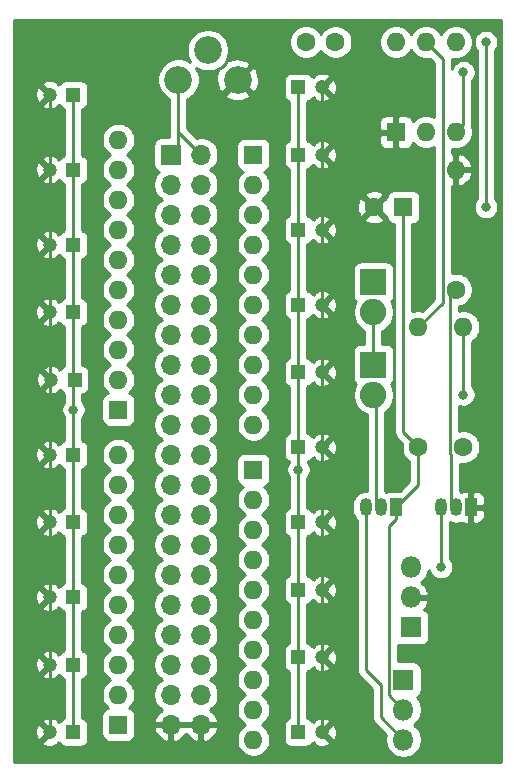
<source format=gbr>
%TF.GenerationSoftware,KiCad,Pcbnew,(5.1.10)-1*%
%TF.CreationDate,2022-02-19T10:08:03+01:00*%
%TF.ProjectId,Busterm,42757374-6572-46d2-9e6b-696361645f70,rev?*%
%TF.SameCoordinates,Original*%
%TF.FileFunction,Copper,L1,Top*%
%TF.FilePolarity,Positive*%
%FSLAX46Y46*%
G04 Gerber Fmt 4.6, Leading zero omitted, Abs format (unit mm)*
G04 Created by KiCad (PCBNEW (5.1.10)-1) date 2022-02-19 10:08:03*
%MOMM*%
%LPD*%
G01*
G04 APERTURE LIST*
%TA.AperFunction,ComponentPad*%
%ADD10O,1.700000X1.700000*%
%TD*%
%TA.AperFunction,ComponentPad*%
%ADD11R,1.700000X1.700000*%
%TD*%
%TA.AperFunction,ComponentPad*%
%ADD12C,1.600000*%
%TD*%
%TA.AperFunction,ComponentPad*%
%ADD13C,1.200000*%
%TD*%
%TA.AperFunction,ComponentPad*%
%ADD14R,1.200000X1.200000*%
%TD*%
%TA.AperFunction,ComponentPad*%
%ADD15R,1.600000X1.600000*%
%TD*%
%TA.AperFunction,ComponentPad*%
%ADD16O,2.240000X2.240000*%
%TD*%
%TA.AperFunction,ComponentPad*%
%ADD17R,2.240000X2.240000*%
%TD*%
%TA.AperFunction,ComponentPad*%
%ADD18R,1.050000X1.500000*%
%TD*%
%TA.AperFunction,ComponentPad*%
%ADD19O,1.050000X1.500000*%
%TD*%
%TA.AperFunction,ComponentPad*%
%ADD20O,1.800000X1.800000*%
%TD*%
%TA.AperFunction,ComponentPad*%
%ADD21R,1.800000X1.800000*%
%TD*%
%TA.AperFunction,ComponentPad*%
%ADD22O,1.600000X1.600000*%
%TD*%
%TA.AperFunction,ComponentPad*%
%ADD23C,2.340000*%
%TD*%
%TA.AperFunction,ViaPad*%
%ADD24C,0.800000*%
%TD*%
%TA.AperFunction,Conductor*%
%ADD25C,0.250000*%
%TD*%
%TA.AperFunction,Conductor*%
%ADD26C,0.254000*%
%TD*%
%TA.AperFunction,Conductor*%
%ADD27C,0.100000*%
%TD*%
G04 APERTURE END LIST*
D10*
%TO.P,J1001,40*%
%TO.N,GND*%
X88265000Y-180975000D03*
%TO.P,J1001,39*%
X85725000Y-180975000D03*
%TO.P,J1001,38*%
%TO.N,Net-(J1001-Pad38)*%
X88265000Y-178435000D03*
%TO.P,J1001,37*%
%TO.N,Net-(J1001-Pad37)*%
X85725000Y-178435000D03*
%TO.P,J1001,36*%
%TO.N,Net-(J1001-Pad36)*%
X88265000Y-175895000D03*
%TO.P,J1001,35*%
%TO.N,Net-(J1001-Pad35)*%
X85725000Y-175895000D03*
%TO.P,J1001,34*%
%TO.N,Net-(J1001-Pad34)*%
X88265000Y-173355000D03*
%TO.P,J1001,33*%
%TO.N,Net-(J1001-Pad33)*%
X85725000Y-173355000D03*
%TO.P,J1001,32*%
%TO.N,Net-(J1001-Pad32)*%
X88265000Y-170815000D03*
%TO.P,J1001,31*%
%TO.N,Net-(J1001-Pad31)*%
X85725000Y-170815000D03*
%TO.P,J1001,30*%
%TO.N,Net-(J1001-Pad30)*%
X88265000Y-168275000D03*
%TO.P,J1001,29*%
%TO.N,Net-(J1001-Pad29)*%
X85725000Y-168275000D03*
%TO.P,J1001,28*%
%TO.N,Net-(J1001-Pad28)*%
X88265000Y-165735000D03*
%TO.P,J1001,27*%
%TO.N,Net-(J1001-Pad27)*%
X85725000Y-165735000D03*
%TO.P,J1001,26*%
%TO.N,Net-(J1001-Pad26)*%
X88265000Y-163195000D03*
%TO.P,J1001,25*%
%TO.N,Net-(J1001-Pad25)*%
X85725000Y-163195000D03*
%TO.P,J1001,24*%
%TO.N,Net-(J1001-Pad24)*%
X88265000Y-160655000D03*
%TO.P,J1001,23*%
%TO.N,Net-(J1001-Pad23)*%
X85725000Y-160655000D03*
%TO.P,J1001,22*%
%TO.N,Net-(J1001-Pad22)*%
X88265000Y-158115000D03*
%TO.P,J1001,21*%
%TO.N,Net-(J1001-Pad21)*%
X85725000Y-158115000D03*
%TO.P,J1001,20*%
%TO.N,Net-(J1001-Pad20)*%
X88265000Y-155575000D03*
%TO.P,J1001,19*%
%TO.N,Net-(J1001-Pad19)*%
X85725000Y-155575000D03*
%TO.P,J1001,18*%
%TO.N,Net-(J1001-Pad18)*%
X88265000Y-153035000D03*
%TO.P,J1001,17*%
%TO.N,Net-(J1001-Pad17)*%
X85725000Y-153035000D03*
%TO.P,J1001,16*%
%TO.N,Net-(J1001-Pad16)*%
X88265000Y-150495000D03*
%TO.P,J1001,15*%
%TO.N,Net-(J1001-Pad15)*%
X85725000Y-150495000D03*
%TO.P,J1001,14*%
%TO.N,Net-(J1001-Pad14)*%
X88265000Y-147955000D03*
%TO.P,J1001,13*%
%TO.N,Net-(J1001-Pad13)*%
X85725000Y-147955000D03*
%TO.P,J1001,12*%
%TO.N,Net-(J1001-Pad12)*%
X88265000Y-145415000D03*
%TO.P,J1001,11*%
%TO.N,Net-(J1001-Pad11)*%
X85725000Y-145415000D03*
%TO.P,J1001,10*%
%TO.N,Net-(J1001-Pad10)*%
X88265000Y-142875000D03*
%TO.P,J1001,9*%
%TO.N,Net-(J1001-Pad9)*%
X85725000Y-142875000D03*
%TO.P,J1001,8*%
%TO.N,Net-(J1001-Pad8)*%
X88265000Y-140335000D03*
%TO.P,J1001,7*%
%TO.N,Net-(J1001-Pad7)*%
X85725000Y-140335000D03*
%TO.P,J1001,6*%
%TO.N,Net-(J1001-Pad6)*%
X88265000Y-137795000D03*
%TO.P,J1001,5*%
%TO.N,Net-(J1001-Pad5)*%
X85725000Y-137795000D03*
%TO.P,J1001,4*%
%TO.N,Net-(J1001-Pad4)*%
X88265000Y-135255000D03*
%TO.P,J1001,3*%
%TO.N,Net-(J1001-Pad3)*%
X85725000Y-135255000D03*
%TO.P,J1001,2*%
%TO.N,+5P*%
X88265000Y-132715000D03*
D11*
%TO.P,J1001,1*%
X85725000Y-132715000D03*
%TD*%
D12*
%TO.P,C1001,1*%
%TO.N,Net-(C1001-Pad1)*%
X97155000Y-123190000D03*
%TO.P,C1001,2*%
%TO.N,Net-(C1001-Pad2)*%
X99655000Y-123190000D03*
%TD*%
D13*
%TO.P,C1002,2*%
%TO.N,GND*%
X98520000Y-157480000D03*
D14*
%TO.P,C1002,1*%
%TO.N,Net-(C1002-Pad1)*%
X96520000Y-157480000D03*
%TD*%
%TO.P,C1003,1*%
%TO.N,Net-(C1002-Pad1)*%
X96520000Y-132715000D03*
D13*
%TO.P,C1003,2*%
%TO.N,GND*%
X98520000Y-132715000D03*
%TD*%
%TO.P,C1004,2*%
%TO.N,GND*%
X98520000Y-181610000D03*
D14*
%TO.P,C1004,1*%
%TO.N,Net-(C1002-Pad1)*%
X96520000Y-181610000D03*
%TD*%
%TO.P,C1005,1*%
%TO.N,Net-(C1002-Pad1)*%
X96520000Y-151130000D03*
D13*
%TO.P,C1005,2*%
%TO.N,GND*%
X98520000Y-151130000D03*
%TD*%
%TO.P,C1006,2*%
%TO.N,GND*%
X75470000Y-163830000D03*
D14*
%TO.P,C1006,1*%
%TO.N,Net-(C1002-Pad1)*%
X77470000Y-163830000D03*
%TD*%
%TO.P,C1007,1*%
%TO.N,Net-(C1002-Pad1)*%
X77565000Y-151765000D03*
D13*
%TO.P,C1007,2*%
%TO.N,GND*%
X75565000Y-151765000D03*
%TD*%
%TO.P,C1008,2*%
%TO.N,GND*%
X98520000Y-139065000D03*
D14*
%TO.P,C1008,1*%
%TO.N,Net-(C1002-Pad1)*%
X96520000Y-139065000D03*
%TD*%
%TO.P,C1009,1*%
%TO.N,Net-(C1002-Pad1)*%
X77470000Y-133985000D03*
D13*
%TO.P,C1009,2*%
%TO.N,GND*%
X75470000Y-133985000D03*
%TD*%
%TO.P,C1010,2*%
%TO.N,GND*%
X98520000Y-169545000D03*
D14*
%TO.P,C1010,1*%
%TO.N,Net-(C1002-Pad1)*%
X96520000Y-169545000D03*
%TD*%
%TO.P,C1011,1*%
%TO.N,Net-(C1002-Pad1)*%
X77470000Y-181610000D03*
D13*
%TO.P,C1011,2*%
%TO.N,GND*%
X75470000Y-181610000D03*
%TD*%
%TO.P,C1012,2*%
%TO.N,GND*%
X75470000Y-140335000D03*
D14*
%TO.P,C1012,1*%
%TO.N,Net-(C1002-Pad1)*%
X77470000Y-140335000D03*
%TD*%
%TO.P,C1013,1*%
%TO.N,Net-(C1002-Pad1)*%
X77470000Y-127635000D03*
D13*
%TO.P,C1013,2*%
%TO.N,GND*%
X75470000Y-127635000D03*
%TD*%
%TO.P,C1014,2*%
%TO.N,GND*%
X75470000Y-158115000D03*
D14*
%TO.P,C1014,1*%
%TO.N,Net-(C1002-Pad1)*%
X77470000Y-158115000D03*
%TD*%
%TO.P,C1015,1*%
%TO.N,Net-(C1002-Pad1)*%
X96520000Y-127000000D03*
D13*
%TO.P,C1015,2*%
%TO.N,GND*%
X98520000Y-127000000D03*
%TD*%
%TO.P,C1016,2*%
%TO.N,GND*%
X75470000Y-175895000D03*
D14*
%TO.P,C1016,1*%
%TO.N,Net-(C1002-Pad1)*%
X77470000Y-175895000D03*
%TD*%
%TO.P,C1017,1*%
%TO.N,Net-(C1002-Pad1)*%
X77470000Y-170180000D03*
D13*
%TO.P,C1017,2*%
%TO.N,GND*%
X75470000Y-170180000D03*
%TD*%
%TO.P,C1018,2*%
%TO.N,GND*%
X75470000Y-146050000D03*
D14*
%TO.P,C1018,1*%
%TO.N,Net-(C1002-Pad1)*%
X77470000Y-146050000D03*
%TD*%
%TO.P,C1019,1*%
%TO.N,Net-(C1002-Pad1)*%
X96520000Y-145415000D03*
D13*
%TO.P,C1019,2*%
%TO.N,GND*%
X98520000Y-145415000D03*
%TD*%
%TO.P,C1020,2*%
%TO.N,GND*%
X98520000Y-163830000D03*
D14*
%TO.P,C1020,1*%
%TO.N,Net-(C1002-Pad1)*%
X96520000Y-163830000D03*
%TD*%
%TO.P,C1021,1*%
%TO.N,Net-(C1002-Pad1)*%
X96520000Y-175260000D03*
D13*
%TO.P,C1021,2*%
%TO.N,GND*%
X98520000Y-175260000D03*
%TD*%
D15*
%TO.P,C1022,1*%
%TO.N,+5P*%
X105410000Y-137160000D03*
D12*
%TO.P,C1022,2*%
%TO.N,GND*%
X102910000Y-137160000D03*
%TD*%
D16*
%TO.P,D1001,2*%
%TO.N,Net-(D1001-Pad2)*%
X102870000Y-153035000D03*
D17*
%TO.P,D1001,1*%
%TO.N,Net-(C1001-Pad1)*%
X102870000Y-150495000D03*
%TD*%
%TO.P,D1002,1*%
%TO.N,Net-(D1002-Pad1)*%
X102870000Y-143510000D03*
D16*
%TO.P,D1002,2*%
%TO.N,Net-(C1001-Pad1)*%
X102870000Y-146050000D03*
%TD*%
D18*
%TO.P,Q1001,1*%
%TO.N,GND*%
X111125000Y-162560000D03*
D19*
%TO.P,Q1001,3*%
%TO.N,Net-(Q1001-Pad3)*%
X108585000Y-162560000D03*
%TO.P,Q1001,2*%
%TO.N,Net-(D1002-Pad1)*%
X109855000Y-162560000D03*
%TD*%
%TO.P,Q1002,2*%
%TO.N,Net-(D1001-Pad2)*%
X103505000Y-162560000D03*
%TO.P,Q1002,3*%
%TO.N,Net-(Q1002-Pad3)*%
X102235000Y-162560000D03*
D18*
%TO.P,Q1002,1*%
%TO.N,+5P*%
X104775000Y-162560000D03*
%TD*%
D20*
%TO.P,Q1003,3*%
%TO.N,Net-(Q1002-Pad3)*%
X105410000Y-182245000D03*
%TO.P,Q1003,2*%
%TO.N,+5P*%
X105410000Y-179705000D03*
D21*
%TO.P,Q1003,1*%
%TO.N,Net-(C1002-Pad1)*%
X105410000Y-177165000D03*
%TD*%
%TO.P,Q1004,1*%
%TO.N,Net-(C1002-Pad1)*%
X106045000Y-172720000D03*
D20*
%TO.P,Q1004,2*%
%TO.N,GND*%
X106045000Y-170180000D03*
%TO.P,Q1004,3*%
%TO.N,Net-(Q1001-Pad3)*%
X106045000Y-167640000D03*
%TD*%
D12*
%TO.P,R1001,1*%
%TO.N,+5P*%
X106680000Y-157480000D03*
D22*
%TO.P,R1001,2*%
%TO.N,Net-(C1001-Pad1)*%
X106680000Y-147320000D03*
%TD*%
D12*
%TO.P,R1002,1*%
%TO.N,+5P*%
X110490000Y-157480000D03*
D22*
%TO.P,R1002,2*%
%TO.N,Net-(D1001-Pad2)*%
X110490000Y-147320000D03*
%TD*%
%TO.P,R1003,2*%
%TO.N,GND*%
X109855000Y-133985000D03*
D12*
%TO.P,R1003,1*%
%TO.N,Net-(D1002-Pad1)*%
X109855000Y-144145000D03*
%TD*%
D22*
%TO.P,RN1001,10*%
%TO.N,Net-(J1001-Pad21)*%
X81280000Y-158115000D03*
%TO.P,RN1001,9*%
%TO.N,Net-(J1001-Pad23)*%
X81280000Y-160655000D03*
%TO.P,RN1001,8*%
%TO.N,Net-(J1001-Pad25)*%
X81280000Y-163195000D03*
%TO.P,RN1001,7*%
%TO.N,Net-(J1001-Pad27)*%
X81280000Y-165735000D03*
%TO.P,RN1001,6*%
%TO.N,Net-(J1001-Pad29)*%
X81280000Y-168275000D03*
%TO.P,RN1001,5*%
%TO.N,Net-(J1001-Pad31)*%
X81280000Y-170815000D03*
%TO.P,RN1001,4*%
%TO.N,Net-(J1001-Pad33)*%
X81280000Y-173355000D03*
%TO.P,RN1001,3*%
%TO.N,Net-(J1001-Pad35)*%
X81280000Y-175895000D03*
%TO.P,RN1001,2*%
%TO.N,Net-(J1001-Pad37)*%
X81280000Y-178435000D03*
D15*
%TO.P,RN1001,1*%
%TO.N,Net-(C1002-Pad1)*%
X81280000Y-180975000D03*
%TD*%
%TO.P,RN1002,1*%
%TO.N,Net-(C1002-Pad1)*%
X81280000Y-154305000D03*
D22*
%TO.P,RN1002,2*%
%TO.N,Net-(J1001-Pad19)*%
X81280000Y-151765000D03*
%TO.P,RN1002,3*%
%TO.N,Net-(J1001-Pad17)*%
X81280000Y-149225000D03*
%TO.P,RN1002,4*%
%TO.N,Net-(J1001-Pad15)*%
X81280000Y-146685000D03*
%TO.P,RN1002,5*%
%TO.N,Net-(J1001-Pad13)*%
X81280000Y-144145000D03*
%TO.P,RN1002,6*%
%TO.N,Net-(J1001-Pad11)*%
X81280000Y-141605000D03*
%TO.P,RN1002,7*%
%TO.N,Net-(J1001-Pad9)*%
X81280000Y-139065000D03*
%TO.P,RN1002,8*%
%TO.N,Net-(J1001-Pad7)*%
X81280000Y-136525000D03*
%TO.P,RN1002,9*%
%TO.N,Net-(J1001-Pad5)*%
X81280000Y-133985000D03*
%TO.P,RN1002,10*%
%TO.N,Net-(J1001-Pad3)*%
X81280000Y-131445000D03*
%TD*%
D15*
%TO.P,RN1003,1*%
%TO.N,Net-(C1002-Pad1)*%
X92710000Y-132715000D03*
D22*
%TO.P,RN1003,2*%
%TO.N,Net-(J1001-Pad4)*%
X92710000Y-135255000D03*
%TO.P,RN1003,3*%
%TO.N,Net-(J1001-Pad6)*%
X92710000Y-137795000D03*
%TO.P,RN1003,4*%
%TO.N,Net-(J1001-Pad8)*%
X92710000Y-140335000D03*
%TO.P,RN1003,5*%
%TO.N,Net-(J1001-Pad10)*%
X92710000Y-142875000D03*
%TO.P,RN1003,6*%
%TO.N,Net-(J1001-Pad12)*%
X92710000Y-145415000D03*
%TO.P,RN1003,7*%
%TO.N,Net-(J1001-Pad14)*%
X92710000Y-147955000D03*
%TO.P,RN1003,8*%
%TO.N,Net-(J1001-Pad16)*%
X92710000Y-150495000D03*
%TO.P,RN1003,9*%
%TO.N,Net-(J1001-Pad18)*%
X92710000Y-153035000D03*
%TO.P,RN1003,10*%
%TO.N,Net-(J1001-Pad20)*%
X92710000Y-155575000D03*
%TD*%
%TO.P,RN1004,10*%
%TO.N,Net-(J1001-Pad38)*%
X92710000Y-182245000D03*
%TO.P,RN1004,9*%
%TO.N,Net-(J1001-Pad36)*%
X92710000Y-179705000D03*
%TO.P,RN1004,8*%
%TO.N,Net-(J1001-Pad34)*%
X92710000Y-177165000D03*
%TO.P,RN1004,7*%
%TO.N,Net-(J1001-Pad32)*%
X92710000Y-174625000D03*
%TO.P,RN1004,6*%
%TO.N,Net-(J1001-Pad30)*%
X92710000Y-172085000D03*
%TO.P,RN1004,5*%
%TO.N,Net-(J1001-Pad28)*%
X92710000Y-169545000D03*
%TO.P,RN1004,4*%
%TO.N,Net-(J1001-Pad26)*%
X92710000Y-167005000D03*
%TO.P,RN1004,3*%
%TO.N,Net-(J1001-Pad24)*%
X92710000Y-164465000D03*
%TO.P,RN1004,2*%
%TO.N,Net-(J1001-Pad22)*%
X92710000Y-161925000D03*
D15*
%TO.P,RN1004,1*%
%TO.N,Net-(C1002-Pad1)*%
X92710000Y-159385000D03*
%TD*%
D23*
%TO.P,RV1001,3*%
%TO.N,GND*%
X91360000Y-126365000D03*
%TO.P,RV1001,2*%
%TO.N,Net-(RV1001-Pad2)*%
X88860000Y-123865000D03*
%TO.P,RV1001,1*%
%TO.N,+5P*%
X86360000Y-126365000D03*
%TD*%
D15*
%TO.P,U1001,1*%
%TO.N,GND*%
X104775000Y-130810000D03*
D22*
%TO.P,U1001,4*%
%TO.N,+5P*%
X109855000Y-123190000D03*
%TO.P,U1001,2*%
%TO.N,Net-(C1002-Pad1)*%
X107315000Y-130810000D03*
%TO.P,U1001,5*%
%TO.N,Net-(C1001-Pad1)*%
X107315000Y-123190000D03*
%TO.P,U1001,3*%
%TO.N,Net-(RV1001-Pad2)*%
X109855000Y-130810000D03*
%TO.P,U1001,6*%
%TO.N,Net-(C1001-Pad2)*%
X104775000Y-123190000D03*
%TD*%
D24*
%TO.N,GND*%
X111125000Y-170180000D03*
%TO.N,Net-(C1002-Pad1)*%
X96520000Y-159385000D03*
X77470000Y-154305000D03*
%TO.N,+5P*%
X112395000Y-137160000D03*
X112395000Y-123190000D03*
%TO.N,Net-(D1001-Pad2)*%
X110490000Y-153035000D03*
%TO.N,Net-(Q1001-Pad3)*%
X108585000Y-167640000D03*
%TO.N,Net-(RV1001-Pad2)*%
X110490000Y-125730000D03*
%TD*%
D25*
%TO.N,Net-(C1001-Pad1)*%
X108729999Y-145270001D02*
X106680000Y-147320000D01*
X108729999Y-124604999D02*
X108729999Y-145270001D01*
X107315000Y-123190000D02*
X108729999Y-124604999D01*
X102870000Y-146050000D02*
X102870000Y-150495000D01*
%TO.N,GND*%
X75470000Y-127635000D02*
X75470000Y-158115000D01*
X75470000Y-158115000D02*
X75470000Y-181610000D01*
X98520000Y-164044998D02*
X98520000Y-157480000D01*
X98520000Y-181610000D02*
X98520000Y-164044998D01*
X98520000Y-157480000D02*
X98520000Y-127000000D01*
X111125000Y-162560000D02*
X111125000Y-170180000D01*
X111125000Y-170180000D02*
X111125000Y-170180000D01*
%TO.N,Net-(C1002-Pad1)*%
X77470000Y-181610000D02*
X77470000Y-127635000D01*
X96520000Y-127000000D02*
X96520000Y-181610000D01*
%TO.N,+5P*%
X112395000Y-123190000D02*
X112395000Y-137160000D01*
X104184999Y-164150001D02*
X104775000Y-163560000D01*
X104184999Y-178479999D02*
X104184999Y-164150001D01*
X104775000Y-163560000D02*
X104775000Y-162560000D01*
X105410000Y-179705000D02*
X104184999Y-178479999D01*
X106680000Y-160655000D02*
X104775000Y-162560000D01*
X106680000Y-157480000D02*
X106680000Y-160655000D01*
X105410000Y-156210000D02*
X106680000Y-157480000D01*
X105410000Y-137160000D02*
X105410000Y-156210000D01*
X86360000Y-132080000D02*
X85725000Y-132715000D01*
X86360000Y-126365000D02*
X86360000Y-132080000D01*
X86360000Y-130810000D02*
X88265000Y-132715000D01*
X86360000Y-126365000D02*
X86360000Y-130810000D01*
%TO.N,Net-(D1001-Pad2)*%
X110490000Y-147320000D02*
X110490000Y-153035000D01*
X103085010Y-162140010D02*
X103505000Y-162560000D01*
X103085010Y-153250010D02*
X103085010Y-162140010D01*
X102870000Y-153035000D02*
X103085010Y-153250010D01*
X110490000Y-153035000D02*
X110490000Y-153035000D01*
%TO.N,Net-(D1002-Pad1)*%
X109364999Y-158020001D02*
X109364999Y-144635001D01*
X109364999Y-144635001D02*
X109855000Y-144145000D01*
X109435010Y-158090012D02*
X109364999Y-158020001D01*
X109435010Y-162140010D02*
X109435010Y-158090012D01*
X109855000Y-162560000D02*
X109435010Y-162140010D01*
%TO.N,Net-(Q1001-Pad3)*%
X108585000Y-162560000D02*
X108585000Y-167640000D01*
X108585000Y-167640000D02*
X108585000Y-167640000D01*
%TO.N,Net-(Q1002-Pad3)*%
X102235000Y-176375002D02*
X103505000Y-177645002D01*
X102235000Y-162560000D02*
X102235000Y-176375002D01*
X103505000Y-180340000D02*
X105410000Y-182245000D01*
X103505000Y-177645002D02*
X103505000Y-180340000D01*
%TO.N,Net-(RV1001-Pad2)*%
X110490000Y-130175000D02*
X109855000Y-130810000D01*
X110490000Y-125730000D02*
X110490000Y-130175000D01*
%TD*%
D26*
%TO.N,GND*%
X113640000Y-184125000D02*
X72415000Y-184125000D01*
X72415000Y-181688438D01*
X74231505Y-181688438D01*
X74270605Y-181928549D01*
X74355798Y-182156418D01*
X74396652Y-182232852D01*
X74620236Y-182280159D01*
X75290395Y-181610000D01*
X74620236Y-180939841D01*
X74396652Y-180987148D01*
X74295763Y-181208516D01*
X74240000Y-181445313D01*
X74231505Y-181688438D01*
X72415000Y-181688438D01*
X72415000Y-175973438D01*
X74231505Y-175973438D01*
X74270605Y-176213549D01*
X74355798Y-176441418D01*
X74396652Y-176517852D01*
X74620236Y-176565159D01*
X75290395Y-175895000D01*
X74620236Y-175224841D01*
X74396652Y-175272148D01*
X74295763Y-175493516D01*
X74240000Y-175730313D01*
X74231505Y-175973438D01*
X72415000Y-175973438D01*
X72415000Y-170258438D01*
X74231505Y-170258438D01*
X74270605Y-170498549D01*
X74355798Y-170726418D01*
X74396652Y-170802852D01*
X74620236Y-170850159D01*
X75290395Y-170180000D01*
X74620236Y-169509841D01*
X74396652Y-169557148D01*
X74295763Y-169778516D01*
X74240000Y-170015313D01*
X74231505Y-170258438D01*
X72415000Y-170258438D01*
X72415000Y-163908438D01*
X74231505Y-163908438D01*
X74270605Y-164148549D01*
X74355798Y-164376418D01*
X74396652Y-164452852D01*
X74620236Y-164500159D01*
X75290395Y-163830000D01*
X74620236Y-163159841D01*
X74396652Y-163207148D01*
X74295763Y-163428516D01*
X74240000Y-163665313D01*
X74231505Y-163908438D01*
X72415000Y-163908438D01*
X72415000Y-158193438D01*
X74231505Y-158193438D01*
X74270605Y-158433549D01*
X74355798Y-158661418D01*
X74396652Y-158737852D01*
X74620236Y-158785159D01*
X75290395Y-158115000D01*
X74620236Y-157444841D01*
X74396652Y-157492148D01*
X74295763Y-157713516D01*
X74240000Y-157950313D01*
X74231505Y-158193438D01*
X72415000Y-158193438D01*
X72415000Y-151843438D01*
X74326505Y-151843438D01*
X74365605Y-152083549D01*
X74450798Y-152311418D01*
X74491652Y-152387852D01*
X74715236Y-152435159D01*
X75385395Y-151765000D01*
X74715236Y-151094841D01*
X74491652Y-151142148D01*
X74390763Y-151363516D01*
X74335000Y-151600313D01*
X74326505Y-151843438D01*
X72415000Y-151843438D01*
X72415000Y-146128438D01*
X74231505Y-146128438D01*
X74270605Y-146368549D01*
X74355798Y-146596418D01*
X74396652Y-146672852D01*
X74620236Y-146720159D01*
X75290395Y-146050000D01*
X74620236Y-145379841D01*
X74396652Y-145427148D01*
X74295763Y-145648516D01*
X74240000Y-145885313D01*
X74231505Y-146128438D01*
X72415000Y-146128438D01*
X72415000Y-140413438D01*
X74231505Y-140413438D01*
X74270605Y-140653549D01*
X74355798Y-140881418D01*
X74396652Y-140957852D01*
X74620236Y-141005159D01*
X75290395Y-140335000D01*
X74620236Y-139664841D01*
X74396652Y-139712148D01*
X74295763Y-139933516D01*
X74240000Y-140170313D01*
X74231505Y-140413438D01*
X72415000Y-140413438D01*
X72415000Y-134063438D01*
X74231505Y-134063438D01*
X74270605Y-134303549D01*
X74355798Y-134531418D01*
X74396652Y-134607852D01*
X74620236Y-134655159D01*
X75290395Y-133985000D01*
X74620236Y-133314841D01*
X74396652Y-133362148D01*
X74295763Y-133583516D01*
X74240000Y-133820313D01*
X74231505Y-134063438D01*
X72415000Y-134063438D01*
X72415000Y-127713438D01*
X74231505Y-127713438D01*
X74270605Y-127953549D01*
X74355798Y-128181418D01*
X74396652Y-128257852D01*
X74620236Y-128305159D01*
X75290395Y-127635000D01*
X74620236Y-126964841D01*
X74396652Y-127012148D01*
X74295763Y-127233516D01*
X74240000Y-127470313D01*
X74231505Y-127713438D01*
X72415000Y-127713438D01*
X72415000Y-126785236D01*
X74799841Y-126785236D01*
X75470000Y-127455395D01*
X75484143Y-127441253D01*
X75663748Y-127620858D01*
X75649605Y-127635000D01*
X75663748Y-127649143D01*
X75484143Y-127828748D01*
X75470000Y-127814605D01*
X74799841Y-128484764D01*
X74847148Y-128708348D01*
X75068516Y-128809237D01*
X75305313Y-128865000D01*
X75548438Y-128873495D01*
X75788549Y-128834395D01*
X76016418Y-128749202D01*
X76092852Y-128708348D01*
X76140158Y-128484766D01*
X76257264Y-128601872D01*
X76315142Y-128543994D01*
X76339463Y-128589494D01*
X76418815Y-128686185D01*
X76515506Y-128765537D01*
X76625820Y-128824502D01*
X76710001Y-128850038D01*
X76710001Y-132769962D01*
X76625820Y-132795498D01*
X76515506Y-132854463D01*
X76418815Y-132933815D01*
X76339463Y-133030506D01*
X76315142Y-133076006D01*
X76257264Y-133018128D01*
X76140158Y-133135234D01*
X76092852Y-132911652D01*
X75871484Y-132810763D01*
X75634687Y-132755000D01*
X75391562Y-132746505D01*
X75151451Y-132785605D01*
X74923582Y-132870798D01*
X74847148Y-132911652D01*
X74799841Y-133135236D01*
X75470000Y-133805395D01*
X75484143Y-133791253D01*
X75663748Y-133970858D01*
X75649605Y-133985000D01*
X75663748Y-133999143D01*
X75484143Y-134178748D01*
X75470000Y-134164605D01*
X74799841Y-134834764D01*
X74847148Y-135058348D01*
X75068516Y-135159237D01*
X75305313Y-135215000D01*
X75548438Y-135223495D01*
X75788549Y-135184395D01*
X76016418Y-135099202D01*
X76092852Y-135058348D01*
X76140158Y-134834766D01*
X76257264Y-134951872D01*
X76315142Y-134893994D01*
X76339463Y-134939494D01*
X76418815Y-135036185D01*
X76515506Y-135115537D01*
X76625820Y-135174502D01*
X76710001Y-135200038D01*
X76710001Y-139119962D01*
X76625820Y-139145498D01*
X76515506Y-139204463D01*
X76418815Y-139283815D01*
X76339463Y-139380506D01*
X76315142Y-139426006D01*
X76257264Y-139368128D01*
X76140158Y-139485234D01*
X76092852Y-139261652D01*
X75871484Y-139160763D01*
X75634687Y-139105000D01*
X75391562Y-139096505D01*
X75151451Y-139135605D01*
X74923582Y-139220798D01*
X74847148Y-139261652D01*
X74799841Y-139485236D01*
X75470000Y-140155395D01*
X75484143Y-140141253D01*
X75663748Y-140320858D01*
X75649605Y-140335000D01*
X75663748Y-140349143D01*
X75484143Y-140528748D01*
X75470000Y-140514605D01*
X74799841Y-141184764D01*
X74847148Y-141408348D01*
X75068516Y-141509237D01*
X75305313Y-141565000D01*
X75548438Y-141573495D01*
X75788549Y-141534395D01*
X76016418Y-141449202D01*
X76092852Y-141408348D01*
X76140158Y-141184766D01*
X76257264Y-141301872D01*
X76315142Y-141243994D01*
X76339463Y-141289494D01*
X76418815Y-141386185D01*
X76515506Y-141465537D01*
X76625820Y-141524502D01*
X76710001Y-141550038D01*
X76710001Y-144834962D01*
X76625820Y-144860498D01*
X76515506Y-144919463D01*
X76418815Y-144998815D01*
X76339463Y-145095506D01*
X76315142Y-145141006D01*
X76257264Y-145083128D01*
X76140158Y-145200234D01*
X76092852Y-144976652D01*
X75871484Y-144875763D01*
X75634687Y-144820000D01*
X75391562Y-144811505D01*
X75151451Y-144850605D01*
X74923582Y-144935798D01*
X74847148Y-144976652D01*
X74799841Y-145200236D01*
X75470000Y-145870395D01*
X75484143Y-145856253D01*
X75663748Y-146035858D01*
X75649605Y-146050000D01*
X75663748Y-146064143D01*
X75484143Y-146243748D01*
X75470000Y-146229605D01*
X74799841Y-146899764D01*
X74847148Y-147123348D01*
X75068516Y-147224237D01*
X75305313Y-147280000D01*
X75548438Y-147288495D01*
X75788549Y-147249395D01*
X76016418Y-147164202D01*
X76092852Y-147123348D01*
X76140158Y-146899766D01*
X76257264Y-147016872D01*
X76315142Y-146958994D01*
X76339463Y-147004494D01*
X76418815Y-147101185D01*
X76515506Y-147180537D01*
X76625820Y-147239502D01*
X76710001Y-147265038D01*
X76710001Y-150581281D01*
X76610506Y-150634463D01*
X76513815Y-150713815D01*
X76434463Y-150810506D01*
X76410142Y-150856006D01*
X76352264Y-150798128D01*
X76235158Y-150915234D01*
X76187852Y-150691652D01*
X75966484Y-150590763D01*
X75729687Y-150535000D01*
X75486562Y-150526505D01*
X75246451Y-150565605D01*
X75018582Y-150650798D01*
X74942148Y-150691652D01*
X74894841Y-150915236D01*
X75565000Y-151585395D01*
X75579143Y-151571253D01*
X75758748Y-151750858D01*
X75744605Y-151765000D01*
X75758748Y-151779143D01*
X75579143Y-151958748D01*
X75565000Y-151944605D01*
X74894841Y-152614764D01*
X74942148Y-152838348D01*
X75163516Y-152939237D01*
X75400313Y-152995000D01*
X75643438Y-153003495D01*
X75883549Y-152964395D01*
X76111418Y-152879202D01*
X76187852Y-152838348D01*
X76235158Y-152614766D01*
X76352264Y-152731872D01*
X76410142Y-152673994D01*
X76434463Y-152719494D01*
X76513815Y-152816185D01*
X76610506Y-152895537D01*
X76710001Y-152948719D01*
X76710001Y-153601288D01*
X76666063Y-153645226D01*
X76552795Y-153814744D01*
X76474774Y-154003102D01*
X76435000Y-154203061D01*
X76435000Y-154406939D01*
X76474774Y-154606898D01*
X76552795Y-154795256D01*
X76666063Y-154964774D01*
X76710000Y-155008711D01*
X76710000Y-156899962D01*
X76625820Y-156925498D01*
X76515506Y-156984463D01*
X76418815Y-157063815D01*
X76339463Y-157160506D01*
X76315142Y-157206006D01*
X76257264Y-157148128D01*
X76140158Y-157265234D01*
X76092852Y-157041652D01*
X75871484Y-156940763D01*
X75634687Y-156885000D01*
X75391562Y-156876505D01*
X75151451Y-156915605D01*
X74923582Y-157000798D01*
X74847148Y-157041652D01*
X74799841Y-157265236D01*
X75470000Y-157935395D01*
X75484143Y-157921253D01*
X75663748Y-158100858D01*
X75649605Y-158115000D01*
X75663748Y-158129143D01*
X75484143Y-158308748D01*
X75470000Y-158294605D01*
X74799841Y-158964764D01*
X74847148Y-159188348D01*
X75068516Y-159289237D01*
X75305313Y-159345000D01*
X75548438Y-159353495D01*
X75788549Y-159314395D01*
X76016418Y-159229202D01*
X76092852Y-159188348D01*
X76140158Y-158964766D01*
X76257264Y-159081872D01*
X76315142Y-159023994D01*
X76339463Y-159069494D01*
X76418815Y-159166185D01*
X76515506Y-159245537D01*
X76625820Y-159304502D01*
X76710000Y-159330038D01*
X76710000Y-162614962D01*
X76625820Y-162640498D01*
X76515506Y-162699463D01*
X76418815Y-162778815D01*
X76339463Y-162875506D01*
X76315142Y-162921006D01*
X76257264Y-162863128D01*
X76140158Y-162980234D01*
X76092852Y-162756652D01*
X75871484Y-162655763D01*
X75634687Y-162600000D01*
X75391562Y-162591505D01*
X75151451Y-162630605D01*
X74923582Y-162715798D01*
X74847148Y-162756652D01*
X74799841Y-162980236D01*
X75470000Y-163650395D01*
X75484143Y-163636253D01*
X75663748Y-163815858D01*
X75649605Y-163830000D01*
X75663748Y-163844143D01*
X75484143Y-164023748D01*
X75470000Y-164009605D01*
X74799841Y-164679764D01*
X74847148Y-164903348D01*
X75068516Y-165004237D01*
X75305313Y-165060000D01*
X75548438Y-165068495D01*
X75788549Y-165029395D01*
X76016418Y-164944202D01*
X76092852Y-164903348D01*
X76140158Y-164679766D01*
X76257264Y-164796872D01*
X76315142Y-164738994D01*
X76339463Y-164784494D01*
X76418815Y-164881185D01*
X76515506Y-164960537D01*
X76625820Y-165019502D01*
X76710000Y-165045038D01*
X76710000Y-168964962D01*
X76625820Y-168990498D01*
X76515506Y-169049463D01*
X76418815Y-169128815D01*
X76339463Y-169225506D01*
X76315142Y-169271006D01*
X76257264Y-169213128D01*
X76140158Y-169330234D01*
X76092852Y-169106652D01*
X75871484Y-169005763D01*
X75634687Y-168950000D01*
X75391562Y-168941505D01*
X75151451Y-168980605D01*
X74923582Y-169065798D01*
X74847148Y-169106652D01*
X74799841Y-169330236D01*
X75470000Y-170000395D01*
X75484143Y-169986253D01*
X75663748Y-170165858D01*
X75649605Y-170180000D01*
X75663748Y-170194143D01*
X75484143Y-170373748D01*
X75470000Y-170359605D01*
X74799841Y-171029764D01*
X74847148Y-171253348D01*
X75068516Y-171354237D01*
X75305313Y-171410000D01*
X75548438Y-171418495D01*
X75788549Y-171379395D01*
X76016418Y-171294202D01*
X76092852Y-171253348D01*
X76140158Y-171029766D01*
X76257264Y-171146872D01*
X76315142Y-171088994D01*
X76339463Y-171134494D01*
X76418815Y-171231185D01*
X76515506Y-171310537D01*
X76625820Y-171369502D01*
X76710000Y-171395038D01*
X76710000Y-174679962D01*
X76625820Y-174705498D01*
X76515506Y-174764463D01*
X76418815Y-174843815D01*
X76339463Y-174940506D01*
X76315142Y-174986006D01*
X76257264Y-174928128D01*
X76140158Y-175045234D01*
X76092852Y-174821652D01*
X75871484Y-174720763D01*
X75634687Y-174665000D01*
X75391562Y-174656505D01*
X75151451Y-174695605D01*
X74923582Y-174780798D01*
X74847148Y-174821652D01*
X74799841Y-175045236D01*
X75470000Y-175715395D01*
X75484143Y-175701253D01*
X75663748Y-175880858D01*
X75649605Y-175895000D01*
X75663748Y-175909143D01*
X75484143Y-176088748D01*
X75470000Y-176074605D01*
X74799841Y-176744764D01*
X74847148Y-176968348D01*
X75068516Y-177069237D01*
X75305313Y-177125000D01*
X75548438Y-177133495D01*
X75788549Y-177094395D01*
X76016418Y-177009202D01*
X76092852Y-176968348D01*
X76140158Y-176744766D01*
X76257264Y-176861872D01*
X76315142Y-176803994D01*
X76339463Y-176849494D01*
X76418815Y-176946185D01*
X76515506Y-177025537D01*
X76625820Y-177084502D01*
X76710000Y-177110038D01*
X76710000Y-180394962D01*
X76625820Y-180420498D01*
X76515506Y-180479463D01*
X76418815Y-180558815D01*
X76339463Y-180655506D01*
X76315142Y-180701006D01*
X76257264Y-180643128D01*
X76140158Y-180760234D01*
X76092852Y-180536652D01*
X75871484Y-180435763D01*
X75634687Y-180380000D01*
X75391562Y-180371505D01*
X75151451Y-180410605D01*
X74923582Y-180495798D01*
X74847148Y-180536652D01*
X74799841Y-180760236D01*
X75470000Y-181430395D01*
X75484143Y-181416253D01*
X75663748Y-181595858D01*
X75649605Y-181610000D01*
X75663748Y-181624143D01*
X75484143Y-181803748D01*
X75470000Y-181789605D01*
X74799841Y-182459764D01*
X74847148Y-182683348D01*
X75068516Y-182784237D01*
X75305313Y-182840000D01*
X75548438Y-182848495D01*
X75788549Y-182809395D01*
X76016418Y-182724202D01*
X76092852Y-182683348D01*
X76140158Y-182459766D01*
X76257264Y-182576872D01*
X76315142Y-182518994D01*
X76339463Y-182564494D01*
X76418815Y-182661185D01*
X76515506Y-182740537D01*
X76625820Y-182799502D01*
X76745518Y-182835812D01*
X76870000Y-182848072D01*
X78070000Y-182848072D01*
X78194482Y-182835812D01*
X78314180Y-182799502D01*
X78424494Y-182740537D01*
X78521185Y-182661185D01*
X78600537Y-182564494D01*
X78659502Y-182454180D01*
X78695812Y-182334482D01*
X78708072Y-182210000D01*
X78708072Y-181010000D01*
X78695812Y-180885518D01*
X78659502Y-180765820D01*
X78600537Y-180655506D01*
X78521185Y-180558815D01*
X78424494Y-180479463D01*
X78314180Y-180420498D01*
X78230000Y-180394962D01*
X78230000Y-180175000D01*
X79841928Y-180175000D01*
X79841928Y-181775000D01*
X79854188Y-181899482D01*
X79890498Y-182019180D01*
X79949463Y-182129494D01*
X80028815Y-182226185D01*
X80125506Y-182305537D01*
X80235820Y-182364502D01*
X80355518Y-182400812D01*
X80480000Y-182413072D01*
X82080000Y-182413072D01*
X82204482Y-182400812D01*
X82324180Y-182364502D01*
X82434494Y-182305537D01*
X82531185Y-182226185D01*
X82610537Y-182129494D01*
X82669502Y-182019180D01*
X82705812Y-181899482D01*
X82718072Y-181775000D01*
X82718072Y-181331890D01*
X84283524Y-181331890D01*
X84328175Y-181479099D01*
X84453359Y-181741920D01*
X84627412Y-181975269D01*
X84843645Y-182170178D01*
X85093748Y-182319157D01*
X85368109Y-182416481D01*
X85598000Y-182295814D01*
X85598000Y-181102000D01*
X85852000Y-181102000D01*
X85852000Y-182295814D01*
X86081891Y-182416481D01*
X86356252Y-182319157D01*
X86606355Y-182170178D01*
X86822588Y-181975269D01*
X86995000Y-181744120D01*
X87167412Y-181975269D01*
X87383645Y-182170178D01*
X87633748Y-182319157D01*
X87908109Y-182416481D01*
X88138000Y-182295814D01*
X88138000Y-181102000D01*
X88392000Y-181102000D01*
X88392000Y-182295814D01*
X88621891Y-182416481D01*
X88896252Y-182319157D01*
X89146355Y-182170178D01*
X89362588Y-181975269D01*
X89536641Y-181741920D01*
X89661825Y-181479099D01*
X89706476Y-181331890D01*
X89585155Y-181102000D01*
X88392000Y-181102000D01*
X88138000Y-181102000D01*
X85852000Y-181102000D01*
X85598000Y-181102000D01*
X84404845Y-181102000D01*
X84283524Y-181331890D01*
X82718072Y-181331890D01*
X82718072Y-180175000D01*
X82705812Y-180050518D01*
X82669502Y-179930820D01*
X82610537Y-179820506D01*
X82531185Y-179723815D01*
X82434494Y-179644463D01*
X82324180Y-179585498D01*
X82204482Y-179549188D01*
X82196039Y-179548357D01*
X82394637Y-179349759D01*
X82551680Y-179114727D01*
X82659853Y-178853574D01*
X82715000Y-178576335D01*
X82715000Y-178293665D01*
X82659853Y-178016426D01*
X82551680Y-177755273D01*
X82394637Y-177520241D01*
X82194759Y-177320363D01*
X81962241Y-177165000D01*
X82194759Y-177009637D01*
X82394637Y-176809759D01*
X82551680Y-176574727D01*
X82659853Y-176313574D01*
X82715000Y-176036335D01*
X82715000Y-175753665D01*
X82659853Y-175476426D01*
X82551680Y-175215273D01*
X82394637Y-174980241D01*
X82194759Y-174780363D01*
X81962241Y-174625000D01*
X82194759Y-174469637D01*
X82394637Y-174269759D01*
X82551680Y-174034727D01*
X82659853Y-173773574D01*
X82715000Y-173496335D01*
X82715000Y-173213665D01*
X82659853Y-172936426D01*
X82551680Y-172675273D01*
X82394637Y-172440241D01*
X82194759Y-172240363D01*
X81962241Y-172085000D01*
X82194759Y-171929637D01*
X82394637Y-171729759D01*
X82551680Y-171494727D01*
X82659853Y-171233574D01*
X82715000Y-170956335D01*
X82715000Y-170673665D01*
X82659853Y-170396426D01*
X82551680Y-170135273D01*
X82394637Y-169900241D01*
X82194759Y-169700363D01*
X81962241Y-169545000D01*
X82194759Y-169389637D01*
X82394637Y-169189759D01*
X82551680Y-168954727D01*
X82659853Y-168693574D01*
X82715000Y-168416335D01*
X82715000Y-168133665D01*
X82659853Y-167856426D01*
X82551680Y-167595273D01*
X82394637Y-167360241D01*
X82194759Y-167160363D01*
X81962241Y-167005000D01*
X82194759Y-166849637D01*
X82394637Y-166649759D01*
X82551680Y-166414727D01*
X82659853Y-166153574D01*
X82715000Y-165876335D01*
X82715000Y-165593665D01*
X82659853Y-165316426D01*
X82551680Y-165055273D01*
X82394637Y-164820241D01*
X82194759Y-164620363D01*
X81962241Y-164465000D01*
X82194759Y-164309637D01*
X82394637Y-164109759D01*
X82551680Y-163874727D01*
X82659853Y-163613574D01*
X82715000Y-163336335D01*
X82715000Y-163053665D01*
X82659853Y-162776426D01*
X82551680Y-162515273D01*
X82394637Y-162280241D01*
X82194759Y-162080363D01*
X81962241Y-161925000D01*
X82194759Y-161769637D01*
X82394637Y-161569759D01*
X82551680Y-161334727D01*
X82659853Y-161073574D01*
X82715000Y-160796335D01*
X82715000Y-160513665D01*
X82659853Y-160236426D01*
X82551680Y-159975273D01*
X82394637Y-159740241D01*
X82194759Y-159540363D01*
X81962241Y-159385000D01*
X82194759Y-159229637D01*
X82394637Y-159029759D01*
X82551680Y-158794727D01*
X82659853Y-158533574D01*
X82715000Y-158256335D01*
X82715000Y-157973665D01*
X82659853Y-157696426D01*
X82551680Y-157435273D01*
X82394637Y-157200241D01*
X82194759Y-157000363D01*
X81959727Y-156843320D01*
X81698574Y-156735147D01*
X81421335Y-156680000D01*
X81138665Y-156680000D01*
X80861426Y-156735147D01*
X80600273Y-156843320D01*
X80365241Y-157000363D01*
X80165363Y-157200241D01*
X80008320Y-157435273D01*
X79900147Y-157696426D01*
X79845000Y-157973665D01*
X79845000Y-158256335D01*
X79900147Y-158533574D01*
X80008320Y-158794727D01*
X80165363Y-159029759D01*
X80365241Y-159229637D01*
X80597759Y-159385000D01*
X80365241Y-159540363D01*
X80165363Y-159740241D01*
X80008320Y-159975273D01*
X79900147Y-160236426D01*
X79845000Y-160513665D01*
X79845000Y-160796335D01*
X79900147Y-161073574D01*
X80008320Y-161334727D01*
X80165363Y-161569759D01*
X80365241Y-161769637D01*
X80597759Y-161925000D01*
X80365241Y-162080363D01*
X80165363Y-162280241D01*
X80008320Y-162515273D01*
X79900147Y-162776426D01*
X79845000Y-163053665D01*
X79845000Y-163336335D01*
X79900147Y-163613574D01*
X80008320Y-163874727D01*
X80165363Y-164109759D01*
X80365241Y-164309637D01*
X80597759Y-164465000D01*
X80365241Y-164620363D01*
X80165363Y-164820241D01*
X80008320Y-165055273D01*
X79900147Y-165316426D01*
X79845000Y-165593665D01*
X79845000Y-165876335D01*
X79900147Y-166153574D01*
X80008320Y-166414727D01*
X80165363Y-166649759D01*
X80365241Y-166849637D01*
X80597759Y-167005000D01*
X80365241Y-167160363D01*
X80165363Y-167360241D01*
X80008320Y-167595273D01*
X79900147Y-167856426D01*
X79845000Y-168133665D01*
X79845000Y-168416335D01*
X79900147Y-168693574D01*
X80008320Y-168954727D01*
X80165363Y-169189759D01*
X80365241Y-169389637D01*
X80597759Y-169545000D01*
X80365241Y-169700363D01*
X80165363Y-169900241D01*
X80008320Y-170135273D01*
X79900147Y-170396426D01*
X79845000Y-170673665D01*
X79845000Y-170956335D01*
X79900147Y-171233574D01*
X80008320Y-171494727D01*
X80165363Y-171729759D01*
X80365241Y-171929637D01*
X80597759Y-172085000D01*
X80365241Y-172240363D01*
X80165363Y-172440241D01*
X80008320Y-172675273D01*
X79900147Y-172936426D01*
X79845000Y-173213665D01*
X79845000Y-173496335D01*
X79900147Y-173773574D01*
X80008320Y-174034727D01*
X80165363Y-174269759D01*
X80365241Y-174469637D01*
X80597759Y-174625000D01*
X80365241Y-174780363D01*
X80165363Y-174980241D01*
X80008320Y-175215273D01*
X79900147Y-175476426D01*
X79845000Y-175753665D01*
X79845000Y-176036335D01*
X79900147Y-176313574D01*
X80008320Y-176574727D01*
X80165363Y-176809759D01*
X80365241Y-177009637D01*
X80597759Y-177165000D01*
X80365241Y-177320363D01*
X80165363Y-177520241D01*
X80008320Y-177755273D01*
X79900147Y-178016426D01*
X79845000Y-178293665D01*
X79845000Y-178576335D01*
X79900147Y-178853574D01*
X80008320Y-179114727D01*
X80165363Y-179349759D01*
X80363961Y-179548357D01*
X80355518Y-179549188D01*
X80235820Y-179585498D01*
X80125506Y-179644463D01*
X80028815Y-179723815D01*
X79949463Y-179820506D01*
X79890498Y-179930820D01*
X79854188Y-180050518D01*
X79841928Y-180175000D01*
X78230000Y-180175000D01*
X78230000Y-177110038D01*
X78314180Y-177084502D01*
X78424494Y-177025537D01*
X78521185Y-176946185D01*
X78600537Y-176849494D01*
X78659502Y-176739180D01*
X78695812Y-176619482D01*
X78708072Y-176495000D01*
X78708072Y-175295000D01*
X78695812Y-175170518D01*
X78659502Y-175050820D01*
X78600537Y-174940506D01*
X78521185Y-174843815D01*
X78424494Y-174764463D01*
X78314180Y-174705498D01*
X78230000Y-174679962D01*
X78230000Y-171395038D01*
X78314180Y-171369502D01*
X78424494Y-171310537D01*
X78521185Y-171231185D01*
X78600537Y-171134494D01*
X78659502Y-171024180D01*
X78695812Y-170904482D01*
X78708072Y-170780000D01*
X78708072Y-169580000D01*
X78695812Y-169455518D01*
X78659502Y-169335820D01*
X78600537Y-169225506D01*
X78521185Y-169128815D01*
X78424494Y-169049463D01*
X78314180Y-168990498D01*
X78230000Y-168964962D01*
X78230000Y-165045038D01*
X78314180Y-165019502D01*
X78424494Y-164960537D01*
X78521185Y-164881185D01*
X78600537Y-164784494D01*
X78659502Y-164674180D01*
X78695812Y-164554482D01*
X78708072Y-164430000D01*
X78708072Y-163230000D01*
X78695812Y-163105518D01*
X78659502Y-162985820D01*
X78600537Y-162875506D01*
X78521185Y-162778815D01*
X78424494Y-162699463D01*
X78314180Y-162640498D01*
X78230000Y-162614962D01*
X78230000Y-159330038D01*
X78314180Y-159304502D01*
X78424494Y-159245537D01*
X78521185Y-159166185D01*
X78600537Y-159069494D01*
X78659502Y-158959180D01*
X78695812Y-158839482D01*
X78708072Y-158715000D01*
X78708072Y-157515000D01*
X78695812Y-157390518D01*
X78659502Y-157270820D01*
X78600537Y-157160506D01*
X78521185Y-157063815D01*
X78424494Y-156984463D01*
X78314180Y-156925498D01*
X78230000Y-156899962D01*
X78230000Y-155008711D01*
X78273937Y-154964774D01*
X78387205Y-154795256D01*
X78465226Y-154606898D01*
X78505000Y-154406939D01*
X78505000Y-154203061D01*
X78465226Y-154003102D01*
X78387205Y-153814744D01*
X78273937Y-153645226D01*
X78230000Y-153601289D01*
X78230000Y-153505000D01*
X79841928Y-153505000D01*
X79841928Y-155105000D01*
X79854188Y-155229482D01*
X79890498Y-155349180D01*
X79949463Y-155459494D01*
X80028815Y-155556185D01*
X80125506Y-155635537D01*
X80235820Y-155694502D01*
X80355518Y-155730812D01*
X80480000Y-155743072D01*
X82080000Y-155743072D01*
X82204482Y-155730812D01*
X82324180Y-155694502D01*
X82434494Y-155635537D01*
X82531185Y-155556185D01*
X82610537Y-155459494D01*
X82669502Y-155349180D01*
X82705812Y-155229482D01*
X82718072Y-155105000D01*
X82718072Y-153505000D01*
X82705812Y-153380518D01*
X82669502Y-153260820D01*
X82610537Y-153150506D01*
X82531185Y-153053815D01*
X82434494Y-152974463D01*
X82324180Y-152915498D01*
X82204482Y-152879188D01*
X82196039Y-152878357D01*
X82394637Y-152679759D01*
X82551680Y-152444727D01*
X82659853Y-152183574D01*
X82715000Y-151906335D01*
X82715000Y-151623665D01*
X82659853Y-151346426D01*
X82551680Y-151085273D01*
X82394637Y-150850241D01*
X82194759Y-150650363D01*
X81962241Y-150495000D01*
X82194759Y-150339637D01*
X82394637Y-150139759D01*
X82551680Y-149904727D01*
X82659853Y-149643574D01*
X82715000Y-149366335D01*
X82715000Y-149083665D01*
X82659853Y-148806426D01*
X82551680Y-148545273D01*
X82394637Y-148310241D01*
X82194759Y-148110363D01*
X81962241Y-147955000D01*
X82194759Y-147799637D01*
X82394637Y-147599759D01*
X82551680Y-147364727D01*
X82659853Y-147103574D01*
X82715000Y-146826335D01*
X82715000Y-146543665D01*
X82659853Y-146266426D01*
X82551680Y-146005273D01*
X82394637Y-145770241D01*
X82194759Y-145570363D01*
X81962241Y-145415000D01*
X82194759Y-145259637D01*
X82394637Y-145059759D01*
X82551680Y-144824727D01*
X82659853Y-144563574D01*
X82715000Y-144286335D01*
X82715000Y-144003665D01*
X82659853Y-143726426D01*
X82551680Y-143465273D01*
X82394637Y-143230241D01*
X82194759Y-143030363D01*
X81962241Y-142875000D01*
X82194759Y-142719637D01*
X82394637Y-142519759D01*
X82551680Y-142284727D01*
X82659853Y-142023574D01*
X82715000Y-141746335D01*
X82715000Y-141463665D01*
X82659853Y-141186426D01*
X82551680Y-140925273D01*
X82394637Y-140690241D01*
X82194759Y-140490363D01*
X81962241Y-140335000D01*
X82194759Y-140179637D01*
X82394637Y-139979759D01*
X82551680Y-139744727D01*
X82659853Y-139483574D01*
X82715000Y-139206335D01*
X82715000Y-138923665D01*
X82659853Y-138646426D01*
X82551680Y-138385273D01*
X82394637Y-138150241D01*
X82194759Y-137950363D01*
X81962241Y-137795000D01*
X82194759Y-137639637D01*
X82394637Y-137439759D01*
X82551680Y-137204727D01*
X82659853Y-136943574D01*
X82715000Y-136666335D01*
X82715000Y-136383665D01*
X82659853Y-136106426D01*
X82551680Y-135845273D01*
X82394637Y-135610241D01*
X82194759Y-135410363D01*
X81962241Y-135255000D01*
X82194759Y-135099637D01*
X82394637Y-134899759D01*
X82551680Y-134664727D01*
X82659853Y-134403574D01*
X82715000Y-134126335D01*
X82715000Y-133843665D01*
X82659853Y-133566426D01*
X82551680Y-133305273D01*
X82394637Y-133070241D01*
X82194759Y-132870363D01*
X81962241Y-132715000D01*
X82194759Y-132559637D01*
X82394637Y-132359759D01*
X82551680Y-132124727D01*
X82659262Y-131865000D01*
X84236928Y-131865000D01*
X84236928Y-133565000D01*
X84249188Y-133689482D01*
X84285498Y-133809180D01*
X84344463Y-133919494D01*
X84423815Y-134016185D01*
X84520506Y-134095537D01*
X84630820Y-134154502D01*
X84703380Y-134176513D01*
X84571525Y-134308368D01*
X84409010Y-134551589D01*
X84297068Y-134821842D01*
X84240000Y-135108740D01*
X84240000Y-135401260D01*
X84297068Y-135688158D01*
X84409010Y-135958411D01*
X84571525Y-136201632D01*
X84778368Y-136408475D01*
X84952760Y-136525000D01*
X84778368Y-136641525D01*
X84571525Y-136848368D01*
X84409010Y-137091589D01*
X84297068Y-137361842D01*
X84240000Y-137648740D01*
X84240000Y-137941260D01*
X84297068Y-138228158D01*
X84409010Y-138498411D01*
X84571525Y-138741632D01*
X84778368Y-138948475D01*
X84952760Y-139065000D01*
X84778368Y-139181525D01*
X84571525Y-139388368D01*
X84409010Y-139631589D01*
X84297068Y-139901842D01*
X84240000Y-140188740D01*
X84240000Y-140481260D01*
X84297068Y-140768158D01*
X84409010Y-141038411D01*
X84571525Y-141281632D01*
X84778368Y-141488475D01*
X84952760Y-141605000D01*
X84778368Y-141721525D01*
X84571525Y-141928368D01*
X84409010Y-142171589D01*
X84297068Y-142441842D01*
X84240000Y-142728740D01*
X84240000Y-143021260D01*
X84297068Y-143308158D01*
X84409010Y-143578411D01*
X84571525Y-143821632D01*
X84778368Y-144028475D01*
X84952760Y-144145000D01*
X84778368Y-144261525D01*
X84571525Y-144468368D01*
X84409010Y-144711589D01*
X84297068Y-144981842D01*
X84240000Y-145268740D01*
X84240000Y-145561260D01*
X84297068Y-145848158D01*
X84409010Y-146118411D01*
X84571525Y-146361632D01*
X84778368Y-146568475D01*
X84952760Y-146685000D01*
X84778368Y-146801525D01*
X84571525Y-147008368D01*
X84409010Y-147251589D01*
X84297068Y-147521842D01*
X84240000Y-147808740D01*
X84240000Y-148101260D01*
X84297068Y-148388158D01*
X84409010Y-148658411D01*
X84571525Y-148901632D01*
X84778368Y-149108475D01*
X84952760Y-149225000D01*
X84778368Y-149341525D01*
X84571525Y-149548368D01*
X84409010Y-149791589D01*
X84297068Y-150061842D01*
X84240000Y-150348740D01*
X84240000Y-150641260D01*
X84297068Y-150928158D01*
X84409010Y-151198411D01*
X84571525Y-151441632D01*
X84778368Y-151648475D01*
X84952760Y-151765000D01*
X84778368Y-151881525D01*
X84571525Y-152088368D01*
X84409010Y-152331589D01*
X84297068Y-152601842D01*
X84240000Y-152888740D01*
X84240000Y-153181260D01*
X84297068Y-153468158D01*
X84409010Y-153738411D01*
X84571525Y-153981632D01*
X84778368Y-154188475D01*
X84952760Y-154305000D01*
X84778368Y-154421525D01*
X84571525Y-154628368D01*
X84409010Y-154871589D01*
X84297068Y-155141842D01*
X84240000Y-155428740D01*
X84240000Y-155721260D01*
X84297068Y-156008158D01*
X84409010Y-156278411D01*
X84571525Y-156521632D01*
X84778368Y-156728475D01*
X84952760Y-156845000D01*
X84778368Y-156961525D01*
X84571525Y-157168368D01*
X84409010Y-157411589D01*
X84297068Y-157681842D01*
X84240000Y-157968740D01*
X84240000Y-158261260D01*
X84297068Y-158548158D01*
X84409010Y-158818411D01*
X84571525Y-159061632D01*
X84778368Y-159268475D01*
X84952760Y-159385000D01*
X84778368Y-159501525D01*
X84571525Y-159708368D01*
X84409010Y-159951589D01*
X84297068Y-160221842D01*
X84240000Y-160508740D01*
X84240000Y-160801260D01*
X84297068Y-161088158D01*
X84409010Y-161358411D01*
X84571525Y-161601632D01*
X84778368Y-161808475D01*
X84952760Y-161925000D01*
X84778368Y-162041525D01*
X84571525Y-162248368D01*
X84409010Y-162491589D01*
X84297068Y-162761842D01*
X84240000Y-163048740D01*
X84240000Y-163341260D01*
X84297068Y-163628158D01*
X84409010Y-163898411D01*
X84571525Y-164141632D01*
X84778368Y-164348475D01*
X84952760Y-164465000D01*
X84778368Y-164581525D01*
X84571525Y-164788368D01*
X84409010Y-165031589D01*
X84297068Y-165301842D01*
X84240000Y-165588740D01*
X84240000Y-165881260D01*
X84297068Y-166168158D01*
X84409010Y-166438411D01*
X84571525Y-166681632D01*
X84778368Y-166888475D01*
X84952760Y-167005000D01*
X84778368Y-167121525D01*
X84571525Y-167328368D01*
X84409010Y-167571589D01*
X84297068Y-167841842D01*
X84240000Y-168128740D01*
X84240000Y-168421260D01*
X84297068Y-168708158D01*
X84409010Y-168978411D01*
X84571525Y-169221632D01*
X84778368Y-169428475D01*
X84952760Y-169545000D01*
X84778368Y-169661525D01*
X84571525Y-169868368D01*
X84409010Y-170111589D01*
X84297068Y-170381842D01*
X84240000Y-170668740D01*
X84240000Y-170961260D01*
X84297068Y-171248158D01*
X84409010Y-171518411D01*
X84571525Y-171761632D01*
X84778368Y-171968475D01*
X84952760Y-172085000D01*
X84778368Y-172201525D01*
X84571525Y-172408368D01*
X84409010Y-172651589D01*
X84297068Y-172921842D01*
X84240000Y-173208740D01*
X84240000Y-173501260D01*
X84297068Y-173788158D01*
X84409010Y-174058411D01*
X84571525Y-174301632D01*
X84778368Y-174508475D01*
X84952760Y-174625000D01*
X84778368Y-174741525D01*
X84571525Y-174948368D01*
X84409010Y-175191589D01*
X84297068Y-175461842D01*
X84240000Y-175748740D01*
X84240000Y-176041260D01*
X84297068Y-176328158D01*
X84409010Y-176598411D01*
X84571525Y-176841632D01*
X84778368Y-177048475D01*
X84952760Y-177165000D01*
X84778368Y-177281525D01*
X84571525Y-177488368D01*
X84409010Y-177731589D01*
X84297068Y-178001842D01*
X84240000Y-178288740D01*
X84240000Y-178581260D01*
X84297068Y-178868158D01*
X84409010Y-179138411D01*
X84571525Y-179381632D01*
X84778368Y-179588475D01*
X84960534Y-179710195D01*
X84843645Y-179779822D01*
X84627412Y-179974731D01*
X84453359Y-180208080D01*
X84328175Y-180470901D01*
X84283524Y-180618110D01*
X84404845Y-180848000D01*
X85598000Y-180848000D01*
X85598000Y-180828000D01*
X85852000Y-180828000D01*
X85852000Y-180848000D01*
X88138000Y-180848000D01*
X88138000Y-180828000D01*
X88392000Y-180828000D01*
X88392000Y-180848000D01*
X89585155Y-180848000D01*
X89706476Y-180618110D01*
X89661825Y-180470901D01*
X89536641Y-180208080D01*
X89362588Y-179974731D01*
X89146355Y-179779822D01*
X89029466Y-179710195D01*
X89211632Y-179588475D01*
X89418475Y-179381632D01*
X89580990Y-179138411D01*
X89692932Y-178868158D01*
X89750000Y-178581260D01*
X89750000Y-178288740D01*
X89692932Y-178001842D01*
X89580990Y-177731589D01*
X89418475Y-177488368D01*
X89211632Y-177281525D01*
X89037240Y-177165000D01*
X89211632Y-177048475D01*
X89418475Y-176841632D01*
X89580990Y-176598411D01*
X89692932Y-176328158D01*
X89750000Y-176041260D01*
X89750000Y-175748740D01*
X89692932Y-175461842D01*
X89580990Y-175191589D01*
X89418475Y-174948368D01*
X89211632Y-174741525D01*
X89037240Y-174625000D01*
X89211632Y-174508475D01*
X89418475Y-174301632D01*
X89580990Y-174058411D01*
X89692932Y-173788158D01*
X89750000Y-173501260D01*
X89750000Y-173208740D01*
X89692932Y-172921842D01*
X89580990Y-172651589D01*
X89418475Y-172408368D01*
X89211632Y-172201525D01*
X89037240Y-172085000D01*
X89211632Y-171968475D01*
X89418475Y-171761632D01*
X89580990Y-171518411D01*
X89692932Y-171248158D01*
X89750000Y-170961260D01*
X89750000Y-170668740D01*
X89692932Y-170381842D01*
X89580990Y-170111589D01*
X89418475Y-169868368D01*
X89211632Y-169661525D01*
X89037240Y-169545000D01*
X89211632Y-169428475D01*
X89418475Y-169221632D01*
X89580990Y-168978411D01*
X89692932Y-168708158D01*
X89750000Y-168421260D01*
X89750000Y-168128740D01*
X89692932Y-167841842D01*
X89580990Y-167571589D01*
X89418475Y-167328368D01*
X89211632Y-167121525D01*
X89037240Y-167005000D01*
X89211632Y-166888475D01*
X89418475Y-166681632D01*
X89580990Y-166438411D01*
X89692932Y-166168158D01*
X89750000Y-165881260D01*
X89750000Y-165588740D01*
X89692932Y-165301842D01*
X89580990Y-165031589D01*
X89418475Y-164788368D01*
X89211632Y-164581525D01*
X89037240Y-164465000D01*
X89211632Y-164348475D01*
X89418475Y-164141632D01*
X89580990Y-163898411D01*
X89692932Y-163628158D01*
X89750000Y-163341260D01*
X89750000Y-163048740D01*
X89692932Y-162761842D01*
X89580990Y-162491589D01*
X89418475Y-162248368D01*
X89211632Y-162041525D01*
X89037240Y-161925000D01*
X89211632Y-161808475D01*
X89418475Y-161601632D01*
X89580990Y-161358411D01*
X89692932Y-161088158D01*
X89750000Y-160801260D01*
X89750000Y-160508740D01*
X89692932Y-160221842D01*
X89580990Y-159951589D01*
X89418475Y-159708368D01*
X89211632Y-159501525D01*
X89037240Y-159385000D01*
X89211632Y-159268475D01*
X89418475Y-159061632D01*
X89580990Y-158818411D01*
X89677671Y-158585000D01*
X91271928Y-158585000D01*
X91271928Y-160185000D01*
X91284188Y-160309482D01*
X91320498Y-160429180D01*
X91379463Y-160539494D01*
X91458815Y-160636185D01*
X91555506Y-160715537D01*
X91665820Y-160774502D01*
X91785518Y-160810812D01*
X91793961Y-160811643D01*
X91595363Y-161010241D01*
X91438320Y-161245273D01*
X91330147Y-161506426D01*
X91275000Y-161783665D01*
X91275000Y-162066335D01*
X91330147Y-162343574D01*
X91438320Y-162604727D01*
X91595363Y-162839759D01*
X91795241Y-163039637D01*
X92027759Y-163195000D01*
X91795241Y-163350363D01*
X91595363Y-163550241D01*
X91438320Y-163785273D01*
X91330147Y-164046426D01*
X91275000Y-164323665D01*
X91275000Y-164606335D01*
X91330147Y-164883574D01*
X91438320Y-165144727D01*
X91595363Y-165379759D01*
X91795241Y-165579637D01*
X92027759Y-165735000D01*
X91795241Y-165890363D01*
X91595363Y-166090241D01*
X91438320Y-166325273D01*
X91330147Y-166586426D01*
X91275000Y-166863665D01*
X91275000Y-167146335D01*
X91330147Y-167423574D01*
X91438320Y-167684727D01*
X91595363Y-167919759D01*
X91795241Y-168119637D01*
X92027759Y-168275000D01*
X91795241Y-168430363D01*
X91595363Y-168630241D01*
X91438320Y-168865273D01*
X91330147Y-169126426D01*
X91275000Y-169403665D01*
X91275000Y-169686335D01*
X91330147Y-169963574D01*
X91438320Y-170224727D01*
X91595363Y-170459759D01*
X91795241Y-170659637D01*
X92027759Y-170815000D01*
X91795241Y-170970363D01*
X91595363Y-171170241D01*
X91438320Y-171405273D01*
X91330147Y-171666426D01*
X91275000Y-171943665D01*
X91275000Y-172226335D01*
X91330147Y-172503574D01*
X91438320Y-172764727D01*
X91595363Y-172999759D01*
X91795241Y-173199637D01*
X92027759Y-173355000D01*
X91795241Y-173510363D01*
X91595363Y-173710241D01*
X91438320Y-173945273D01*
X91330147Y-174206426D01*
X91275000Y-174483665D01*
X91275000Y-174766335D01*
X91330147Y-175043574D01*
X91438320Y-175304727D01*
X91595363Y-175539759D01*
X91795241Y-175739637D01*
X92027759Y-175895000D01*
X91795241Y-176050363D01*
X91595363Y-176250241D01*
X91438320Y-176485273D01*
X91330147Y-176746426D01*
X91275000Y-177023665D01*
X91275000Y-177306335D01*
X91330147Y-177583574D01*
X91438320Y-177844727D01*
X91595363Y-178079759D01*
X91795241Y-178279637D01*
X92027759Y-178435000D01*
X91795241Y-178590363D01*
X91595363Y-178790241D01*
X91438320Y-179025273D01*
X91330147Y-179286426D01*
X91275000Y-179563665D01*
X91275000Y-179846335D01*
X91330147Y-180123574D01*
X91438320Y-180384727D01*
X91595363Y-180619759D01*
X91795241Y-180819637D01*
X92027759Y-180975000D01*
X91795241Y-181130363D01*
X91595363Y-181330241D01*
X91438320Y-181565273D01*
X91330147Y-181826426D01*
X91275000Y-182103665D01*
X91275000Y-182386335D01*
X91330147Y-182663574D01*
X91438320Y-182924727D01*
X91595363Y-183159759D01*
X91795241Y-183359637D01*
X92030273Y-183516680D01*
X92291426Y-183624853D01*
X92568665Y-183680000D01*
X92851335Y-183680000D01*
X93128574Y-183624853D01*
X93389727Y-183516680D01*
X93624759Y-183359637D01*
X93824637Y-183159759D01*
X93981680Y-182924727D01*
X94089853Y-182663574D01*
X94145000Y-182386335D01*
X94145000Y-182103665D01*
X94089853Y-181826426D01*
X93981680Y-181565273D01*
X93824637Y-181330241D01*
X93624759Y-181130363D01*
X93392241Y-180975000D01*
X93624759Y-180819637D01*
X93824637Y-180619759D01*
X93981680Y-180384727D01*
X94089853Y-180123574D01*
X94145000Y-179846335D01*
X94145000Y-179563665D01*
X94089853Y-179286426D01*
X93981680Y-179025273D01*
X93824637Y-178790241D01*
X93624759Y-178590363D01*
X93392241Y-178435000D01*
X93624759Y-178279637D01*
X93824637Y-178079759D01*
X93981680Y-177844727D01*
X94089853Y-177583574D01*
X94145000Y-177306335D01*
X94145000Y-177023665D01*
X94089853Y-176746426D01*
X93981680Y-176485273D01*
X93824637Y-176250241D01*
X93624759Y-176050363D01*
X93392241Y-175895000D01*
X93624759Y-175739637D01*
X93824637Y-175539759D01*
X93981680Y-175304727D01*
X94089853Y-175043574D01*
X94145000Y-174766335D01*
X94145000Y-174483665D01*
X94089853Y-174206426D01*
X93981680Y-173945273D01*
X93824637Y-173710241D01*
X93624759Y-173510363D01*
X93392241Y-173355000D01*
X93624759Y-173199637D01*
X93824637Y-172999759D01*
X93981680Y-172764727D01*
X94089853Y-172503574D01*
X94145000Y-172226335D01*
X94145000Y-171943665D01*
X94089853Y-171666426D01*
X93981680Y-171405273D01*
X93824637Y-171170241D01*
X93624759Y-170970363D01*
X93392241Y-170815000D01*
X93624759Y-170659637D01*
X93824637Y-170459759D01*
X93981680Y-170224727D01*
X94089853Y-169963574D01*
X94145000Y-169686335D01*
X94145000Y-169403665D01*
X94089853Y-169126426D01*
X93981680Y-168865273D01*
X93824637Y-168630241D01*
X93624759Y-168430363D01*
X93392241Y-168275000D01*
X93624759Y-168119637D01*
X93824637Y-167919759D01*
X93981680Y-167684727D01*
X94089853Y-167423574D01*
X94145000Y-167146335D01*
X94145000Y-166863665D01*
X94089853Y-166586426D01*
X93981680Y-166325273D01*
X93824637Y-166090241D01*
X93624759Y-165890363D01*
X93392241Y-165735000D01*
X93624759Y-165579637D01*
X93824637Y-165379759D01*
X93981680Y-165144727D01*
X94089853Y-164883574D01*
X94145000Y-164606335D01*
X94145000Y-164323665D01*
X94089853Y-164046426D01*
X93981680Y-163785273D01*
X93824637Y-163550241D01*
X93624759Y-163350363D01*
X93392241Y-163195000D01*
X93624759Y-163039637D01*
X93824637Y-162839759D01*
X93981680Y-162604727D01*
X94089853Y-162343574D01*
X94145000Y-162066335D01*
X94145000Y-161783665D01*
X94089853Y-161506426D01*
X93981680Y-161245273D01*
X93824637Y-161010241D01*
X93626039Y-160811643D01*
X93634482Y-160810812D01*
X93754180Y-160774502D01*
X93864494Y-160715537D01*
X93961185Y-160636185D01*
X94040537Y-160539494D01*
X94099502Y-160429180D01*
X94135812Y-160309482D01*
X94148072Y-160185000D01*
X94148072Y-158585000D01*
X94135812Y-158460518D01*
X94099502Y-158340820D01*
X94040537Y-158230506D01*
X93961185Y-158133815D01*
X93864494Y-158054463D01*
X93754180Y-157995498D01*
X93634482Y-157959188D01*
X93510000Y-157946928D01*
X91910000Y-157946928D01*
X91785518Y-157959188D01*
X91665820Y-157995498D01*
X91555506Y-158054463D01*
X91458815Y-158133815D01*
X91379463Y-158230506D01*
X91320498Y-158340820D01*
X91284188Y-158460518D01*
X91271928Y-158585000D01*
X89677671Y-158585000D01*
X89692932Y-158548158D01*
X89750000Y-158261260D01*
X89750000Y-157968740D01*
X89692932Y-157681842D01*
X89580990Y-157411589D01*
X89418475Y-157168368D01*
X89211632Y-156961525D01*
X89037240Y-156845000D01*
X89211632Y-156728475D01*
X89418475Y-156521632D01*
X89580990Y-156278411D01*
X89692932Y-156008158D01*
X89750000Y-155721260D01*
X89750000Y-155428740D01*
X89692932Y-155141842D01*
X89580990Y-154871589D01*
X89418475Y-154628368D01*
X89211632Y-154421525D01*
X89037240Y-154305000D01*
X89211632Y-154188475D01*
X89418475Y-153981632D01*
X89580990Y-153738411D01*
X89692932Y-153468158D01*
X89750000Y-153181260D01*
X89750000Y-152888740D01*
X89692932Y-152601842D01*
X89580990Y-152331589D01*
X89418475Y-152088368D01*
X89211632Y-151881525D01*
X89037240Y-151765000D01*
X89211632Y-151648475D01*
X89418475Y-151441632D01*
X89580990Y-151198411D01*
X89692932Y-150928158D01*
X89750000Y-150641260D01*
X89750000Y-150348740D01*
X89692932Y-150061842D01*
X89580990Y-149791589D01*
X89418475Y-149548368D01*
X89211632Y-149341525D01*
X89037240Y-149225000D01*
X89211632Y-149108475D01*
X89418475Y-148901632D01*
X89580990Y-148658411D01*
X89692932Y-148388158D01*
X89750000Y-148101260D01*
X89750000Y-147808740D01*
X89692932Y-147521842D01*
X89580990Y-147251589D01*
X89418475Y-147008368D01*
X89211632Y-146801525D01*
X89037240Y-146685000D01*
X89211632Y-146568475D01*
X89418475Y-146361632D01*
X89580990Y-146118411D01*
X89692932Y-145848158D01*
X89750000Y-145561260D01*
X89750000Y-145268740D01*
X89692932Y-144981842D01*
X89580990Y-144711589D01*
X89418475Y-144468368D01*
X89211632Y-144261525D01*
X89037240Y-144145000D01*
X89211632Y-144028475D01*
X89418475Y-143821632D01*
X89580990Y-143578411D01*
X89692932Y-143308158D01*
X89750000Y-143021260D01*
X89750000Y-142728740D01*
X89692932Y-142441842D01*
X89580990Y-142171589D01*
X89418475Y-141928368D01*
X89211632Y-141721525D01*
X89037240Y-141605000D01*
X89211632Y-141488475D01*
X89418475Y-141281632D01*
X89580990Y-141038411D01*
X89692932Y-140768158D01*
X89750000Y-140481260D01*
X89750000Y-140188740D01*
X89692932Y-139901842D01*
X89580990Y-139631589D01*
X89418475Y-139388368D01*
X89211632Y-139181525D01*
X89037240Y-139065000D01*
X89211632Y-138948475D01*
X89418475Y-138741632D01*
X89580990Y-138498411D01*
X89692932Y-138228158D01*
X89750000Y-137941260D01*
X89750000Y-137648740D01*
X89692932Y-137361842D01*
X89580990Y-137091589D01*
X89418475Y-136848368D01*
X89211632Y-136641525D01*
X89037240Y-136525000D01*
X89211632Y-136408475D01*
X89418475Y-136201632D01*
X89580990Y-135958411D01*
X89692932Y-135688158D01*
X89750000Y-135401260D01*
X89750000Y-135108740D01*
X89692932Y-134821842D01*
X89580990Y-134551589D01*
X89418475Y-134308368D01*
X89211632Y-134101525D01*
X89037240Y-133985000D01*
X89211632Y-133868475D01*
X89418475Y-133661632D01*
X89580990Y-133418411D01*
X89692932Y-133148158D01*
X89750000Y-132861260D01*
X89750000Y-132568740D01*
X89692932Y-132281842D01*
X89580990Y-132011589D01*
X89516452Y-131915000D01*
X91271928Y-131915000D01*
X91271928Y-133515000D01*
X91284188Y-133639482D01*
X91320498Y-133759180D01*
X91379463Y-133869494D01*
X91458815Y-133966185D01*
X91555506Y-134045537D01*
X91665820Y-134104502D01*
X91785518Y-134140812D01*
X91793961Y-134141643D01*
X91595363Y-134340241D01*
X91438320Y-134575273D01*
X91330147Y-134836426D01*
X91275000Y-135113665D01*
X91275000Y-135396335D01*
X91330147Y-135673574D01*
X91438320Y-135934727D01*
X91595363Y-136169759D01*
X91795241Y-136369637D01*
X92027759Y-136525000D01*
X91795241Y-136680363D01*
X91595363Y-136880241D01*
X91438320Y-137115273D01*
X91330147Y-137376426D01*
X91275000Y-137653665D01*
X91275000Y-137936335D01*
X91330147Y-138213574D01*
X91438320Y-138474727D01*
X91595363Y-138709759D01*
X91795241Y-138909637D01*
X92027759Y-139065000D01*
X91795241Y-139220363D01*
X91595363Y-139420241D01*
X91438320Y-139655273D01*
X91330147Y-139916426D01*
X91275000Y-140193665D01*
X91275000Y-140476335D01*
X91330147Y-140753574D01*
X91438320Y-141014727D01*
X91595363Y-141249759D01*
X91795241Y-141449637D01*
X92027759Y-141605000D01*
X91795241Y-141760363D01*
X91595363Y-141960241D01*
X91438320Y-142195273D01*
X91330147Y-142456426D01*
X91275000Y-142733665D01*
X91275000Y-143016335D01*
X91330147Y-143293574D01*
X91438320Y-143554727D01*
X91595363Y-143789759D01*
X91795241Y-143989637D01*
X92027759Y-144145000D01*
X91795241Y-144300363D01*
X91595363Y-144500241D01*
X91438320Y-144735273D01*
X91330147Y-144996426D01*
X91275000Y-145273665D01*
X91275000Y-145556335D01*
X91330147Y-145833574D01*
X91438320Y-146094727D01*
X91595363Y-146329759D01*
X91795241Y-146529637D01*
X92027759Y-146685000D01*
X91795241Y-146840363D01*
X91595363Y-147040241D01*
X91438320Y-147275273D01*
X91330147Y-147536426D01*
X91275000Y-147813665D01*
X91275000Y-148096335D01*
X91330147Y-148373574D01*
X91438320Y-148634727D01*
X91595363Y-148869759D01*
X91795241Y-149069637D01*
X92027759Y-149225000D01*
X91795241Y-149380363D01*
X91595363Y-149580241D01*
X91438320Y-149815273D01*
X91330147Y-150076426D01*
X91275000Y-150353665D01*
X91275000Y-150636335D01*
X91330147Y-150913574D01*
X91438320Y-151174727D01*
X91595363Y-151409759D01*
X91795241Y-151609637D01*
X92027759Y-151765000D01*
X91795241Y-151920363D01*
X91595363Y-152120241D01*
X91438320Y-152355273D01*
X91330147Y-152616426D01*
X91275000Y-152893665D01*
X91275000Y-153176335D01*
X91330147Y-153453574D01*
X91438320Y-153714727D01*
X91595363Y-153949759D01*
X91795241Y-154149637D01*
X92027759Y-154305000D01*
X91795241Y-154460363D01*
X91595363Y-154660241D01*
X91438320Y-154895273D01*
X91330147Y-155156426D01*
X91275000Y-155433665D01*
X91275000Y-155716335D01*
X91330147Y-155993574D01*
X91438320Y-156254727D01*
X91595363Y-156489759D01*
X91795241Y-156689637D01*
X92030273Y-156846680D01*
X92291426Y-156954853D01*
X92568665Y-157010000D01*
X92851335Y-157010000D01*
X93128574Y-156954853D01*
X93389727Y-156846680D01*
X93624759Y-156689637D01*
X93824637Y-156489759D01*
X93981680Y-156254727D01*
X94089853Y-155993574D01*
X94145000Y-155716335D01*
X94145000Y-155433665D01*
X94089853Y-155156426D01*
X93981680Y-154895273D01*
X93824637Y-154660241D01*
X93624759Y-154460363D01*
X93392241Y-154305000D01*
X93624759Y-154149637D01*
X93824637Y-153949759D01*
X93981680Y-153714727D01*
X94089853Y-153453574D01*
X94145000Y-153176335D01*
X94145000Y-152893665D01*
X94089853Y-152616426D01*
X93981680Y-152355273D01*
X93824637Y-152120241D01*
X93624759Y-151920363D01*
X93392241Y-151765000D01*
X93624759Y-151609637D01*
X93824637Y-151409759D01*
X93981680Y-151174727D01*
X94089853Y-150913574D01*
X94145000Y-150636335D01*
X94145000Y-150353665D01*
X94089853Y-150076426D01*
X93981680Y-149815273D01*
X93824637Y-149580241D01*
X93624759Y-149380363D01*
X93392241Y-149225000D01*
X93624759Y-149069637D01*
X93824637Y-148869759D01*
X93981680Y-148634727D01*
X94089853Y-148373574D01*
X94145000Y-148096335D01*
X94145000Y-147813665D01*
X94089853Y-147536426D01*
X93981680Y-147275273D01*
X93824637Y-147040241D01*
X93624759Y-146840363D01*
X93392241Y-146685000D01*
X93624759Y-146529637D01*
X93824637Y-146329759D01*
X93981680Y-146094727D01*
X94089853Y-145833574D01*
X94145000Y-145556335D01*
X94145000Y-145273665D01*
X94089853Y-144996426D01*
X93981680Y-144735273D01*
X93824637Y-144500241D01*
X93624759Y-144300363D01*
X93392241Y-144145000D01*
X93624759Y-143989637D01*
X93824637Y-143789759D01*
X93981680Y-143554727D01*
X94089853Y-143293574D01*
X94145000Y-143016335D01*
X94145000Y-142733665D01*
X94089853Y-142456426D01*
X93981680Y-142195273D01*
X93824637Y-141960241D01*
X93624759Y-141760363D01*
X93392241Y-141605000D01*
X93624759Y-141449637D01*
X93824637Y-141249759D01*
X93981680Y-141014727D01*
X94089853Y-140753574D01*
X94145000Y-140476335D01*
X94145000Y-140193665D01*
X94089853Y-139916426D01*
X93981680Y-139655273D01*
X93824637Y-139420241D01*
X93624759Y-139220363D01*
X93392241Y-139065000D01*
X93624759Y-138909637D01*
X93824637Y-138709759D01*
X93981680Y-138474727D01*
X94089853Y-138213574D01*
X94145000Y-137936335D01*
X94145000Y-137653665D01*
X94089853Y-137376426D01*
X93981680Y-137115273D01*
X93824637Y-136880241D01*
X93624759Y-136680363D01*
X93392241Y-136525000D01*
X93624759Y-136369637D01*
X93824637Y-136169759D01*
X93981680Y-135934727D01*
X94089853Y-135673574D01*
X94145000Y-135396335D01*
X94145000Y-135113665D01*
X94089853Y-134836426D01*
X93981680Y-134575273D01*
X93824637Y-134340241D01*
X93626039Y-134141643D01*
X93634482Y-134140812D01*
X93754180Y-134104502D01*
X93864494Y-134045537D01*
X93961185Y-133966185D01*
X94040537Y-133869494D01*
X94099502Y-133759180D01*
X94135812Y-133639482D01*
X94148072Y-133515000D01*
X94148072Y-131915000D01*
X94135812Y-131790518D01*
X94099502Y-131670820D01*
X94040537Y-131560506D01*
X93961185Y-131463815D01*
X93864494Y-131384463D01*
X93754180Y-131325498D01*
X93634482Y-131289188D01*
X93510000Y-131276928D01*
X91910000Y-131276928D01*
X91785518Y-131289188D01*
X91665820Y-131325498D01*
X91555506Y-131384463D01*
X91458815Y-131463815D01*
X91379463Y-131560506D01*
X91320498Y-131670820D01*
X91284188Y-131790518D01*
X91271928Y-131915000D01*
X89516452Y-131915000D01*
X89418475Y-131768368D01*
X89211632Y-131561525D01*
X88968411Y-131399010D01*
X88698158Y-131287068D01*
X88411260Y-131230000D01*
X88118740Y-131230000D01*
X87898592Y-131273790D01*
X87120000Y-130495199D01*
X87120000Y-128003916D01*
X87214988Y-127964571D01*
X87510621Y-127767035D01*
X87656054Y-127621602D01*
X90283003Y-127621602D01*
X90399275Y-127903389D01*
X90717860Y-128061257D01*
X91061122Y-128153938D01*
X91415869Y-128177873D01*
X91768470Y-128132139D01*
X92105373Y-128018495D01*
X92320725Y-127903389D01*
X92436997Y-127621602D01*
X91360000Y-126544605D01*
X90283003Y-127621602D01*
X87656054Y-127621602D01*
X87762035Y-127515621D01*
X87959571Y-127219988D01*
X88095635Y-126891499D01*
X88165000Y-126542777D01*
X88165000Y-126187223D01*
X88095635Y-125838501D01*
X87959571Y-125510012D01*
X87868067Y-125373067D01*
X88005012Y-125464571D01*
X88333501Y-125600635D01*
X88682223Y-125670000D01*
X89037777Y-125670000D01*
X89386499Y-125600635D01*
X89714988Y-125464571D01*
X90010621Y-125267035D01*
X90046524Y-125231132D01*
X90103396Y-125288004D01*
X89821611Y-125404275D01*
X89663743Y-125722860D01*
X89571062Y-126066122D01*
X89547127Y-126420869D01*
X89592861Y-126773470D01*
X89706505Y-127110373D01*
X89821611Y-127325725D01*
X90103398Y-127441997D01*
X91180395Y-126365000D01*
X91539605Y-126365000D01*
X92616602Y-127441997D01*
X92898389Y-127325725D01*
X93056257Y-127007140D01*
X93148938Y-126663878D01*
X93166742Y-126400000D01*
X95281928Y-126400000D01*
X95281928Y-127600000D01*
X95294188Y-127724482D01*
X95330498Y-127844180D01*
X95389463Y-127954494D01*
X95468815Y-128051185D01*
X95565506Y-128130537D01*
X95675820Y-128189502D01*
X95760000Y-128215038D01*
X95760000Y-131499962D01*
X95675820Y-131525498D01*
X95565506Y-131584463D01*
X95468815Y-131663815D01*
X95389463Y-131760506D01*
X95330498Y-131870820D01*
X95294188Y-131990518D01*
X95281928Y-132115000D01*
X95281928Y-133315000D01*
X95294188Y-133439482D01*
X95330498Y-133559180D01*
X95389463Y-133669494D01*
X95468815Y-133766185D01*
X95565506Y-133845537D01*
X95675820Y-133904502D01*
X95760000Y-133930038D01*
X95760000Y-137849962D01*
X95675820Y-137875498D01*
X95565506Y-137934463D01*
X95468815Y-138013815D01*
X95389463Y-138110506D01*
X95330498Y-138220820D01*
X95294188Y-138340518D01*
X95281928Y-138465000D01*
X95281928Y-139665000D01*
X95294188Y-139789482D01*
X95330498Y-139909180D01*
X95389463Y-140019494D01*
X95468815Y-140116185D01*
X95565506Y-140195537D01*
X95675820Y-140254502D01*
X95760000Y-140280038D01*
X95760000Y-144199962D01*
X95675820Y-144225498D01*
X95565506Y-144284463D01*
X95468815Y-144363815D01*
X95389463Y-144460506D01*
X95330498Y-144570820D01*
X95294188Y-144690518D01*
X95281928Y-144815000D01*
X95281928Y-146015000D01*
X95294188Y-146139482D01*
X95330498Y-146259180D01*
X95389463Y-146369494D01*
X95468815Y-146466185D01*
X95565506Y-146545537D01*
X95675820Y-146604502D01*
X95760000Y-146630038D01*
X95760000Y-149914962D01*
X95675820Y-149940498D01*
X95565506Y-149999463D01*
X95468815Y-150078815D01*
X95389463Y-150175506D01*
X95330498Y-150285820D01*
X95294188Y-150405518D01*
X95281928Y-150530000D01*
X95281928Y-151730000D01*
X95294188Y-151854482D01*
X95330498Y-151974180D01*
X95389463Y-152084494D01*
X95468815Y-152181185D01*
X95565506Y-152260537D01*
X95675820Y-152319502D01*
X95760000Y-152345038D01*
X95760001Y-156264962D01*
X95675820Y-156290498D01*
X95565506Y-156349463D01*
X95468815Y-156428815D01*
X95389463Y-156525506D01*
X95330498Y-156635820D01*
X95294188Y-156755518D01*
X95281928Y-156880000D01*
X95281928Y-158080000D01*
X95294188Y-158204482D01*
X95330498Y-158324180D01*
X95389463Y-158434494D01*
X95468815Y-158531185D01*
X95565506Y-158610537D01*
X95675820Y-158669502D01*
X95749451Y-158691838D01*
X95716063Y-158725226D01*
X95602795Y-158894744D01*
X95524774Y-159083102D01*
X95485000Y-159283061D01*
X95485000Y-159486939D01*
X95524774Y-159686898D01*
X95602795Y-159875256D01*
X95716063Y-160044774D01*
X95760001Y-160088712D01*
X95760001Y-162614962D01*
X95675820Y-162640498D01*
X95565506Y-162699463D01*
X95468815Y-162778815D01*
X95389463Y-162875506D01*
X95330498Y-162985820D01*
X95294188Y-163105518D01*
X95281928Y-163230000D01*
X95281928Y-164430000D01*
X95294188Y-164554482D01*
X95330498Y-164674180D01*
X95389463Y-164784494D01*
X95468815Y-164881185D01*
X95565506Y-164960537D01*
X95675820Y-165019502D01*
X95760001Y-165045038D01*
X95760001Y-168329962D01*
X95675820Y-168355498D01*
X95565506Y-168414463D01*
X95468815Y-168493815D01*
X95389463Y-168590506D01*
X95330498Y-168700820D01*
X95294188Y-168820518D01*
X95281928Y-168945000D01*
X95281928Y-170145000D01*
X95294188Y-170269482D01*
X95330498Y-170389180D01*
X95389463Y-170499494D01*
X95468815Y-170596185D01*
X95565506Y-170675537D01*
X95675820Y-170734502D01*
X95760001Y-170760038D01*
X95760001Y-174044962D01*
X95675820Y-174070498D01*
X95565506Y-174129463D01*
X95468815Y-174208815D01*
X95389463Y-174305506D01*
X95330498Y-174415820D01*
X95294188Y-174535518D01*
X95281928Y-174660000D01*
X95281928Y-175860000D01*
X95294188Y-175984482D01*
X95330498Y-176104180D01*
X95389463Y-176214494D01*
X95468815Y-176311185D01*
X95565506Y-176390537D01*
X95675820Y-176449502D01*
X95760001Y-176475038D01*
X95760001Y-180394962D01*
X95675820Y-180420498D01*
X95565506Y-180479463D01*
X95468815Y-180558815D01*
X95389463Y-180655506D01*
X95330498Y-180765820D01*
X95294188Y-180885518D01*
X95281928Y-181010000D01*
X95281928Y-182210000D01*
X95294188Y-182334482D01*
X95330498Y-182454180D01*
X95389463Y-182564494D01*
X95468815Y-182661185D01*
X95565506Y-182740537D01*
X95675820Y-182799502D01*
X95795518Y-182835812D01*
X95920000Y-182848072D01*
X97120000Y-182848072D01*
X97244482Y-182835812D01*
X97364180Y-182799502D01*
X97474494Y-182740537D01*
X97571185Y-182661185D01*
X97650537Y-182564494D01*
X97674858Y-182518994D01*
X97732736Y-182576872D01*
X97849842Y-182459766D01*
X97897148Y-182683348D01*
X98118516Y-182784237D01*
X98355313Y-182840000D01*
X98598438Y-182848495D01*
X98838549Y-182809395D01*
X99066418Y-182724202D01*
X99142852Y-182683348D01*
X99190159Y-182459764D01*
X98520000Y-181789605D01*
X98505858Y-181803748D01*
X98326253Y-181624143D01*
X98340395Y-181610000D01*
X98699605Y-181610000D01*
X99369764Y-182280159D01*
X99593348Y-182232852D01*
X99694237Y-182011484D01*
X99750000Y-181774687D01*
X99758495Y-181531562D01*
X99719395Y-181291451D01*
X99634202Y-181063582D01*
X99593348Y-180987148D01*
X99369764Y-180939841D01*
X98699605Y-181610000D01*
X98340395Y-181610000D01*
X98326253Y-181595858D01*
X98505858Y-181416253D01*
X98520000Y-181430395D01*
X99190159Y-180760236D01*
X99142852Y-180536652D01*
X98921484Y-180435763D01*
X98684687Y-180380000D01*
X98441562Y-180371505D01*
X98201451Y-180410605D01*
X97973582Y-180495798D01*
X97897148Y-180536652D01*
X97849842Y-180760234D01*
X97732736Y-180643128D01*
X97674858Y-180701006D01*
X97650537Y-180655506D01*
X97571185Y-180558815D01*
X97474494Y-180479463D01*
X97364180Y-180420498D01*
X97280000Y-180394962D01*
X97280000Y-176475038D01*
X97364180Y-176449502D01*
X97474494Y-176390537D01*
X97571185Y-176311185D01*
X97650537Y-176214494D01*
X97674858Y-176168994D01*
X97732736Y-176226872D01*
X97849842Y-176109766D01*
X97897148Y-176333348D01*
X98118516Y-176434237D01*
X98355313Y-176490000D01*
X98598438Y-176498495D01*
X98838549Y-176459395D01*
X99066418Y-176374202D01*
X99142852Y-176333348D01*
X99190159Y-176109764D01*
X98520000Y-175439605D01*
X98505858Y-175453748D01*
X98326253Y-175274143D01*
X98340395Y-175260000D01*
X98699605Y-175260000D01*
X99369764Y-175930159D01*
X99593348Y-175882852D01*
X99694237Y-175661484D01*
X99750000Y-175424687D01*
X99758495Y-175181562D01*
X99719395Y-174941451D01*
X99634202Y-174713582D01*
X99593348Y-174637148D01*
X99369764Y-174589841D01*
X98699605Y-175260000D01*
X98340395Y-175260000D01*
X98326253Y-175245858D01*
X98505858Y-175066253D01*
X98520000Y-175080395D01*
X99190159Y-174410236D01*
X99142852Y-174186652D01*
X98921484Y-174085763D01*
X98684687Y-174030000D01*
X98441562Y-174021505D01*
X98201451Y-174060605D01*
X97973582Y-174145798D01*
X97897148Y-174186652D01*
X97849842Y-174410234D01*
X97732736Y-174293128D01*
X97674858Y-174351006D01*
X97650537Y-174305506D01*
X97571185Y-174208815D01*
X97474494Y-174129463D01*
X97364180Y-174070498D01*
X97280000Y-174044962D01*
X97280000Y-170760038D01*
X97364180Y-170734502D01*
X97474494Y-170675537D01*
X97571185Y-170596185D01*
X97650537Y-170499494D01*
X97674858Y-170453994D01*
X97732736Y-170511872D01*
X97849842Y-170394766D01*
X97897148Y-170618348D01*
X98118516Y-170719237D01*
X98355313Y-170775000D01*
X98598438Y-170783495D01*
X98838549Y-170744395D01*
X99066418Y-170659202D01*
X99142852Y-170618348D01*
X99190159Y-170394764D01*
X98520000Y-169724605D01*
X98505858Y-169738748D01*
X98326253Y-169559143D01*
X98340395Y-169545000D01*
X98699605Y-169545000D01*
X99369764Y-170215159D01*
X99593348Y-170167852D01*
X99694237Y-169946484D01*
X99750000Y-169709687D01*
X99758495Y-169466562D01*
X99719395Y-169226451D01*
X99634202Y-168998582D01*
X99593348Y-168922148D01*
X99369764Y-168874841D01*
X98699605Y-169545000D01*
X98340395Y-169545000D01*
X98326253Y-169530858D01*
X98505858Y-169351253D01*
X98520000Y-169365395D01*
X99190159Y-168695236D01*
X99142852Y-168471652D01*
X98921484Y-168370763D01*
X98684687Y-168315000D01*
X98441562Y-168306505D01*
X98201451Y-168345605D01*
X97973582Y-168430798D01*
X97897148Y-168471652D01*
X97849842Y-168695234D01*
X97732736Y-168578128D01*
X97674858Y-168636006D01*
X97650537Y-168590506D01*
X97571185Y-168493815D01*
X97474494Y-168414463D01*
X97364180Y-168355498D01*
X97280000Y-168329962D01*
X97280000Y-165045038D01*
X97364180Y-165019502D01*
X97474494Y-164960537D01*
X97571185Y-164881185D01*
X97650537Y-164784494D01*
X97674858Y-164738994D01*
X97732736Y-164796872D01*
X97849842Y-164679766D01*
X97897148Y-164903348D01*
X98118516Y-165004237D01*
X98355313Y-165060000D01*
X98598438Y-165068495D01*
X98838549Y-165029395D01*
X99066418Y-164944202D01*
X99142852Y-164903348D01*
X99190159Y-164679764D01*
X98520000Y-164009605D01*
X98505858Y-164023748D01*
X98326253Y-163844143D01*
X98340395Y-163830000D01*
X98699605Y-163830000D01*
X99369764Y-164500159D01*
X99593348Y-164452852D01*
X99694237Y-164231484D01*
X99750000Y-163994687D01*
X99758495Y-163751562D01*
X99719395Y-163511451D01*
X99634202Y-163283582D01*
X99593348Y-163207148D01*
X99369764Y-163159841D01*
X98699605Y-163830000D01*
X98340395Y-163830000D01*
X98326253Y-163815858D01*
X98505858Y-163636253D01*
X98520000Y-163650395D01*
X99190159Y-162980236D01*
X99142852Y-162756652D01*
X98921484Y-162655763D01*
X98684687Y-162600000D01*
X98441562Y-162591505D01*
X98201451Y-162630605D01*
X97973582Y-162715798D01*
X97897148Y-162756652D01*
X97849842Y-162980234D01*
X97732736Y-162863128D01*
X97674858Y-162921006D01*
X97650537Y-162875506D01*
X97571185Y-162778815D01*
X97474494Y-162699463D01*
X97364180Y-162640498D01*
X97280000Y-162614962D01*
X97280000Y-162278021D01*
X101075000Y-162278021D01*
X101075000Y-162841978D01*
X101091785Y-163012399D01*
X101158115Y-163231059D01*
X101265829Y-163432578D01*
X101410788Y-163609212D01*
X101475000Y-163661910D01*
X101475001Y-176337670D01*
X101471324Y-176375002D01*
X101475001Y-176412335D01*
X101483446Y-176498072D01*
X101485998Y-176523987D01*
X101529454Y-176667248D01*
X101600026Y-176799278D01*
X101641238Y-176849494D01*
X101695000Y-176915003D01*
X101723998Y-176938801D01*
X102745000Y-177959804D01*
X102745001Y-180302668D01*
X102741324Y-180340000D01*
X102745001Y-180377333D01*
X102755998Y-180488986D01*
X102769180Y-180532442D01*
X102799454Y-180632246D01*
X102870026Y-180764276D01*
X102938737Y-180848000D01*
X102965000Y-180880001D01*
X102993998Y-180903799D01*
X103926269Y-181836070D01*
X103875000Y-182093816D01*
X103875000Y-182396184D01*
X103933989Y-182692743D01*
X104049701Y-182972095D01*
X104217688Y-183223505D01*
X104431495Y-183437312D01*
X104682905Y-183605299D01*
X104962257Y-183721011D01*
X105258816Y-183780000D01*
X105561184Y-183780000D01*
X105857743Y-183721011D01*
X106137095Y-183605299D01*
X106388505Y-183437312D01*
X106602312Y-183223505D01*
X106770299Y-182972095D01*
X106886011Y-182692743D01*
X106945000Y-182396184D01*
X106945000Y-182093816D01*
X106886011Y-181797257D01*
X106770299Y-181517905D01*
X106602312Y-181266495D01*
X106388505Y-181052688D01*
X106272237Y-180975000D01*
X106388505Y-180897312D01*
X106602312Y-180683505D01*
X106770299Y-180432095D01*
X106886011Y-180152743D01*
X106945000Y-179856184D01*
X106945000Y-179553816D01*
X106886011Y-179257257D01*
X106770299Y-178977905D01*
X106602312Y-178726495D01*
X106535873Y-178660056D01*
X106554180Y-178654502D01*
X106664494Y-178595537D01*
X106761185Y-178516185D01*
X106840537Y-178419494D01*
X106899502Y-178309180D01*
X106935812Y-178189482D01*
X106948072Y-178065000D01*
X106948072Y-176265000D01*
X106935812Y-176140518D01*
X106899502Y-176020820D01*
X106840537Y-175910506D01*
X106761185Y-175813815D01*
X106664494Y-175734463D01*
X106554180Y-175675498D01*
X106434482Y-175639188D01*
X106310000Y-175626928D01*
X104944999Y-175626928D01*
X104944999Y-174222904D01*
X105020518Y-174245812D01*
X105145000Y-174258072D01*
X106945000Y-174258072D01*
X107069482Y-174245812D01*
X107189180Y-174209502D01*
X107299494Y-174150537D01*
X107396185Y-174071185D01*
X107475537Y-173974494D01*
X107534502Y-173864180D01*
X107570812Y-173744482D01*
X107583072Y-173620000D01*
X107583072Y-171820000D01*
X107570812Y-171695518D01*
X107534502Y-171575820D01*
X107475537Y-171465506D01*
X107396185Y-171368815D01*
X107299494Y-171289463D01*
X107189180Y-171230498D01*
X107162192Y-171222311D01*
X107282962Y-171087573D01*
X107436234Y-170828620D01*
X107536041Y-170544741D01*
X107415992Y-170307000D01*
X106172000Y-170307000D01*
X106172000Y-170327000D01*
X105918000Y-170327000D01*
X105918000Y-170307000D01*
X105898000Y-170307000D01*
X105898000Y-170053000D01*
X105918000Y-170053000D01*
X105918000Y-170033000D01*
X106172000Y-170033000D01*
X106172000Y-170053000D01*
X107415992Y-170053000D01*
X107536041Y-169815259D01*
X107436234Y-169531380D01*
X107282962Y-169272427D01*
X107082116Y-169048351D01*
X106902198Y-168913367D01*
X107023505Y-168832312D01*
X107237312Y-168618505D01*
X107405299Y-168367095D01*
X107521011Y-168087743D01*
X107569898Y-167841972D01*
X107589774Y-167941898D01*
X107667795Y-168130256D01*
X107781063Y-168299774D01*
X107925226Y-168443937D01*
X108094744Y-168557205D01*
X108283102Y-168635226D01*
X108483061Y-168675000D01*
X108686939Y-168675000D01*
X108886898Y-168635226D01*
X109075256Y-168557205D01*
X109244774Y-168443937D01*
X109388937Y-168299774D01*
X109502205Y-168130256D01*
X109580226Y-167941898D01*
X109620000Y-167741939D01*
X109620000Y-167538061D01*
X109580226Y-167338102D01*
X109502205Y-167149744D01*
X109388937Y-166980226D01*
X109345000Y-166936289D01*
X109345000Y-163827708D01*
X109408940Y-163861885D01*
X109627600Y-163928215D01*
X109855000Y-163950612D01*
X110082399Y-163928215D01*
X110291098Y-163864907D01*
X110355820Y-163899502D01*
X110475518Y-163935812D01*
X110600000Y-163948072D01*
X110839250Y-163945000D01*
X110998000Y-163786250D01*
X110998000Y-163013109D01*
X110998215Y-163012400D01*
X111015000Y-162841979D01*
X111015000Y-162687000D01*
X111252000Y-162687000D01*
X111252000Y-163786250D01*
X111410750Y-163945000D01*
X111650000Y-163948072D01*
X111774482Y-163935812D01*
X111894180Y-163899502D01*
X112004494Y-163840537D01*
X112101185Y-163761185D01*
X112180537Y-163664494D01*
X112239502Y-163554180D01*
X112275812Y-163434482D01*
X112288072Y-163310000D01*
X112285000Y-162845750D01*
X112126250Y-162687000D01*
X111252000Y-162687000D01*
X111015000Y-162687000D01*
X111015000Y-162278022D01*
X110998215Y-162107601D01*
X110998000Y-162106892D01*
X110998000Y-161333750D01*
X111252000Y-161333750D01*
X111252000Y-162433000D01*
X112126250Y-162433000D01*
X112285000Y-162274250D01*
X112288072Y-161810000D01*
X112275812Y-161685518D01*
X112239502Y-161565820D01*
X112180537Y-161455506D01*
X112101185Y-161358815D01*
X112004494Y-161279463D01*
X111894180Y-161220498D01*
X111774482Y-161184188D01*
X111650000Y-161171928D01*
X111410750Y-161175000D01*
X111252000Y-161333750D01*
X110998000Y-161333750D01*
X110839250Y-161175000D01*
X110600000Y-161171928D01*
X110475518Y-161184188D01*
X110355820Y-161220498D01*
X110291098Y-161255093D01*
X110195010Y-161225945D01*
X110195010Y-158884436D01*
X110348665Y-158915000D01*
X110631335Y-158915000D01*
X110908574Y-158859853D01*
X111169727Y-158751680D01*
X111404759Y-158594637D01*
X111604637Y-158394759D01*
X111761680Y-158159727D01*
X111869853Y-157898574D01*
X111925000Y-157621335D01*
X111925000Y-157338665D01*
X111869853Y-157061426D01*
X111761680Y-156800273D01*
X111604637Y-156565241D01*
X111404759Y-156365363D01*
X111169727Y-156208320D01*
X110908574Y-156100147D01*
X110631335Y-156045000D01*
X110348665Y-156045000D01*
X110124999Y-156089491D01*
X110124999Y-154004088D01*
X110188102Y-154030226D01*
X110388061Y-154070000D01*
X110591939Y-154070000D01*
X110791898Y-154030226D01*
X110980256Y-153952205D01*
X111149774Y-153838937D01*
X111293937Y-153694774D01*
X111407205Y-153525256D01*
X111485226Y-153336898D01*
X111525000Y-153136939D01*
X111525000Y-152933061D01*
X111485226Y-152733102D01*
X111407205Y-152544744D01*
X111293937Y-152375226D01*
X111250000Y-152331289D01*
X111250000Y-148538043D01*
X111404759Y-148434637D01*
X111604637Y-148234759D01*
X111761680Y-147999727D01*
X111869853Y-147738574D01*
X111925000Y-147461335D01*
X111925000Y-147178665D01*
X111869853Y-146901426D01*
X111761680Y-146640273D01*
X111604637Y-146405241D01*
X111404759Y-146205363D01*
X111169727Y-146048320D01*
X110908574Y-145940147D01*
X110631335Y-145885000D01*
X110348665Y-145885000D01*
X110124999Y-145929491D01*
X110124999Y-145554407D01*
X110273574Y-145524853D01*
X110534727Y-145416680D01*
X110769759Y-145259637D01*
X110969637Y-145059759D01*
X111126680Y-144824727D01*
X111234853Y-144563574D01*
X111290000Y-144286335D01*
X111290000Y-144003665D01*
X111234853Y-143726426D01*
X111126680Y-143465273D01*
X110969637Y-143230241D01*
X110769759Y-143030363D01*
X110534727Y-142873320D01*
X110273574Y-142765147D01*
X109996335Y-142710000D01*
X109713665Y-142710000D01*
X109489999Y-142754491D01*
X109489999Y-135372063D01*
X109505961Y-135376904D01*
X109728000Y-135254915D01*
X109728000Y-134112000D01*
X109982000Y-134112000D01*
X109982000Y-135254915D01*
X110204039Y-135376904D01*
X110338087Y-135336246D01*
X110592420Y-135216037D01*
X110818414Y-135048519D01*
X111007385Y-134840131D01*
X111152070Y-134598881D01*
X111246909Y-134334040D01*
X111125624Y-134112000D01*
X109982000Y-134112000D01*
X109728000Y-134112000D01*
X109708000Y-134112000D01*
X109708000Y-133858000D01*
X109728000Y-133858000D01*
X109728000Y-132715085D01*
X109982000Y-132715085D01*
X109982000Y-133858000D01*
X111125624Y-133858000D01*
X111246909Y-133635960D01*
X111152070Y-133371119D01*
X111007385Y-133129869D01*
X110818414Y-132921481D01*
X110592420Y-132753963D01*
X110338087Y-132633754D01*
X110204039Y-132593096D01*
X109982000Y-132715085D01*
X109728000Y-132715085D01*
X109505961Y-132593096D01*
X109489999Y-132597937D01*
X109489999Y-132200509D01*
X109713665Y-132245000D01*
X109996335Y-132245000D01*
X110273574Y-132189853D01*
X110534727Y-132081680D01*
X110769759Y-131924637D01*
X110969637Y-131724759D01*
X111126680Y-131489727D01*
X111234853Y-131228574D01*
X111290000Y-130951335D01*
X111290000Y-130668665D01*
X111234853Y-130391426D01*
X111225439Y-130368700D01*
X111239003Y-130323986D01*
X111250000Y-130212333D01*
X111253677Y-130175000D01*
X111250000Y-130137667D01*
X111250000Y-126433711D01*
X111293937Y-126389774D01*
X111407205Y-126220256D01*
X111485226Y-126031898D01*
X111525000Y-125831939D01*
X111525000Y-125628061D01*
X111485226Y-125428102D01*
X111407205Y-125239744D01*
X111293937Y-125070226D01*
X111149774Y-124926063D01*
X110980256Y-124812795D01*
X110791898Y-124734774D01*
X110591939Y-124695000D01*
X110388061Y-124695000D01*
X110188102Y-124734774D01*
X109999744Y-124812795D01*
X109830226Y-124926063D01*
X109686063Y-125070226D01*
X109572795Y-125239744D01*
X109494774Y-125428102D01*
X109489999Y-125452108D01*
X109489999Y-124642324D01*
X109493675Y-124604999D01*
X109491288Y-124580766D01*
X109713665Y-124625000D01*
X109996335Y-124625000D01*
X110273574Y-124569853D01*
X110534727Y-124461680D01*
X110769759Y-124304637D01*
X110969637Y-124104759D01*
X111126680Y-123869727D01*
X111234853Y-123608574D01*
X111290000Y-123331335D01*
X111290000Y-123088061D01*
X111360000Y-123088061D01*
X111360000Y-123291939D01*
X111399774Y-123491898D01*
X111477795Y-123680256D01*
X111591063Y-123849774D01*
X111635000Y-123893711D01*
X111635001Y-136456288D01*
X111591063Y-136500226D01*
X111477795Y-136669744D01*
X111399774Y-136858102D01*
X111360000Y-137058061D01*
X111360000Y-137261939D01*
X111399774Y-137461898D01*
X111477795Y-137650256D01*
X111591063Y-137819774D01*
X111735226Y-137963937D01*
X111904744Y-138077205D01*
X112093102Y-138155226D01*
X112293061Y-138195000D01*
X112496939Y-138195000D01*
X112696898Y-138155226D01*
X112885256Y-138077205D01*
X113054774Y-137963937D01*
X113198937Y-137819774D01*
X113312205Y-137650256D01*
X113390226Y-137461898D01*
X113430000Y-137261939D01*
X113430000Y-137058061D01*
X113390226Y-136858102D01*
X113312205Y-136669744D01*
X113198937Y-136500226D01*
X113155000Y-136456289D01*
X113155000Y-123893711D01*
X113198937Y-123849774D01*
X113312205Y-123680256D01*
X113390226Y-123491898D01*
X113430000Y-123291939D01*
X113430000Y-123088061D01*
X113390226Y-122888102D01*
X113312205Y-122699744D01*
X113198937Y-122530226D01*
X113054774Y-122386063D01*
X112885256Y-122272795D01*
X112696898Y-122194774D01*
X112496939Y-122155000D01*
X112293061Y-122155000D01*
X112093102Y-122194774D01*
X111904744Y-122272795D01*
X111735226Y-122386063D01*
X111591063Y-122530226D01*
X111477795Y-122699744D01*
X111399774Y-122888102D01*
X111360000Y-123088061D01*
X111290000Y-123088061D01*
X111290000Y-123048665D01*
X111234853Y-122771426D01*
X111126680Y-122510273D01*
X110969637Y-122275241D01*
X110769759Y-122075363D01*
X110534727Y-121918320D01*
X110273574Y-121810147D01*
X109996335Y-121755000D01*
X109713665Y-121755000D01*
X109436426Y-121810147D01*
X109175273Y-121918320D01*
X108940241Y-122075363D01*
X108740363Y-122275241D01*
X108585000Y-122507759D01*
X108429637Y-122275241D01*
X108229759Y-122075363D01*
X107994727Y-121918320D01*
X107733574Y-121810147D01*
X107456335Y-121755000D01*
X107173665Y-121755000D01*
X106896426Y-121810147D01*
X106635273Y-121918320D01*
X106400241Y-122075363D01*
X106200363Y-122275241D01*
X106045000Y-122507759D01*
X105889637Y-122275241D01*
X105689759Y-122075363D01*
X105454727Y-121918320D01*
X105193574Y-121810147D01*
X104916335Y-121755000D01*
X104633665Y-121755000D01*
X104356426Y-121810147D01*
X104095273Y-121918320D01*
X103860241Y-122075363D01*
X103660363Y-122275241D01*
X103503320Y-122510273D01*
X103395147Y-122771426D01*
X103340000Y-123048665D01*
X103340000Y-123331335D01*
X103395147Y-123608574D01*
X103503320Y-123869727D01*
X103660363Y-124104759D01*
X103860241Y-124304637D01*
X104095273Y-124461680D01*
X104356426Y-124569853D01*
X104633665Y-124625000D01*
X104916335Y-124625000D01*
X105193574Y-124569853D01*
X105454727Y-124461680D01*
X105689759Y-124304637D01*
X105889637Y-124104759D01*
X106045000Y-123872241D01*
X106200363Y-124104759D01*
X106400241Y-124304637D01*
X106635273Y-124461680D01*
X106896426Y-124569853D01*
X107173665Y-124625000D01*
X107456335Y-124625000D01*
X107638886Y-124588688D01*
X107969999Y-124919801D01*
X107969999Y-129528077D01*
X107733574Y-129430147D01*
X107456335Y-129375000D01*
X107173665Y-129375000D01*
X106896426Y-129430147D01*
X106635273Y-129538320D01*
X106400241Y-129695363D01*
X106201643Y-129893961D01*
X106200812Y-129885518D01*
X106164502Y-129765820D01*
X106105537Y-129655506D01*
X106026185Y-129558815D01*
X105929494Y-129479463D01*
X105819180Y-129420498D01*
X105699482Y-129384188D01*
X105575000Y-129371928D01*
X105060750Y-129375000D01*
X104902000Y-129533750D01*
X104902000Y-130683000D01*
X104922000Y-130683000D01*
X104922000Y-130937000D01*
X104902000Y-130937000D01*
X104902000Y-132086250D01*
X105060750Y-132245000D01*
X105575000Y-132248072D01*
X105699482Y-132235812D01*
X105819180Y-132199502D01*
X105929494Y-132140537D01*
X106026185Y-132061185D01*
X106105537Y-131964494D01*
X106164502Y-131854180D01*
X106200812Y-131734482D01*
X106201643Y-131726039D01*
X106400241Y-131924637D01*
X106635273Y-132081680D01*
X106896426Y-132189853D01*
X107173665Y-132245000D01*
X107456335Y-132245000D01*
X107733574Y-132189853D01*
X107969999Y-132091923D01*
X107970000Y-144955197D01*
X107003886Y-145921312D01*
X106821335Y-145885000D01*
X106538665Y-145885000D01*
X106261426Y-145940147D01*
X106170000Y-145978017D01*
X106170000Y-138598072D01*
X106210000Y-138598072D01*
X106334482Y-138585812D01*
X106454180Y-138549502D01*
X106564494Y-138490537D01*
X106661185Y-138411185D01*
X106740537Y-138314494D01*
X106799502Y-138204180D01*
X106835812Y-138084482D01*
X106848072Y-137960000D01*
X106848072Y-136360000D01*
X106835812Y-136235518D01*
X106799502Y-136115820D01*
X106740537Y-136005506D01*
X106661185Y-135908815D01*
X106564494Y-135829463D01*
X106454180Y-135770498D01*
X106334482Y-135734188D01*
X106210000Y-135721928D01*
X104610000Y-135721928D01*
X104485518Y-135734188D01*
X104365820Y-135770498D01*
X104255506Y-135829463D01*
X104158815Y-135908815D01*
X104079463Y-136005506D01*
X104020498Y-136115820D01*
X103984188Y-136235518D01*
X103971928Y-136360000D01*
X103971928Y-136367215D01*
X103902702Y-136346903D01*
X103089605Y-137160000D01*
X103902702Y-137973097D01*
X103971928Y-137952785D01*
X103971928Y-137960000D01*
X103984188Y-138084482D01*
X104020498Y-138204180D01*
X104079463Y-138314494D01*
X104158815Y-138411185D01*
X104255506Y-138490537D01*
X104365820Y-138549502D01*
X104485518Y-138585812D01*
X104610000Y-138598072D01*
X104650000Y-138598072D01*
X104650001Y-156172667D01*
X104646324Y-156210000D01*
X104650001Y-156247333D01*
X104660998Y-156358986D01*
X104674180Y-156402442D01*
X104704454Y-156502246D01*
X104775026Y-156634276D01*
X104842361Y-156716323D01*
X104870000Y-156750001D01*
X104898998Y-156773799D01*
X105281312Y-157156114D01*
X105245000Y-157338665D01*
X105245000Y-157621335D01*
X105300147Y-157898574D01*
X105408320Y-158159727D01*
X105565363Y-158394759D01*
X105765241Y-158594637D01*
X105920000Y-158698044D01*
X105920001Y-160340197D01*
X105088271Y-161171928D01*
X104250000Y-161171928D01*
X104125518Y-161184188D01*
X104005820Y-161220498D01*
X103941098Y-161255093D01*
X103845010Y-161225945D01*
X103845010Y-154494240D01*
X103988747Y-154398198D01*
X104233198Y-154153747D01*
X104425261Y-153866304D01*
X104557557Y-153546915D01*
X104625000Y-153207852D01*
X104625000Y-152862148D01*
X104557557Y-152523085D01*
X104425261Y-152203696D01*
X104371559Y-152123325D01*
X104441185Y-152066185D01*
X104520537Y-151969494D01*
X104579502Y-151859180D01*
X104615812Y-151739482D01*
X104628072Y-151615000D01*
X104628072Y-149375000D01*
X104615812Y-149250518D01*
X104579502Y-149130820D01*
X104520537Y-149020506D01*
X104441185Y-148923815D01*
X104344494Y-148844463D01*
X104234180Y-148785498D01*
X104114482Y-148749188D01*
X103990000Y-148736928D01*
X103630000Y-148736928D01*
X103630000Y-147634796D01*
X103701304Y-147605261D01*
X103988747Y-147413198D01*
X104233198Y-147168747D01*
X104425261Y-146881304D01*
X104557557Y-146561915D01*
X104625000Y-146222852D01*
X104625000Y-145877148D01*
X104557557Y-145538085D01*
X104425261Y-145218696D01*
X104371559Y-145138325D01*
X104441185Y-145081185D01*
X104520537Y-144984494D01*
X104579502Y-144874180D01*
X104615812Y-144754482D01*
X104628072Y-144630000D01*
X104628072Y-142390000D01*
X104615812Y-142265518D01*
X104579502Y-142145820D01*
X104520537Y-142035506D01*
X104441185Y-141938815D01*
X104344494Y-141859463D01*
X104234180Y-141800498D01*
X104114482Y-141764188D01*
X103990000Y-141751928D01*
X101750000Y-141751928D01*
X101625518Y-141764188D01*
X101505820Y-141800498D01*
X101395506Y-141859463D01*
X101298815Y-141938815D01*
X101219463Y-142035506D01*
X101160498Y-142145820D01*
X101124188Y-142265518D01*
X101111928Y-142390000D01*
X101111928Y-144630000D01*
X101124188Y-144754482D01*
X101160498Y-144874180D01*
X101219463Y-144984494D01*
X101298815Y-145081185D01*
X101368441Y-145138325D01*
X101314739Y-145218696D01*
X101182443Y-145538085D01*
X101115000Y-145877148D01*
X101115000Y-146222852D01*
X101182443Y-146561915D01*
X101314739Y-146881304D01*
X101506802Y-147168747D01*
X101751253Y-147413198D01*
X102038696Y-147605261D01*
X102110000Y-147634796D01*
X102110001Y-148736928D01*
X101750000Y-148736928D01*
X101625518Y-148749188D01*
X101505820Y-148785498D01*
X101395506Y-148844463D01*
X101298815Y-148923815D01*
X101219463Y-149020506D01*
X101160498Y-149130820D01*
X101124188Y-149250518D01*
X101111928Y-149375000D01*
X101111928Y-151615000D01*
X101124188Y-151739482D01*
X101160498Y-151859180D01*
X101219463Y-151969494D01*
X101298815Y-152066185D01*
X101368441Y-152123325D01*
X101314739Y-152203696D01*
X101182443Y-152523085D01*
X101115000Y-152862148D01*
X101115000Y-153207852D01*
X101182443Y-153546915D01*
X101314739Y-153866304D01*
X101506802Y-154153747D01*
X101751253Y-154398198D01*
X102038696Y-154590261D01*
X102325010Y-154708857D01*
X102325011Y-161178253D01*
X102235000Y-161169388D01*
X102007601Y-161191785D01*
X101788941Y-161258115D01*
X101587422Y-161365829D01*
X101410789Y-161510788D01*
X101265830Y-161687421D01*
X101158115Y-161888940D01*
X101091785Y-162107600D01*
X101075000Y-162278021D01*
X97280000Y-162278021D01*
X97280000Y-160088711D01*
X97323937Y-160044774D01*
X97437205Y-159875256D01*
X97515226Y-159686898D01*
X97555000Y-159486939D01*
X97555000Y-159283061D01*
X97515226Y-159083102D01*
X97437205Y-158894744D01*
X97323937Y-158725226D01*
X97290549Y-158691838D01*
X97364180Y-158669502D01*
X97474494Y-158610537D01*
X97571185Y-158531185D01*
X97650537Y-158434494D01*
X97674858Y-158388994D01*
X97732736Y-158446872D01*
X97849842Y-158329766D01*
X97897148Y-158553348D01*
X98118516Y-158654237D01*
X98355313Y-158710000D01*
X98598438Y-158718495D01*
X98838549Y-158679395D01*
X99066418Y-158594202D01*
X99142852Y-158553348D01*
X99190159Y-158329764D01*
X98520000Y-157659605D01*
X98505858Y-157673748D01*
X98326253Y-157494143D01*
X98340395Y-157480000D01*
X98699605Y-157480000D01*
X99369764Y-158150159D01*
X99593348Y-158102852D01*
X99694237Y-157881484D01*
X99750000Y-157644687D01*
X99758495Y-157401562D01*
X99719395Y-157161451D01*
X99634202Y-156933582D01*
X99593348Y-156857148D01*
X99369764Y-156809841D01*
X98699605Y-157480000D01*
X98340395Y-157480000D01*
X98326253Y-157465858D01*
X98505858Y-157286253D01*
X98520000Y-157300395D01*
X99190159Y-156630236D01*
X99142852Y-156406652D01*
X98921484Y-156305763D01*
X98684687Y-156250000D01*
X98441562Y-156241505D01*
X98201451Y-156280605D01*
X97973582Y-156365798D01*
X97897148Y-156406652D01*
X97849842Y-156630234D01*
X97732736Y-156513128D01*
X97674858Y-156571006D01*
X97650537Y-156525506D01*
X97571185Y-156428815D01*
X97474494Y-156349463D01*
X97364180Y-156290498D01*
X97280000Y-156264962D01*
X97280000Y-152345038D01*
X97364180Y-152319502D01*
X97474494Y-152260537D01*
X97571185Y-152181185D01*
X97650537Y-152084494D01*
X97674858Y-152038994D01*
X97732736Y-152096872D01*
X97849842Y-151979766D01*
X97897148Y-152203348D01*
X98118516Y-152304237D01*
X98355313Y-152360000D01*
X98598438Y-152368495D01*
X98838549Y-152329395D01*
X99066418Y-152244202D01*
X99142852Y-152203348D01*
X99190159Y-151979764D01*
X98520000Y-151309605D01*
X98505858Y-151323748D01*
X98326253Y-151144143D01*
X98340395Y-151130000D01*
X98699605Y-151130000D01*
X99369764Y-151800159D01*
X99593348Y-151752852D01*
X99694237Y-151531484D01*
X99750000Y-151294687D01*
X99758495Y-151051562D01*
X99719395Y-150811451D01*
X99634202Y-150583582D01*
X99593348Y-150507148D01*
X99369764Y-150459841D01*
X98699605Y-151130000D01*
X98340395Y-151130000D01*
X98326253Y-151115858D01*
X98505858Y-150936253D01*
X98520000Y-150950395D01*
X99190159Y-150280236D01*
X99142852Y-150056652D01*
X98921484Y-149955763D01*
X98684687Y-149900000D01*
X98441562Y-149891505D01*
X98201451Y-149930605D01*
X97973582Y-150015798D01*
X97897148Y-150056652D01*
X97849842Y-150280234D01*
X97732736Y-150163128D01*
X97674858Y-150221006D01*
X97650537Y-150175506D01*
X97571185Y-150078815D01*
X97474494Y-149999463D01*
X97364180Y-149940498D01*
X97280000Y-149914962D01*
X97280000Y-146630038D01*
X97364180Y-146604502D01*
X97474494Y-146545537D01*
X97571185Y-146466185D01*
X97650537Y-146369494D01*
X97674858Y-146323994D01*
X97732736Y-146381872D01*
X97849842Y-146264766D01*
X97897148Y-146488348D01*
X98118516Y-146589237D01*
X98355313Y-146645000D01*
X98598438Y-146653495D01*
X98838549Y-146614395D01*
X99066418Y-146529202D01*
X99142852Y-146488348D01*
X99190159Y-146264764D01*
X98520000Y-145594605D01*
X98505858Y-145608748D01*
X98326253Y-145429143D01*
X98340395Y-145415000D01*
X98699605Y-145415000D01*
X99369764Y-146085159D01*
X99593348Y-146037852D01*
X99694237Y-145816484D01*
X99750000Y-145579687D01*
X99758495Y-145336562D01*
X99719395Y-145096451D01*
X99634202Y-144868582D01*
X99593348Y-144792148D01*
X99369764Y-144744841D01*
X98699605Y-145415000D01*
X98340395Y-145415000D01*
X98326253Y-145400858D01*
X98505858Y-145221253D01*
X98520000Y-145235395D01*
X99190159Y-144565236D01*
X99142852Y-144341652D01*
X98921484Y-144240763D01*
X98684687Y-144185000D01*
X98441562Y-144176505D01*
X98201451Y-144215605D01*
X97973582Y-144300798D01*
X97897148Y-144341652D01*
X97849842Y-144565234D01*
X97732736Y-144448128D01*
X97674858Y-144506006D01*
X97650537Y-144460506D01*
X97571185Y-144363815D01*
X97474494Y-144284463D01*
X97364180Y-144225498D01*
X97280000Y-144199962D01*
X97280000Y-140280038D01*
X97364180Y-140254502D01*
X97474494Y-140195537D01*
X97571185Y-140116185D01*
X97650537Y-140019494D01*
X97674858Y-139973994D01*
X97732736Y-140031872D01*
X97849842Y-139914766D01*
X97897148Y-140138348D01*
X98118516Y-140239237D01*
X98355313Y-140295000D01*
X98598438Y-140303495D01*
X98838549Y-140264395D01*
X99066418Y-140179202D01*
X99142852Y-140138348D01*
X99190159Y-139914764D01*
X98520000Y-139244605D01*
X98505858Y-139258748D01*
X98326253Y-139079143D01*
X98340395Y-139065000D01*
X98699605Y-139065000D01*
X99369764Y-139735159D01*
X99593348Y-139687852D01*
X99694237Y-139466484D01*
X99750000Y-139229687D01*
X99758495Y-138986562D01*
X99719395Y-138746451D01*
X99634202Y-138518582D01*
X99593348Y-138442148D01*
X99369764Y-138394841D01*
X98699605Y-139065000D01*
X98340395Y-139065000D01*
X98326253Y-139050858D01*
X98505858Y-138871253D01*
X98520000Y-138885395D01*
X99190159Y-138215236D01*
X99176928Y-138152702D01*
X102096903Y-138152702D01*
X102168486Y-138396671D01*
X102423996Y-138517571D01*
X102698184Y-138586300D01*
X102980512Y-138600217D01*
X103260130Y-138558787D01*
X103526292Y-138463603D01*
X103651514Y-138396671D01*
X103723097Y-138152702D01*
X102910000Y-137339605D01*
X102096903Y-138152702D01*
X99176928Y-138152702D01*
X99142852Y-137991652D01*
X98921484Y-137890763D01*
X98684687Y-137835000D01*
X98441562Y-137826505D01*
X98201451Y-137865605D01*
X97973582Y-137950798D01*
X97897148Y-137991652D01*
X97849842Y-138215234D01*
X97732736Y-138098128D01*
X97674858Y-138156006D01*
X97650537Y-138110506D01*
X97571185Y-138013815D01*
X97474494Y-137934463D01*
X97364180Y-137875498D01*
X97280000Y-137849962D01*
X97280000Y-137230512D01*
X101469783Y-137230512D01*
X101511213Y-137510130D01*
X101606397Y-137776292D01*
X101673329Y-137901514D01*
X101917298Y-137973097D01*
X102730395Y-137160000D01*
X101917298Y-136346903D01*
X101673329Y-136418486D01*
X101552429Y-136673996D01*
X101483700Y-136948184D01*
X101469783Y-137230512D01*
X97280000Y-137230512D01*
X97280000Y-136167298D01*
X102096903Y-136167298D01*
X102910000Y-136980395D01*
X103723097Y-136167298D01*
X103651514Y-135923329D01*
X103396004Y-135802429D01*
X103121816Y-135733700D01*
X102839488Y-135719783D01*
X102559870Y-135761213D01*
X102293708Y-135856397D01*
X102168486Y-135923329D01*
X102096903Y-136167298D01*
X97280000Y-136167298D01*
X97280000Y-133930038D01*
X97364180Y-133904502D01*
X97474494Y-133845537D01*
X97571185Y-133766185D01*
X97650537Y-133669494D01*
X97674858Y-133623994D01*
X97732736Y-133681872D01*
X97849842Y-133564766D01*
X97897148Y-133788348D01*
X98118516Y-133889237D01*
X98355313Y-133945000D01*
X98598438Y-133953495D01*
X98838549Y-133914395D01*
X99066418Y-133829202D01*
X99142852Y-133788348D01*
X99190159Y-133564764D01*
X98520000Y-132894605D01*
X98505858Y-132908748D01*
X98326253Y-132729143D01*
X98340395Y-132715000D01*
X98699605Y-132715000D01*
X99369764Y-133385159D01*
X99593348Y-133337852D01*
X99694237Y-133116484D01*
X99750000Y-132879687D01*
X99758495Y-132636562D01*
X99719395Y-132396451D01*
X99634202Y-132168582D01*
X99593348Y-132092148D01*
X99369764Y-132044841D01*
X98699605Y-132715000D01*
X98340395Y-132715000D01*
X98326253Y-132700858D01*
X98505858Y-132521253D01*
X98520000Y-132535395D01*
X99190159Y-131865236D01*
X99142852Y-131641652D01*
X99073403Y-131610000D01*
X103336928Y-131610000D01*
X103349188Y-131734482D01*
X103385498Y-131854180D01*
X103444463Y-131964494D01*
X103523815Y-132061185D01*
X103620506Y-132140537D01*
X103730820Y-132199502D01*
X103850518Y-132235812D01*
X103975000Y-132248072D01*
X104489250Y-132245000D01*
X104648000Y-132086250D01*
X104648000Y-130937000D01*
X103498750Y-130937000D01*
X103340000Y-131095750D01*
X103336928Y-131610000D01*
X99073403Y-131610000D01*
X98921484Y-131540763D01*
X98684687Y-131485000D01*
X98441562Y-131476505D01*
X98201451Y-131515605D01*
X97973582Y-131600798D01*
X97897148Y-131641652D01*
X97849842Y-131865234D01*
X97732736Y-131748128D01*
X97674858Y-131806006D01*
X97650537Y-131760506D01*
X97571185Y-131663815D01*
X97474494Y-131584463D01*
X97364180Y-131525498D01*
X97280000Y-131499962D01*
X97280000Y-130010000D01*
X103336928Y-130010000D01*
X103340000Y-130524250D01*
X103498750Y-130683000D01*
X104648000Y-130683000D01*
X104648000Y-129533750D01*
X104489250Y-129375000D01*
X103975000Y-129371928D01*
X103850518Y-129384188D01*
X103730820Y-129420498D01*
X103620506Y-129479463D01*
X103523815Y-129558815D01*
X103444463Y-129655506D01*
X103385498Y-129765820D01*
X103349188Y-129885518D01*
X103336928Y-130010000D01*
X97280000Y-130010000D01*
X97280000Y-128215038D01*
X97364180Y-128189502D01*
X97474494Y-128130537D01*
X97571185Y-128051185D01*
X97650537Y-127954494D01*
X97674858Y-127908994D01*
X97732736Y-127966872D01*
X97849842Y-127849766D01*
X97897148Y-128073348D01*
X98118516Y-128174237D01*
X98355313Y-128230000D01*
X98598438Y-128238495D01*
X98838549Y-128199395D01*
X99066418Y-128114202D01*
X99142852Y-128073348D01*
X99190159Y-127849764D01*
X98520000Y-127179605D01*
X98505858Y-127193748D01*
X98326253Y-127014143D01*
X98340395Y-127000000D01*
X98699605Y-127000000D01*
X99369764Y-127670159D01*
X99593348Y-127622852D01*
X99694237Y-127401484D01*
X99750000Y-127164687D01*
X99758495Y-126921562D01*
X99719395Y-126681451D01*
X99634202Y-126453582D01*
X99593348Y-126377148D01*
X99369764Y-126329841D01*
X98699605Y-127000000D01*
X98340395Y-127000000D01*
X98326253Y-126985858D01*
X98505858Y-126806253D01*
X98520000Y-126820395D01*
X99190159Y-126150236D01*
X99142852Y-125926652D01*
X98921484Y-125825763D01*
X98684687Y-125770000D01*
X98441562Y-125761505D01*
X98201451Y-125800605D01*
X97973582Y-125885798D01*
X97897148Y-125926652D01*
X97849842Y-126150234D01*
X97732736Y-126033128D01*
X97674858Y-126091006D01*
X97650537Y-126045506D01*
X97571185Y-125948815D01*
X97474494Y-125869463D01*
X97364180Y-125810498D01*
X97244482Y-125774188D01*
X97120000Y-125761928D01*
X95920000Y-125761928D01*
X95795518Y-125774188D01*
X95675820Y-125810498D01*
X95565506Y-125869463D01*
X95468815Y-125948815D01*
X95389463Y-126045506D01*
X95330498Y-126155820D01*
X95294188Y-126275518D01*
X95281928Y-126400000D01*
X93166742Y-126400000D01*
X93172873Y-126309131D01*
X93127139Y-125956530D01*
X93013495Y-125619627D01*
X92898389Y-125404275D01*
X92616602Y-125288003D01*
X91539605Y-126365000D01*
X91180395Y-126365000D01*
X91166253Y-126350858D01*
X91345858Y-126171253D01*
X91360000Y-126185395D01*
X92436997Y-125108398D01*
X92320725Y-124826611D01*
X92002140Y-124668743D01*
X91658878Y-124576062D01*
X91304131Y-124552127D01*
X90951530Y-124597861D01*
X90614627Y-124711505D01*
X90399275Y-124826611D01*
X90283004Y-125108396D01*
X90226132Y-125051524D01*
X90262035Y-125015621D01*
X90459571Y-124719988D01*
X90595635Y-124391499D01*
X90665000Y-124042777D01*
X90665000Y-123687223D01*
X90595635Y-123338501D01*
X90475582Y-123048665D01*
X95720000Y-123048665D01*
X95720000Y-123331335D01*
X95775147Y-123608574D01*
X95883320Y-123869727D01*
X96040363Y-124104759D01*
X96240241Y-124304637D01*
X96475273Y-124461680D01*
X96736426Y-124569853D01*
X97013665Y-124625000D01*
X97296335Y-124625000D01*
X97573574Y-124569853D01*
X97834727Y-124461680D01*
X98069759Y-124304637D01*
X98269637Y-124104759D01*
X98405000Y-123902173D01*
X98540363Y-124104759D01*
X98740241Y-124304637D01*
X98975273Y-124461680D01*
X99236426Y-124569853D01*
X99513665Y-124625000D01*
X99796335Y-124625000D01*
X100073574Y-124569853D01*
X100334727Y-124461680D01*
X100569759Y-124304637D01*
X100769637Y-124104759D01*
X100926680Y-123869727D01*
X101034853Y-123608574D01*
X101090000Y-123331335D01*
X101090000Y-123048665D01*
X101034853Y-122771426D01*
X100926680Y-122510273D01*
X100769637Y-122275241D01*
X100569759Y-122075363D01*
X100334727Y-121918320D01*
X100073574Y-121810147D01*
X99796335Y-121755000D01*
X99513665Y-121755000D01*
X99236426Y-121810147D01*
X98975273Y-121918320D01*
X98740241Y-122075363D01*
X98540363Y-122275241D01*
X98405000Y-122477827D01*
X98269637Y-122275241D01*
X98069759Y-122075363D01*
X97834727Y-121918320D01*
X97573574Y-121810147D01*
X97296335Y-121755000D01*
X97013665Y-121755000D01*
X96736426Y-121810147D01*
X96475273Y-121918320D01*
X96240241Y-122075363D01*
X96040363Y-122275241D01*
X95883320Y-122510273D01*
X95775147Y-122771426D01*
X95720000Y-123048665D01*
X90475582Y-123048665D01*
X90459571Y-123010012D01*
X90262035Y-122714379D01*
X90010621Y-122462965D01*
X89714988Y-122265429D01*
X89386499Y-122129365D01*
X89037777Y-122060000D01*
X88682223Y-122060000D01*
X88333501Y-122129365D01*
X88005012Y-122265429D01*
X87709379Y-122462965D01*
X87457965Y-122714379D01*
X87260429Y-123010012D01*
X87124365Y-123338501D01*
X87055000Y-123687223D01*
X87055000Y-124042777D01*
X87124365Y-124391499D01*
X87260429Y-124719988D01*
X87351933Y-124856933D01*
X87214988Y-124765429D01*
X86886499Y-124629365D01*
X86537777Y-124560000D01*
X86182223Y-124560000D01*
X85833501Y-124629365D01*
X85505012Y-124765429D01*
X85209379Y-124962965D01*
X84957965Y-125214379D01*
X84760429Y-125510012D01*
X84624365Y-125838501D01*
X84555000Y-126187223D01*
X84555000Y-126542777D01*
X84624365Y-126891499D01*
X84760429Y-127219988D01*
X84957965Y-127515621D01*
X85209379Y-127767035D01*
X85505012Y-127964571D01*
X85600000Y-128003916D01*
X85600001Y-130772670D01*
X85596324Y-130810000D01*
X85600001Y-130847330D01*
X85600001Y-131226928D01*
X84875000Y-131226928D01*
X84750518Y-131239188D01*
X84630820Y-131275498D01*
X84520506Y-131334463D01*
X84423815Y-131413815D01*
X84344463Y-131510506D01*
X84285498Y-131620820D01*
X84249188Y-131740518D01*
X84236928Y-131865000D01*
X82659262Y-131865000D01*
X82659853Y-131863574D01*
X82715000Y-131586335D01*
X82715000Y-131303665D01*
X82659853Y-131026426D01*
X82551680Y-130765273D01*
X82394637Y-130530241D01*
X82194759Y-130330363D01*
X81959727Y-130173320D01*
X81698574Y-130065147D01*
X81421335Y-130010000D01*
X81138665Y-130010000D01*
X80861426Y-130065147D01*
X80600273Y-130173320D01*
X80365241Y-130330363D01*
X80165363Y-130530241D01*
X80008320Y-130765273D01*
X79900147Y-131026426D01*
X79845000Y-131303665D01*
X79845000Y-131586335D01*
X79900147Y-131863574D01*
X80008320Y-132124727D01*
X80165363Y-132359759D01*
X80365241Y-132559637D01*
X80597759Y-132715000D01*
X80365241Y-132870363D01*
X80165363Y-133070241D01*
X80008320Y-133305273D01*
X79900147Y-133566426D01*
X79845000Y-133843665D01*
X79845000Y-134126335D01*
X79900147Y-134403574D01*
X80008320Y-134664727D01*
X80165363Y-134899759D01*
X80365241Y-135099637D01*
X80597759Y-135255000D01*
X80365241Y-135410363D01*
X80165363Y-135610241D01*
X80008320Y-135845273D01*
X79900147Y-136106426D01*
X79845000Y-136383665D01*
X79845000Y-136666335D01*
X79900147Y-136943574D01*
X80008320Y-137204727D01*
X80165363Y-137439759D01*
X80365241Y-137639637D01*
X80597759Y-137795000D01*
X80365241Y-137950363D01*
X80165363Y-138150241D01*
X80008320Y-138385273D01*
X79900147Y-138646426D01*
X79845000Y-138923665D01*
X79845000Y-139206335D01*
X79900147Y-139483574D01*
X80008320Y-139744727D01*
X80165363Y-139979759D01*
X80365241Y-140179637D01*
X80597759Y-140335000D01*
X80365241Y-140490363D01*
X80165363Y-140690241D01*
X80008320Y-140925273D01*
X79900147Y-141186426D01*
X79845000Y-141463665D01*
X79845000Y-141746335D01*
X79900147Y-142023574D01*
X80008320Y-142284727D01*
X80165363Y-142519759D01*
X80365241Y-142719637D01*
X80597759Y-142875000D01*
X80365241Y-143030363D01*
X80165363Y-143230241D01*
X80008320Y-143465273D01*
X79900147Y-143726426D01*
X79845000Y-144003665D01*
X79845000Y-144286335D01*
X79900147Y-144563574D01*
X80008320Y-144824727D01*
X80165363Y-145059759D01*
X80365241Y-145259637D01*
X80597759Y-145415000D01*
X80365241Y-145570363D01*
X80165363Y-145770241D01*
X80008320Y-146005273D01*
X79900147Y-146266426D01*
X79845000Y-146543665D01*
X79845000Y-146826335D01*
X79900147Y-147103574D01*
X80008320Y-147364727D01*
X80165363Y-147599759D01*
X80365241Y-147799637D01*
X80597759Y-147955000D01*
X80365241Y-148110363D01*
X80165363Y-148310241D01*
X80008320Y-148545273D01*
X79900147Y-148806426D01*
X79845000Y-149083665D01*
X79845000Y-149366335D01*
X79900147Y-149643574D01*
X80008320Y-149904727D01*
X80165363Y-150139759D01*
X80365241Y-150339637D01*
X80597759Y-150495000D01*
X80365241Y-150650363D01*
X80165363Y-150850241D01*
X80008320Y-151085273D01*
X79900147Y-151346426D01*
X79845000Y-151623665D01*
X79845000Y-151906335D01*
X79900147Y-152183574D01*
X80008320Y-152444727D01*
X80165363Y-152679759D01*
X80363961Y-152878357D01*
X80355518Y-152879188D01*
X80235820Y-152915498D01*
X80125506Y-152974463D01*
X80028815Y-153053815D01*
X79949463Y-153150506D01*
X79890498Y-153260820D01*
X79854188Y-153380518D01*
X79841928Y-153505000D01*
X78230000Y-153505000D01*
X78230000Y-152996670D01*
X78289482Y-152990812D01*
X78409180Y-152954502D01*
X78519494Y-152895537D01*
X78616185Y-152816185D01*
X78695537Y-152719494D01*
X78754502Y-152609180D01*
X78790812Y-152489482D01*
X78803072Y-152365000D01*
X78803072Y-151165000D01*
X78790812Y-151040518D01*
X78754502Y-150920820D01*
X78695537Y-150810506D01*
X78616185Y-150713815D01*
X78519494Y-150634463D01*
X78409180Y-150575498D01*
X78289482Y-150539188D01*
X78230000Y-150533330D01*
X78230000Y-147265038D01*
X78314180Y-147239502D01*
X78424494Y-147180537D01*
X78521185Y-147101185D01*
X78600537Y-147004494D01*
X78659502Y-146894180D01*
X78695812Y-146774482D01*
X78708072Y-146650000D01*
X78708072Y-145450000D01*
X78695812Y-145325518D01*
X78659502Y-145205820D01*
X78600537Y-145095506D01*
X78521185Y-144998815D01*
X78424494Y-144919463D01*
X78314180Y-144860498D01*
X78230000Y-144834962D01*
X78230000Y-141550038D01*
X78314180Y-141524502D01*
X78424494Y-141465537D01*
X78521185Y-141386185D01*
X78600537Y-141289494D01*
X78659502Y-141179180D01*
X78695812Y-141059482D01*
X78708072Y-140935000D01*
X78708072Y-139735000D01*
X78695812Y-139610518D01*
X78659502Y-139490820D01*
X78600537Y-139380506D01*
X78521185Y-139283815D01*
X78424494Y-139204463D01*
X78314180Y-139145498D01*
X78230000Y-139119962D01*
X78230000Y-135200038D01*
X78314180Y-135174502D01*
X78424494Y-135115537D01*
X78521185Y-135036185D01*
X78600537Y-134939494D01*
X78659502Y-134829180D01*
X78695812Y-134709482D01*
X78708072Y-134585000D01*
X78708072Y-133385000D01*
X78695812Y-133260518D01*
X78659502Y-133140820D01*
X78600537Y-133030506D01*
X78521185Y-132933815D01*
X78424494Y-132854463D01*
X78314180Y-132795498D01*
X78230000Y-132769962D01*
X78230000Y-128850038D01*
X78314180Y-128824502D01*
X78424494Y-128765537D01*
X78521185Y-128686185D01*
X78600537Y-128589494D01*
X78659502Y-128479180D01*
X78695812Y-128359482D01*
X78708072Y-128235000D01*
X78708072Y-127035000D01*
X78695812Y-126910518D01*
X78659502Y-126790820D01*
X78600537Y-126680506D01*
X78521185Y-126583815D01*
X78424494Y-126504463D01*
X78314180Y-126445498D01*
X78194482Y-126409188D01*
X78070000Y-126396928D01*
X76870000Y-126396928D01*
X76745518Y-126409188D01*
X76625820Y-126445498D01*
X76515506Y-126504463D01*
X76418815Y-126583815D01*
X76339463Y-126680506D01*
X76315142Y-126726006D01*
X76257264Y-126668128D01*
X76140158Y-126785234D01*
X76092852Y-126561652D01*
X75871484Y-126460763D01*
X75634687Y-126405000D01*
X75391562Y-126396505D01*
X75151451Y-126435605D01*
X74923582Y-126520798D01*
X74847148Y-126561652D01*
X74799841Y-126785236D01*
X72415000Y-126785236D01*
X72415000Y-121310000D01*
X113640001Y-121310000D01*
X113640000Y-184125000D01*
%TA.AperFunction,Conductor*%
D27*
G36*
X113640000Y-184125000D02*
G01*
X72415000Y-184125000D01*
X72415000Y-181688438D01*
X74231505Y-181688438D01*
X74270605Y-181928549D01*
X74355798Y-182156418D01*
X74396652Y-182232852D01*
X74620236Y-182280159D01*
X75290395Y-181610000D01*
X74620236Y-180939841D01*
X74396652Y-180987148D01*
X74295763Y-181208516D01*
X74240000Y-181445313D01*
X74231505Y-181688438D01*
X72415000Y-181688438D01*
X72415000Y-175973438D01*
X74231505Y-175973438D01*
X74270605Y-176213549D01*
X74355798Y-176441418D01*
X74396652Y-176517852D01*
X74620236Y-176565159D01*
X75290395Y-175895000D01*
X74620236Y-175224841D01*
X74396652Y-175272148D01*
X74295763Y-175493516D01*
X74240000Y-175730313D01*
X74231505Y-175973438D01*
X72415000Y-175973438D01*
X72415000Y-170258438D01*
X74231505Y-170258438D01*
X74270605Y-170498549D01*
X74355798Y-170726418D01*
X74396652Y-170802852D01*
X74620236Y-170850159D01*
X75290395Y-170180000D01*
X74620236Y-169509841D01*
X74396652Y-169557148D01*
X74295763Y-169778516D01*
X74240000Y-170015313D01*
X74231505Y-170258438D01*
X72415000Y-170258438D01*
X72415000Y-163908438D01*
X74231505Y-163908438D01*
X74270605Y-164148549D01*
X74355798Y-164376418D01*
X74396652Y-164452852D01*
X74620236Y-164500159D01*
X75290395Y-163830000D01*
X74620236Y-163159841D01*
X74396652Y-163207148D01*
X74295763Y-163428516D01*
X74240000Y-163665313D01*
X74231505Y-163908438D01*
X72415000Y-163908438D01*
X72415000Y-158193438D01*
X74231505Y-158193438D01*
X74270605Y-158433549D01*
X74355798Y-158661418D01*
X74396652Y-158737852D01*
X74620236Y-158785159D01*
X75290395Y-158115000D01*
X74620236Y-157444841D01*
X74396652Y-157492148D01*
X74295763Y-157713516D01*
X74240000Y-157950313D01*
X74231505Y-158193438D01*
X72415000Y-158193438D01*
X72415000Y-151843438D01*
X74326505Y-151843438D01*
X74365605Y-152083549D01*
X74450798Y-152311418D01*
X74491652Y-152387852D01*
X74715236Y-152435159D01*
X75385395Y-151765000D01*
X74715236Y-151094841D01*
X74491652Y-151142148D01*
X74390763Y-151363516D01*
X74335000Y-151600313D01*
X74326505Y-151843438D01*
X72415000Y-151843438D01*
X72415000Y-146128438D01*
X74231505Y-146128438D01*
X74270605Y-146368549D01*
X74355798Y-146596418D01*
X74396652Y-146672852D01*
X74620236Y-146720159D01*
X75290395Y-146050000D01*
X74620236Y-145379841D01*
X74396652Y-145427148D01*
X74295763Y-145648516D01*
X74240000Y-145885313D01*
X74231505Y-146128438D01*
X72415000Y-146128438D01*
X72415000Y-140413438D01*
X74231505Y-140413438D01*
X74270605Y-140653549D01*
X74355798Y-140881418D01*
X74396652Y-140957852D01*
X74620236Y-141005159D01*
X75290395Y-140335000D01*
X74620236Y-139664841D01*
X74396652Y-139712148D01*
X74295763Y-139933516D01*
X74240000Y-140170313D01*
X74231505Y-140413438D01*
X72415000Y-140413438D01*
X72415000Y-134063438D01*
X74231505Y-134063438D01*
X74270605Y-134303549D01*
X74355798Y-134531418D01*
X74396652Y-134607852D01*
X74620236Y-134655159D01*
X75290395Y-133985000D01*
X74620236Y-133314841D01*
X74396652Y-133362148D01*
X74295763Y-133583516D01*
X74240000Y-133820313D01*
X74231505Y-134063438D01*
X72415000Y-134063438D01*
X72415000Y-127713438D01*
X74231505Y-127713438D01*
X74270605Y-127953549D01*
X74355798Y-128181418D01*
X74396652Y-128257852D01*
X74620236Y-128305159D01*
X75290395Y-127635000D01*
X74620236Y-126964841D01*
X74396652Y-127012148D01*
X74295763Y-127233516D01*
X74240000Y-127470313D01*
X74231505Y-127713438D01*
X72415000Y-127713438D01*
X72415000Y-126785236D01*
X74799841Y-126785236D01*
X75470000Y-127455395D01*
X75484143Y-127441253D01*
X75663748Y-127620858D01*
X75649605Y-127635000D01*
X75663748Y-127649143D01*
X75484143Y-127828748D01*
X75470000Y-127814605D01*
X74799841Y-128484764D01*
X74847148Y-128708348D01*
X75068516Y-128809237D01*
X75305313Y-128865000D01*
X75548438Y-128873495D01*
X75788549Y-128834395D01*
X76016418Y-128749202D01*
X76092852Y-128708348D01*
X76140158Y-128484766D01*
X76257264Y-128601872D01*
X76315142Y-128543994D01*
X76339463Y-128589494D01*
X76418815Y-128686185D01*
X76515506Y-128765537D01*
X76625820Y-128824502D01*
X76710001Y-128850038D01*
X76710001Y-132769962D01*
X76625820Y-132795498D01*
X76515506Y-132854463D01*
X76418815Y-132933815D01*
X76339463Y-133030506D01*
X76315142Y-133076006D01*
X76257264Y-133018128D01*
X76140158Y-133135234D01*
X76092852Y-132911652D01*
X75871484Y-132810763D01*
X75634687Y-132755000D01*
X75391562Y-132746505D01*
X75151451Y-132785605D01*
X74923582Y-132870798D01*
X74847148Y-132911652D01*
X74799841Y-133135236D01*
X75470000Y-133805395D01*
X75484143Y-133791253D01*
X75663748Y-133970858D01*
X75649605Y-133985000D01*
X75663748Y-133999143D01*
X75484143Y-134178748D01*
X75470000Y-134164605D01*
X74799841Y-134834764D01*
X74847148Y-135058348D01*
X75068516Y-135159237D01*
X75305313Y-135215000D01*
X75548438Y-135223495D01*
X75788549Y-135184395D01*
X76016418Y-135099202D01*
X76092852Y-135058348D01*
X76140158Y-134834766D01*
X76257264Y-134951872D01*
X76315142Y-134893994D01*
X76339463Y-134939494D01*
X76418815Y-135036185D01*
X76515506Y-135115537D01*
X76625820Y-135174502D01*
X76710001Y-135200038D01*
X76710001Y-139119962D01*
X76625820Y-139145498D01*
X76515506Y-139204463D01*
X76418815Y-139283815D01*
X76339463Y-139380506D01*
X76315142Y-139426006D01*
X76257264Y-139368128D01*
X76140158Y-139485234D01*
X76092852Y-139261652D01*
X75871484Y-139160763D01*
X75634687Y-139105000D01*
X75391562Y-139096505D01*
X75151451Y-139135605D01*
X74923582Y-139220798D01*
X74847148Y-139261652D01*
X74799841Y-139485236D01*
X75470000Y-140155395D01*
X75484143Y-140141253D01*
X75663748Y-140320858D01*
X75649605Y-140335000D01*
X75663748Y-140349143D01*
X75484143Y-140528748D01*
X75470000Y-140514605D01*
X74799841Y-141184764D01*
X74847148Y-141408348D01*
X75068516Y-141509237D01*
X75305313Y-141565000D01*
X75548438Y-141573495D01*
X75788549Y-141534395D01*
X76016418Y-141449202D01*
X76092852Y-141408348D01*
X76140158Y-141184766D01*
X76257264Y-141301872D01*
X76315142Y-141243994D01*
X76339463Y-141289494D01*
X76418815Y-141386185D01*
X76515506Y-141465537D01*
X76625820Y-141524502D01*
X76710001Y-141550038D01*
X76710001Y-144834962D01*
X76625820Y-144860498D01*
X76515506Y-144919463D01*
X76418815Y-144998815D01*
X76339463Y-145095506D01*
X76315142Y-145141006D01*
X76257264Y-145083128D01*
X76140158Y-145200234D01*
X76092852Y-144976652D01*
X75871484Y-144875763D01*
X75634687Y-144820000D01*
X75391562Y-144811505D01*
X75151451Y-144850605D01*
X74923582Y-144935798D01*
X74847148Y-144976652D01*
X74799841Y-145200236D01*
X75470000Y-145870395D01*
X75484143Y-145856253D01*
X75663748Y-146035858D01*
X75649605Y-146050000D01*
X75663748Y-146064143D01*
X75484143Y-146243748D01*
X75470000Y-146229605D01*
X74799841Y-146899764D01*
X74847148Y-147123348D01*
X75068516Y-147224237D01*
X75305313Y-147280000D01*
X75548438Y-147288495D01*
X75788549Y-147249395D01*
X76016418Y-147164202D01*
X76092852Y-147123348D01*
X76140158Y-146899766D01*
X76257264Y-147016872D01*
X76315142Y-146958994D01*
X76339463Y-147004494D01*
X76418815Y-147101185D01*
X76515506Y-147180537D01*
X76625820Y-147239502D01*
X76710001Y-147265038D01*
X76710001Y-150581281D01*
X76610506Y-150634463D01*
X76513815Y-150713815D01*
X76434463Y-150810506D01*
X76410142Y-150856006D01*
X76352264Y-150798128D01*
X76235158Y-150915234D01*
X76187852Y-150691652D01*
X75966484Y-150590763D01*
X75729687Y-150535000D01*
X75486562Y-150526505D01*
X75246451Y-150565605D01*
X75018582Y-150650798D01*
X74942148Y-150691652D01*
X74894841Y-150915236D01*
X75565000Y-151585395D01*
X75579143Y-151571253D01*
X75758748Y-151750858D01*
X75744605Y-151765000D01*
X75758748Y-151779143D01*
X75579143Y-151958748D01*
X75565000Y-151944605D01*
X74894841Y-152614764D01*
X74942148Y-152838348D01*
X75163516Y-152939237D01*
X75400313Y-152995000D01*
X75643438Y-153003495D01*
X75883549Y-152964395D01*
X76111418Y-152879202D01*
X76187852Y-152838348D01*
X76235158Y-152614766D01*
X76352264Y-152731872D01*
X76410142Y-152673994D01*
X76434463Y-152719494D01*
X76513815Y-152816185D01*
X76610506Y-152895537D01*
X76710001Y-152948719D01*
X76710001Y-153601288D01*
X76666063Y-153645226D01*
X76552795Y-153814744D01*
X76474774Y-154003102D01*
X76435000Y-154203061D01*
X76435000Y-154406939D01*
X76474774Y-154606898D01*
X76552795Y-154795256D01*
X76666063Y-154964774D01*
X76710000Y-155008711D01*
X76710000Y-156899962D01*
X76625820Y-156925498D01*
X76515506Y-156984463D01*
X76418815Y-157063815D01*
X76339463Y-157160506D01*
X76315142Y-157206006D01*
X76257264Y-157148128D01*
X76140158Y-157265234D01*
X76092852Y-157041652D01*
X75871484Y-156940763D01*
X75634687Y-156885000D01*
X75391562Y-156876505D01*
X75151451Y-156915605D01*
X74923582Y-157000798D01*
X74847148Y-157041652D01*
X74799841Y-157265236D01*
X75470000Y-157935395D01*
X75484143Y-157921253D01*
X75663748Y-158100858D01*
X75649605Y-158115000D01*
X75663748Y-158129143D01*
X75484143Y-158308748D01*
X75470000Y-158294605D01*
X74799841Y-158964764D01*
X74847148Y-159188348D01*
X75068516Y-159289237D01*
X75305313Y-159345000D01*
X75548438Y-159353495D01*
X75788549Y-159314395D01*
X76016418Y-159229202D01*
X76092852Y-159188348D01*
X76140158Y-158964766D01*
X76257264Y-159081872D01*
X76315142Y-159023994D01*
X76339463Y-159069494D01*
X76418815Y-159166185D01*
X76515506Y-159245537D01*
X76625820Y-159304502D01*
X76710000Y-159330038D01*
X76710000Y-162614962D01*
X76625820Y-162640498D01*
X76515506Y-162699463D01*
X76418815Y-162778815D01*
X76339463Y-162875506D01*
X76315142Y-162921006D01*
X76257264Y-162863128D01*
X76140158Y-162980234D01*
X76092852Y-162756652D01*
X75871484Y-162655763D01*
X75634687Y-162600000D01*
X75391562Y-162591505D01*
X75151451Y-162630605D01*
X74923582Y-162715798D01*
X74847148Y-162756652D01*
X74799841Y-162980236D01*
X75470000Y-163650395D01*
X75484143Y-163636253D01*
X75663748Y-163815858D01*
X75649605Y-163830000D01*
X75663748Y-163844143D01*
X75484143Y-164023748D01*
X75470000Y-164009605D01*
X74799841Y-164679764D01*
X74847148Y-164903348D01*
X75068516Y-165004237D01*
X75305313Y-165060000D01*
X75548438Y-165068495D01*
X75788549Y-165029395D01*
X76016418Y-164944202D01*
X76092852Y-164903348D01*
X76140158Y-164679766D01*
X76257264Y-164796872D01*
X76315142Y-164738994D01*
X76339463Y-164784494D01*
X76418815Y-164881185D01*
X76515506Y-164960537D01*
X76625820Y-165019502D01*
X76710000Y-165045038D01*
X76710000Y-168964962D01*
X76625820Y-168990498D01*
X76515506Y-169049463D01*
X76418815Y-169128815D01*
X76339463Y-169225506D01*
X76315142Y-169271006D01*
X76257264Y-169213128D01*
X76140158Y-169330234D01*
X76092852Y-169106652D01*
X75871484Y-169005763D01*
X75634687Y-168950000D01*
X75391562Y-168941505D01*
X75151451Y-168980605D01*
X74923582Y-169065798D01*
X74847148Y-169106652D01*
X74799841Y-169330236D01*
X75470000Y-170000395D01*
X75484143Y-169986253D01*
X75663748Y-170165858D01*
X75649605Y-170180000D01*
X75663748Y-170194143D01*
X75484143Y-170373748D01*
X75470000Y-170359605D01*
X74799841Y-171029764D01*
X74847148Y-171253348D01*
X75068516Y-171354237D01*
X75305313Y-171410000D01*
X75548438Y-171418495D01*
X75788549Y-171379395D01*
X76016418Y-171294202D01*
X76092852Y-171253348D01*
X76140158Y-171029766D01*
X76257264Y-171146872D01*
X76315142Y-171088994D01*
X76339463Y-171134494D01*
X76418815Y-171231185D01*
X76515506Y-171310537D01*
X76625820Y-171369502D01*
X76710000Y-171395038D01*
X76710000Y-174679962D01*
X76625820Y-174705498D01*
X76515506Y-174764463D01*
X76418815Y-174843815D01*
X76339463Y-174940506D01*
X76315142Y-174986006D01*
X76257264Y-174928128D01*
X76140158Y-175045234D01*
X76092852Y-174821652D01*
X75871484Y-174720763D01*
X75634687Y-174665000D01*
X75391562Y-174656505D01*
X75151451Y-174695605D01*
X74923582Y-174780798D01*
X74847148Y-174821652D01*
X74799841Y-175045236D01*
X75470000Y-175715395D01*
X75484143Y-175701253D01*
X75663748Y-175880858D01*
X75649605Y-175895000D01*
X75663748Y-175909143D01*
X75484143Y-176088748D01*
X75470000Y-176074605D01*
X74799841Y-176744764D01*
X74847148Y-176968348D01*
X75068516Y-177069237D01*
X75305313Y-177125000D01*
X75548438Y-177133495D01*
X75788549Y-177094395D01*
X76016418Y-177009202D01*
X76092852Y-176968348D01*
X76140158Y-176744766D01*
X76257264Y-176861872D01*
X76315142Y-176803994D01*
X76339463Y-176849494D01*
X76418815Y-176946185D01*
X76515506Y-177025537D01*
X76625820Y-177084502D01*
X76710000Y-177110038D01*
X76710000Y-180394962D01*
X76625820Y-180420498D01*
X76515506Y-180479463D01*
X76418815Y-180558815D01*
X76339463Y-180655506D01*
X76315142Y-180701006D01*
X76257264Y-180643128D01*
X76140158Y-180760234D01*
X76092852Y-180536652D01*
X75871484Y-180435763D01*
X75634687Y-180380000D01*
X75391562Y-180371505D01*
X75151451Y-180410605D01*
X74923582Y-180495798D01*
X74847148Y-180536652D01*
X74799841Y-180760236D01*
X75470000Y-181430395D01*
X75484143Y-181416253D01*
X75663748Y-181595858D01*
X75649605Y-181610000D01*
X75663748Y-181624143D01*
X75484143Y-181803748D01*
X75470000Y-181789605D01*
X74799841Y-182459764D01*
X74847148Y-182683348D01*
X75068516Y-182784237D01*
X75305313Y-182840000D01*
X75548438Y-182848495D01*
X75788549Y-182809395D01*
X76016418Y-182724202D01*
X76092852Y-182683348D01*
X76140158Y-182459766D01*
X76257264Y-182576872D01*
X76315142Y-182518994D01*
X76339463Y-182564494D01*
X76418815Y-182661185D01*
X76515506Y-182740537D01*
X76625820Y-182799502D01*
X76745518Y-182835812D01*
X76870000Y-182848072D01*
X78070000Y-182848072D01*
X78194482Y-182835812D01*
X78314180Y-182799502D01*
X78424494Y-182740537D01*
X78521185Y-182661185D01*
X78600537Y-182564494D01*
X78659502Y-182454180D01*
X78695812Y-182334482D01*
X78708072Y-182210000D01*
X78708072Y-181010000D01*
X78695812Y-180885518D01*
X78659502Y-180765820D01*
X78600537Y-180655506D01*
X78521185Y-180558815D01*
X78424494Y-180479463D01*
X78314180Y-180420498D01*
X78230000Y-180394962D01*
X78230000Y-180175000D01*
X79841928Y-180175000D01*
X79841928Y-181775000D01*
X79854188Y-181899482D01*
X79890498Y-182019180D01*
X79949463Y-182129494D01*
X80028815Y-182226185D01*
X80125506Y-182305537D01*
X80235820Y-182364502D01*
X80355518Y-182400812D01*
X80480000Y-182413072D01*
X82080000Y-182413072D01*
X82204482Y-182400812D01*
X82324180Y-182364502D01*
X82434494Y-182305537D01*
X82531185Y-182226185D01*
X82610537Y-182129494D01*
X82669502Y-182019180D01*
X82705812Y-181899482D01*
X82718072Y-181775000D01*
X82718072Y-181331890D01*
X84283524Y-181331890D01*
X84328175Y-181479099D01*
X84453359Y-181741920D01*
X84627412Y-181975269D01*
X84843645Y-182170178D01*
X85093748Y-182319157D01*
X85368109Y-182416481D01*
X85598000Y-182295814D01*
X85598000Y-181102000D01*
X85852000Y-181102000D01*
X85852000Y-182295814D01*
X86081891Y-182416481D01*
X86356252Y-182319157D01*
X86606355Y-182170178D01*
X86822588Y-181975269D01*
X86995000Y-181744120D01*
X87167412Y-181975269D01*
X87383645Y-182170178D01*
X87633748Y-182319157D01*
X87908109Y-182416481D01*
X88138000Y-182295814D01*
X88138000Y-181102000D01*
X88392000Y-181102000D01*
X88392000Y-182295814D01*
X88621891Y-182416481D01*
X88896252Y-182319157D01*
X89146355Y-182170178D01*
X89362588Y-181975269D01*
X89536641Y-181741920D01*
X89661825Y-181479099D01*
X89706476Y-181331890D01*
X89585155Y-181102000D01*
X88392000Y-181102000D01*
X88138000Y-181102000D01*
X85852000Y-181102000D01*
X85598000Y-181102000D01*
X84404845Y-181102000D01*
X84283524Y-181331890D01*
X82718072Y-181331890D01*
X82718072Y-180175000D01*
X82705812Y-180050518D01*
X82669502Y-179930820D01*
X82610537Y-179820506D01*
X82531185Y-179723815D01*
X82434494Y-179644463D01*
X82324180Y-179585498D01*
X82204482Y-179549188D01*
X82196039Y-179548357D01*
X82394637Y-179349759D01*
X82551680Y-179114727D01*
X82659853Y-178853574D01*
X82715000Y-178576335D01*
X82715000Y-178293665D01*
X82659853Y-178016426D01*
X82551680Y-177755273D01*
X82394637Y-177520241D01*
X82194759Y-177320363D01*
X81962241Y-177165000D01*
X82194759Y-177009637D01*
X82394637Y-176809759D01*
X82551680Y-176574727D01*
X82659853Y-176313574D01*
X82715000Y-176036335D01*
X82715000Y-175753665D01*
X82659853Y-175476426D01*
X82551680Y-175215273D01*
X82394637Y-174980241D01*
X82194759Y-174780363D01*
X81962241Y-174625000D01*
X82194759Y-174469637D01*
X82394637Y-174269759D01*
X82551680Y-174034727D01*
X82659853Y-173773574D01*
X82715000Y-173496335D01*
X82715000Y-173213665D01*
X82659853Y-172936426D01*
X82551680Y-172675273D01*
X82394637Y-172440241D01*
X82194759Y-172240363D01*
X81962241Y-172085000D01*
X82194759Y-171929637D01*
X82394637Y-171729759D01*
X82551680Y-171494727D01*
X82659853Y-171233574D01*
X82715000Y-170956335D01*
X82715000Y-170673665D01*
X82659853Y-170396426D01*
X82551680Y-170135273D01*
X82394637Y-169900241D01*
X82194759Y-169700363D01*
X81962241Y-169545000D01*
X82194759Y-169389637D01*
X82394637Y-169189759D01*
X82551680Y-168954727D01*
X82659853Y-168693574D01*
X82715000Y-168416335D01*
X82715000Y-168133665D01*
X82659853Y-167856426D01*
X82551680Y-167595273D01*
X82394637Y-167360241D01*
X82194759Y-167160363D01*
X81962241Y-167005000D01*
X82194759Y-166849637D01*
X82394637Y-166649759D01*
X82551680Y-166414727D01*
X82659853Y-166153574D01*
X82715000Y-165876335D01*
X82715000Y-165593665D01*
X82659853Y-165316426D01*
X82551680Y-165055273D01*
X82394637Y-164820241D01*
X82194759Y-164620363D01*
X81962241Y-164465000D01*
X82194759Y-164309637D01*
X82394637Y-164109759D01*
X82551680Y-163874727D01*
X82659853Y-163613574D01*
X82715000Y-163336335D01*
X82715000Y-163053665D01*
X82659853Y-162776426D01*
X82551680Y-162515273D01*
X82394637Y-162280241D01*
X82194759Y-162080363D01*
X81962241Y-161925000D01*
X82194759Y-161769637D01*
X82394637Y-161569759D01*
X82551680Y-161334727D01*
X82659853Y-161073574D01*
X82715000Y-160796335D01*
X82715000Y-160513665D01*
X82659853Y-160236426D01*
X82551680Y-159975273D01*
X82394637Y-159740241D01*
X82194759Y-159540363D01*
X81962241Y-159385000D01*
X82194759Y-159229637D01*
X82394637Y-159029759D01*
X82551680Y-158794727D01*
X82659853Y-158533574D01*
X82715000Y-158256335D01*
X82715000Y-157973665D01*
X82659853Y-157696426D01*
X82551680Y-157435273D01*
X82394637Y-157200241D01*
X82194759Y-157000363D01*
X81959727Y-156843320D01*
X81698574Y-156735147D01*
X81421335Y-156680000D01*
X81138665Y-156680000D01*
X80861426Y-156735147D01*
X80600273Y-156843320D01*
X80365241Y-157000363D01*
X80165363Y-157200241D01*
X80008320Y-157435273D01*
X79900147Y-157696426D01*
X79845000Y-157973665D01*
X79845000Y-158256335D01*
X79900147Y-158533574D01*
X80008320Y-158794727D01*
X80165363Y-159029759D01*
X80365241Y-159229637D01*
X80597759Y-159385000D01*
X80365241Y-159540363D01*
X80165363Y-159740241D01*
X80008320Y-159975273D01*
X79900147Y-160236426D01*
X79845000Y-160513665D01*
X79845000Y-160796335D01*
X79900147Y-161073574D01*
X80008320Y-161334727D01*
X80165363Y-161569759D01*
X80365241Y-161769637D01*
X80597759Y-161925000D01*
X80365241Y-162080363D01*
X80165363Y-162280241D01*
X80008320Y-162515273D01*
X79900147Y-162776426D01*
X79845000Y-163053665D01*
X79845000Y-163336335D01*
X79900147Y-163613574D01*
X80008320Y-163874727D01*
X80165363Y-164109759D01*
X80365241Y-164309637D01*
X80597759Y-164465000D01*
X80365241Y-164620363D01*
X80165363Y-164820241D01*
X80008320Y-165055273D01*
X79900147Y-165316426D01*
X79845000Y-165593665D01*
X79845000Y-165876335D01*
X79900147Y-166153574D01*
X80008320Y-166414727D01*
X80165363Y-166649759D01*
X80365241Y-166849637D01*
X80597759Y-167005000D01*
X80365241Y-167160363D01*
X80165363Y-167360241D01*
X80008320Y-167595273D01*
X79900147Y-167856426D01*
X79845000Y-168133665D01*
X79845000Y-168416335D01*
X79900147Y-168693574D01*
X80008320Y-168954727D01*
X80165363Y-169189759D01*
X80365241Y-169389637D01*
X80597759Y-169545000D01*
X80365241Y-169700363D01*
X80165363Y-169900241D01*
X80008320Y-170135273D01*
X79900147Y-170396426D01*
X79845000Y-170673665D01*
X79845000Y-170956335D01*
X79900147Y-171233574D01*
X80008320Y-171494727D01*
X80165363Y-171729759D01*
X80365241Y-171929637D01*
X80597759Y-172085000D01*
X80365241Y-172240363D01*
X80165363Y-172440241D01*
X80008320Y-172675273D01*
X79900147Y-172936426D01*
X79845000Y-173213665D01*
X79845000Y-173496335D01*
X79900147Y-173773574D01*
X80008320Y-174034727D01*
X80165363Y-174269759D01*
X80365241Y-174469637D01*
X80597759Y-174625000D01*
X80365241Y-174780363D01*
X80165363Y-174980241D01*
X80008320Y-175215273D01*
X79900147Y-175476426D01*
X79845000Y-175753665D01*
X79845000Y-176036335D01*
X79900147Y-176313574D01*
X80008320Y-176574727D01*
X80165363Y-176809759D01*
X80365241Y-177009637D01*
X80597759Y-177165000D01*
X80365241Y-177320363D01*
X80165363Y-177520241D01*
X80008320Y-177755273D01*
X79900147Y-178016426D01*
X79845000Y-178293665D01*
X79845000Y-178576335D01*
X79900147Y-178853574D01*
X80008320Y-179114727D01*
X80165363Y-179349759D01*
X80363961Y-179548357D01*
X80355518Y-179549188D01*
X80235820Y-179585498D01*
X80125506Y-179644463D01*
X80028815Y-179723815D01*
X79949463Y-179820506D01*
X79890498Y-179930820D01*
X79854188Y-180050518D01*
X79841928Y-180175000D01*
X78230000Y-180175000D01*
X78230000Y-177110038D01*
X78314180Y-177084502D01*
X78424494Y-177025537D01*
X78521185Y-176946185D01*
X78600537Y-176849494D01*
X78659502Y-176739180D01*
X78695812Y-176619482D01*
X78708072Y-176495000D01*
X78708072Y-175295000D01*
X78695812Y-175170518D01*
X78659502Y-175050820D01*
X78600537Y-174940506D01*
X78521185Y-174843815D01*
X78424494Y-174764463D01*
X78314180Y-174705498D01*
X78230000Y-174679962D01*
X78230000Y-171395038D01*
X78314180Y-171369502D01*
X78424494Y-171310537D01*
X78521185Y-171231185D01*
X78600537Y-171134494D01*
X78659502Y-171024180D01*
X78695812Y-170904482D01*
X78708072Y-170780000D01*
X78708072Y-169580000D01*
X78695812Y-169455518D01*
X78659502Y-169335820D01*
X78600537Y-169225506D01*
X78521185Y-169128815D01*
X78424494Y-169049463D01*
X78314180Y-168990498D01*
X78230000Y-168964962D01*
X78230000Y-165045038D01*
X78314180Y-165019502D01*
X78424494Y-164960537D01*
X78521185Y-164881185D01*
X78600537Y-164784494D01*
X78659502Y-164674180D01*
X78695812Y-164554482D01*
X78708072Y-164430000D01*
X78708072Y-163230000D01*
X78695812Y-163105518D01*
X78659502Y-162985820D01*
X78600537Y-162875506D01*
X78521185Y-162778815D01*
X78424494Y-162699463D01*
X78314180Y-162640498D01*
X78230000Y-162614962D01*
X78230000Y-159330038D01*
X78314180Y-159304502D01*
X78424494Y-159245537D01*
X78521185Y-159166185D01*
X78600537Y-159069494D01*
X78659502Y-158959180D01*
X78695812Y-158839482D01*
X78708072Y-158715000D01*
X78708072Y-157515000D01*
X78695812Y-157390518D01*
X78659502Y-157270820D01*
X78600537Y-157160506D01*
X78521185Y-157063815D01*
X78424494Y-156984463D01*
X78314180Y-156925498D01*
X78230000Y-156899962D01*
X78230000Y-155008711D01*
X78273937Y-154964774D01*
X78387205Y-154795256D01*
X78465226Y-154606898D01*
X78505000Y-154406939D01*
X78505000Y-154203061D01*
X78465226Y-154003102D01*
X78387205Y-153814744D01*
X78273937Y-153645226D01*
X78230000Y-153601289D01*
X78230000Y-153505000D01*
X79841928Y-153505000D01*
X79841928Y-155105000D01*
X79854188Y-155229482D01*
X79890498Y-155349180D01*
X79949463Y-155459494D01*
X80028815Y-155556185D01*
X80125506Y-155635537D01*
X80235820Y-155694502D01*
X80355518Y-155730812D01*
X80480000Y-155743072D01*
X82080000Y-155743072D01*
X82204482Y-155730812D01*
X82324180Y-155694502D01*
X82434494Y-155635537D01*
X82531185Y-155556185D01*
X82610537Y-155459494D01*
X82669502Y-155349180D01*
X82705812Y-155229482D01*
X82718072Y-155105000D01*
X82718072Y-153505000D01*
X82705812Y-153380518D01*
X82669502Y-153260820D01*
X82610537Y-153150506D01*
X82531185Y-153053815D01*
X82434494Y-152974463D01*
X82324180Y-152915498D01*
X82204482Y-152879188D01*
X82196039Y-152878357D01*
X82394637Y-152679759D01*
X82551680Y-152444727D01*
X82659853Y-152183574D01*
X82715000Y-151906335D01*
X82715000Y-151623665D01*
X82659853Y-151346426D01*
X82551680Y-151085273D01*
X82394637Y-150850241D01*
X82194759Y-150650363D01*
X81962241Y-150495000D01*
X82194759Y-150339637D01*
X82394637Y-150139759D01*
X82551680Y-149904727D01*
X82659853Y-149643574D01*
X82715000Y-149366335D01*
X82715000Y-149083665D01*
X82659853Y-148806426D01*
X82551680Y-148545273D01*
X82394637Y-148310241D01*
X82194759Y-148110363D01*
X81962241Y-147955000D01*
X82194759Y-147799637D01*
X82394637Y-147599759D01*
X82551680Y-147364727D01*
X82659853Y-147103574D01*
X82715000Y-146826335D01*
X82715000Y-146543665D01*
X82659853Y-146266426D01*
X82551680Y-146005273D01*
X82394637Y-145770241D01*
X82194759Y-145570363D01*
X81962241Y-145415000D01*
X82194759Y-145259637D01*
X82394637Y-145059759D01*
X82551680Y-144824727D01*
X82659853Y-144563574D01*
X82715000Y-144286335D01*
X82715000Y-144003665D01*
X82659853Y-143726426D01*
X82551680Y-143465273D01*
X82394637Y-143230241D01*
X82194759Y-143030363D01*
X81962241Y-142875000D01*
X82194759Y-142719637D01*
X82394637Y-142519759D01*
X82551680Y-142284727D01*
X82659853Y-142023574D01*
X82715000Y-141746335D01*
X82715000Y-141463665D01*
X82659853Y-141186426D01*
X82551680Y-140925273D01*
X82394637Y-140690241D01*
X82194759Y-140490363D01*
X81962241Y-140335000D01*
X82194759Y-140179637D01*
X82394637Y-139979759D01*
X82551680Y-139744727D01*
X82659853Y-139483574D01*
X82715000Y-139206335D01*
X82715000Y-138923665D01*
X82659853Y-138646426D01*
X82551680Y-138385273D01*
X82394637Y-138150241D01*
X82194759Y-137950363D01*
X81962241Y-137795000D01*
X82194759Y-137639637D01*
X82394637Y-137439759D01*
X82551680Y-137204727D01*
X82659853Y-136943574D01*
X82715000Y-136666335D01*
X82715000Y-136383665D01*
X82659853Y-136106426D01*
X82551680Y-135845273D01*
X82394637Y-135610241D01*
X82194759Y-135410363D01*
X81962241Y-135255000D01*
X82194759Y-135099637D01*
X82394637Y-134899759D01*
X82551680Y-134664727D01*
X82659853Y-134403574D01*
X82715000Y-134126335D01*
X82715000Y-133843665D01*
X82659853Y-133566426D01*
X82551680Y-133305273D01*
X82394637Y-133070241D01*
X82194759Y-132870363D01*
X81962241Y-132715000D01*
X82194759Y-132559637D01*
X82394637Y-132359759D01*
X82551680Y-132124727D01*
X82659262Y-131865000D01*
X84236928Y-131865000D01*
X84236928Y-133565000D01*
X84249188Y-133689482D01*
X84285498Y-133809180D01*
X84344463Y-133919494D01*
X84423815Y-134016185D01*
X84520506Y-134095537D01*
X84630820Y-134154502D01*
X84703380Y-134176513D01*
X84571525Y-134308368D01*
X84409010Y-134551589D01*
X84297068Y-134821842D01*
X84240000Y-135108740D01*
X84240000Y-135401260D01*
X84297068Y-135688158D01*
X84409010Y-135958411D01*
X84571525Y-136201632D01*
X84778368Y-136408475D01*
X84952760Y-136525000D01*
X84778368Y-136641525D01*
X84571525Y-136848368D01*
X84409010Y-137091589D01*
X84297068Y-137361842D01*
X84240000Y-137648740D01*
X84240000Y-137941260D01*
X84297068Y-138228158D01*
X84409010Y-138498411D01*
X84571525Y-138741632D01*
X84778368Y-138948475D01*
X84952760Y-139065000D01*
X84778368Y-139181525D01*
X84571525Y-139388368D01*
X84409010Y-139631589D01*
X84297068Y-139901842D01*
X84240000Y-140188740D01*
X84240000Y-140481260D01*
X84297068Y-140768158D01*
X84409010Y-141038411D01*
X84571525Y-141281632D01*
X84778368Y-141488475D01*
X84952760Y-141605000D01*
X84778368Y-141721525D01*
X84571525Y-141928368D01*
X84409010Y-142171589D01*
X84297068Y-142441842D01*
X84240000Y-142728740D01*
X84240000Y-143021260D01*
X84297068Y-143308158D01*
X84409010Y-143578411D01*
X84571525Y-143821632D01*
X84778368Y-144028475D01*
X84952760Y-144145000D01*
X84778368Y-144261525D01*
X84571525Y-144468368D01*
X84409010Y-144711589D01*
X84297068Y-144981842D01*
X84240000Y-145268740D01*
X84240000Y-145561260D01*
X84297068Y-145848158D01*
X84409010Y-146118411D01*
X84571525Y-146361632D01*
X84778368Y-146568475D01*
X84952760Y-146685000D01*
X84778368Y-146801525D01*
X84571525Y-147008368D01*
X84409010Y-147251589D01*
X84297068Y-147521842D01*
X84240000Y-147808740D01*
X84240000Y-148101260D01*
X84297068Y-148388158D01*
X84409010Y-148658411D01*
X84571525Y-148901632D01*
X84778368Y-149108475D01*
X84952760Y-149225000D01*
X84778368Y-149341525D01*
X84571525Y-149548368D01*
X84409010Y-149791589D01*
X84297068Y-150061842D01*
X84240000Y-150348740D01*
X84240000Y-150641260D01*
X84297068Y-150928158D01*
X84409010Y-151198411D01*
X84571525Y-151441632D01*
X84778368Y-151648475D01*
X84952760Y-151765000D01*
X84778368Y-151881525D01*
X84571525Y-152088368D01*
X84409010Y-152331589D01*
X84297068Y-152601842D01*
X84240000Y-152888740D01*
X84240000Y-153181260D01*
X84297068Y-153468158D01*
X84409010Y-153738411D01*
X84571525Y-153981632D01*
X84778368Y-154188475D01*
X84952760Y-154305000D01*
X84778368Y-154421525D01*
X84571525Y-154628368D01*
X84409010Y-154871589D01*
X84297068Y-155141842D01*
X84240000Y-155428740D01*
X84240000Y-155721260D01*
X84297068Y-156008158D01*
X84409010Y-156278411D01*
X84571525Y-156521632D01*
X84778368Y-156728475D01*
X84952760Y-156845000D01*
X84778368Y-156961525D01*
X84571525Y-157168368D01*
X84409010Y-157411589D01*
X84297068Y-157681842D01*
X84240000Y-157968740D01*
X84240000Y-158261260D01*
X84297068Y-158548158D01*
X84409010Y-158818411D01*
X84571525Y-159061632D01*
X84778368Y-159268475D01*
X84952760Y-159385000D01*
X84778368Y-159501525D01*
X84571525Y-159708368D01*
X84409010Y-159951589D01*
X84297068Y-160221842D01*
X84240000Y-160508740D01*
X84240000Y-160801260D01*
X84297068Y-161088158D01*
X84409010Y-161358411D01*
X84571525Y-161601632D01*
X84778368Y-161808475D01*
X84952760Y-161925000D01*
X84778368Y-162041525D01*
X84571525Y-162248368D01*
X84409010Y-162491589D01*
X84297068Y-162761842D01*
X84240000Y-163048740D01*
X84240000Y-163341260D01*
X84297068Y-163628158D01*
X84409010Y-163898411D01*
X84571525Y-164141632D01*
X84778368Y-164348475D01*
X84952760Y-164465000D01*
X84778368Y-164581525D01*
X84571525Y-164788368D01*
X84409010Y-165031589D01*
X84297068Y-165301842D01*
X84240000Y-165588740D01*
X84240000Y-165881260D01*
X84297068Y-166168158D01*
X84409010Y-166438411D01*
X84571525Y-166681632D01*
X84778368Y-166888475D01*
X84952760Y-167005000D01*
X84778368Y-167121525D01*
X84571525Y-167328368D01*
X84409010Y-167571589D01*
X84297068Y-167841842D01*
X84240000Y-168128740D01*
X84240000Y-168421260D01*
X84297068Y-168708158D01*
X84409010Y-168978411D01*
X84571525Y-169221632D01*
X84778368Y-169428475D01*
X84952760Y-169545000D01*
X84778368Y-169661525D01*
X84571525Y-169868368D01*
X84409010Y-170111589D01*
X84297068Y-170381842D01*
X84240000Y-170668740D01*
X84240000Y-170961260D01*
X84297068Y-171248158D01*
X84409010Y-171518411D01*
X84571525Y-171761632D01*
X84778368Y-171968475D01*
X84952760Y-172085000D01*
X84778368Y-172201525D01*
X84571525Y-172408368D01*
X84409010Y-172651589D01*
X84297068Y-172921842D01*
X84240000Y-173208740D01*
X84240000Y-173501260D01*
X84297068Y-173788158D01*
X84409010Y-174058411D01*
X84571525Y-174301632D01*
X84778368Y-174508475D01*
X84952760Y-174625000D01*
X84778368Y-174741525D01*
X84571525Y-174948368D01*
X84409010Y-175191589D01*
X84297068Y-175461842D01*
X84240000Y-175748740D01*
X84240000Y-176041260D01*
X84297068Y-176328158D01*
X84409010Y-176598411D01*
X84571525Y-176841632D01*
X84778368Y-177048475D01*
X84952760Y-177165000D01*
X84778368Y-177281525D01*
X84571525Y-177488368D01*
X84409010Y-177731589D01*
X84297068Y-178001842D01*
X84240000Y-178288740D01*
X84240000Y-178581260D01*
X84297068Y-178868158D01*
X84409010Y-179138411D01*
X84571525Y-179381632D01*
X84778368Y-179588475D01*
X84960534Y-179710195D01*
X84843645Y-179779822D01*
X84627412Y-179974731D01*
X84453359Y-180208080D01*
X84328175Y-180470901D01*
X84283524Y-180618110D01*
X84404845Y-180848000D01*
X85598000Y-180848000D01*
X85598000Y-180828000D01*
X85852000Y-180828000D01*
X85852000Y-180848000D01*
X88138000Y-180848000D01*
X88138000Y-180828000D01*
X88392000Y-180828000D01*
X88392000Y-180848000D01*
X89585155Y-180848000D01*
X89706476Y-180618110D01*
X89661825Y-180470901D01*
X89536641Y-180208080D01*
X89362588Y-179974731D01*
X89146355Y-179779822D01*
X89029466Y-179710195D01*
X89211632Y-179588475D01*
X89418475Y-179381632D01*
X89580990Y-179138411D01*
X89692932Y-178868158D01*
X89750000Y-178581260D01*
X89750000Y-178288740D01*
X89692932Y-178001842D01*
X89580990Y-177731589D01*
X89418475Y-177488368D01*
X89211632Y-177281525D01*
X89037240Y-177165000D01*
X89211632Y-177048475D01*
X89418475Y-176841632D01*
X89580990Y-176598411D01*
X89692932Y-176328158D01*
X89750000Y-176041260D01*
X89750000Y-175748740D01*
X89692932Y-175461842D01*
X89580990Y-175191589D01*
X89418475Y-174948368D01*
X89211632Y-174741525D01*
X89037240Y-174625000D01*
X89211632Y-174508475D01*
X89418475Y-174301632D01*
X89580990Y-174058411D01*
X89692932Y-173788158D01*
X89750000Y-173501260D01*
X89750000Y-173208740D01*
X89692932Y-172921842D01*
X89580990Y-172651589D01*
X89418475Y-172408368D01*
X89211632Y-172201525D01*
X89037240Y-172085000D01*
X89211632Y-171968475D01*
X89418475Y-171761632D01*
X89580990Y-171518411D01*
X89692932Y-171248158D01*
X89750000Y-170961260D01*
X89750000Y-170668740D01*
X89692932Y-170381842D01*
X89580990Y-170111589D01*
X89418475Y-169868368D01*
X89211632Y-169661525D01*
X89037240Y-169545000D01*
X89211632Y-169428475D01*
X89418475Y-169221632D01*
X89580990Y-168978411D01*
X89692932Y-168708158D01*
X89750000Y-168421260D01*
X89750000Y-168128740D01*
X89692932Y-167841842D01*
X89580990Y-167571589D01*
X89418475Y-167328368D01*
X89211632Y-167121525D01*
X89037240Y-167005000D01*
X89211632Y-166888475D01*
X89418475Y-166681632D01*
X89580990Y-166438411D01*
X89692932Y-166168158D01*
X89750000Y-165881260D01*
X89750000Y-165588740D01*
X89692932Y-165301842D01*
X89580990Y-165031589D01*
X89418475Y-164788368D01*
X89211632Y-164581525D01*
X89037240Y-164465000D01*
X89211632Y-164348475D01*
X89418475Y-164141632D01*
X89580990Y-163898411D01*
X89692932Y-163628158D01*
X89750000Y-163341260D01*
X89750000Y-163048740D01*
X89692932Y-162761842D01*
X89580990Y-162491589D01*
X89418475Y-162248368D01*
X89211632Y-162041525D01*
X89037240Y-161925000D01*
X89211632Y-161808475D01*
X89418475Y-161601632D01*
X89580990Y-161358411D01*
X89692932Y-161088158D01*
X89750000Y-160801260D01*
X89750000Y-160508740D01*
X89692932Y-160221842D01*
X89580990Y-159951589D01*
X89418475Y-159708368D01*
X89211632Y-159501525D01*
X89037240Y-159385000D01*
X89211632Y-159268475D01*
X89418475Y-159061632D01*
X89580990Y-158818411D01*
X89677671Y-158585000D01*
X91271928Y-158585000D01*
X91271928Y-160185000D01*
X91284188Y-160309482D01*
X91320498Y-160429180D01*
X91379463Y-160539494D01*
X91458815Y-160636185D01*
X91555506Y-160715537D01*
X91665820Y-160774502D01*
X91785518Y-160810812D01*
X91793961Y-160811643D01*
X91595363Y-161010241D01*
X91438320Y-161245273D01*
X91330147Y-161506426D01*
X91275000Y-161783665D01*
X91275000Y-162066335D01*
X91330147Y-162343574D01*
X91438320Y-162604727D01*
X91595363Y-162839759D01*
X91795241Y-163039637D01*
X92027759Y-163195000D01*
X91795241Y-163350363D01*
X91595363Y-163550241D01*
X91438320Y-163785273D01*
X91330147Y-164046426D01*
X91275000Y-164323665D01*
X91275000Y-164606335D01*
X91330147Y-164883574D01*
X91438320Y-165144727D01*
X91595363Y-165379759D01*
X91795241Y-165579637D01*
X92027759Y-165735000D01*
X91795241Y-165890363D01*
X91595363Y-166090241D01*
X91438320Y-166325273D01*
X91330147Y-166586426D01*
X91275000Y-166863665D01*
X91275000Y-167146335D01*
X91330147Y-167423574D01*
X91438320Y-167684727D01*
X91595363Y-167919759D01*
X91795241Y-168119637D01*
X92027759Y-168275000D01*
X91795241Y-168430363D01*
X91595363Y-168630241D01*
X91438320Y-168865273D01*
X91330147Y-169126426D01*
X91275000Y-169403665D01*
X91275000Y-169686335D01*
X91330147Y-169963574D01*
X91438320Y-170224727D01*
X91595363Y-170459759D01*
X91795241Y-170659637D01*
X92027759Y-170815000D01*
X91795241Y-170970363D01*
X91595363Y-171170241D01*
X91438320Y-171405273D01*
X91330147Y-171666426D01*
X91275000Y-171943665D01*
X91275000Y-172226335D01*
X91330147Y-172503574D01*
X91438320Y-172764727D01*
X91595363Y-172999759D01*
X91795241Y-173199637D01*
X92027759Y-173355000D01*
X91795241Y-173510363D01*
X91595363Y-173710241D01*
X91438320Y-173945273D01*
X91330147Y-174206426D01*
X91275000Y-174483665D01*
X91275000Y-174766335D01*
X91330147Y-175043574D01*
X91438320Y-175304727D01*
X91595363Y-175539759D01*
X91795241Y-175739637D01*
X92027759Y-175895000D01*
X91795241Y-176050363D01*
X91595363Y-176250241D01*
X91438320Y-176485273D01*
X91330147Y-176746426D01*
X91275000Y-177023665D01*
X91275000Y-177306335D01*
X91330147Y-177583574D01*
X91438320Y-177844727D01*
X91595363Y-178079759D01*
X91795241Y-178279637D01*
X92027759Y-178435000D01*
X91795241Y-178590363D01*
X91595363Y-178790241D01*
X91438320Y-179025273D01*
X91330147Y-179286426D01*
X91275000Y-179563665D01*
X91275000Y-179846335D01*
X91330147Y-180123574D01*
X91438320Y-180384727D01*
X91595363Y-180619759D01*
X91795241Y-180819637D01*
X92027759Y-180975000D01*
X91795241Y-181130363D01*
X91595363Y-181330241D01*
X91438320Y-181565273D01*
X91330147Y-181826426D01*
X91275000Y-182103665D01*
X91275000Y-182386335D01*
X91330147Y-182663574D01*
X91438320Y-182924727D01*
X91595363Y-183159759D01*
X91795241Y-183359637D01*
X92030273Y-183516680D01*
X92291426Y-183624853D01*
X92568665Y-183680000D01*
X92851335Y-183680000D01*
X93128574Y-183624853D01*
X93389727Y-183516680D01*
X93624759Y-183359637D01*
X93824637Y-183159759D01*
X93981680Y-182924727D01*
X94089853Y-182663574D01*
X94145000Y-182386335D01*
X94145000Y-182103665D01*
X94089853Y-181826426D01*
X93981680Y-181565273D01*
X93824637Y-181330241D01*
X93624759Y-181130363D01*
X93392241Y-180975000D01*
X93624759Y-180819637D01*
X93824637Y-180619759D01*
X93981680Y-180384727D01*
X94089853Y-180123574D01*
X94145000Y-179846335D01*
X94145000Y-179563665D01*
X94089853Y-179286426D01*
X93981680Y-179025273D01*
X93824637Y-178790241D01*
X93624759Y-178590363D01*
X93392241Y-178435000D01*
X93624759Y-178279637D01*
X93824637Y-178079759D01*
X93981680Y-177844727D01*
X94089853Y-177583574D01*
X94145000Y-177306335D01*
X94145000Y-177023665D01*
X94089853Y-176746426D01*
X93981680Y-176485273D01*
X93824637Y-176250241D01*
X93624759Y-176050363D01*
X93392241Y-175895000D01*
X93624759Y-175739637D01*
X93824637Y-175539759D01*
X93981680Y-175304727D01*
X94089853Y-175043574D01*
X94145000Y-174766335D01*
X94145000Y-174483665D01*
X94089853Y-174206426D01*
X93981680Y-173945273D01*
X93824637Y-173710241D01*
X93624759Y-173510363D01*
X93392241Y-173355000D01*
X93624759Y-173199637D01*
X93824637Y-172999759D01*
X93981680Y-172764727D01*
X94089853Y-172503574D01*
X94145000Y-172226335D01*
X94145000Y-171943665D01*
X94089853Y-171666426D01*
X93981680Y-171405273D01*
X93824637Y-171170241D01*
X93624759Y-170970363D01*
X93392241Y-170815000D01*
X93624759Y-170659637D01*
X93824637Y-170459759D01*
X93981680Y-170224727D01*
X94089853Y-169963574D01*
X94145000Y-169686335D01*
X94145000Y-169403665D01*
X94089853Y-169126426D01*
X93981680Y-168865273D01*
X93824637Y-168630241D01*
X93624759Y-168430363D01*
X93392241Y-168275000D01*
X93624759Y-168119637D01*
X93824637Y-167919759D01*
X93981680Y-167684727D01*
X94089853Y-167423574D01*
X94145000Y-167146335D01*
X94145000Y-166863665D01*
X94089853Y-166586426D01*
X93981680Y-166325273D01*
X93824637Y-166090241D01*
X93624759Y-165890363D01*
X93392241Y-165735000D01*
X93624759Y-165579637D01*
X93824637Y-165379759D01*
X93981680Y-165144727D01*
X94089853Y-164883574D01*
X94145000Y-164606335D01*
X94145000Y-164323665D01*
X94089853Y-164046426D01*
X93981680Y-163785273D01*
X93824637Y-163550241D01*
X93624759Y-163350363D01*
X93392241Y-163195000D01*
X93624759Y-163039637D01*
X93824637Y-162839759D01*
X93981680Y-162604727D01*
X94089853Y-162343574D01*
X94145000Y-162066335D01*
X94145000Y-161783665D01*
X94089853Y-161506426D01*
X93981680Y-161245273D01*
X93824637Y-161010241D01*
X93626039Y-160811643D01*
X93634482Y-160810812D01*
X93754180Y-160774502D01*
X93864494Y-160715537D01*
X93961185Y-160636185D01*
X94040537Y-160539494D01*
X94099502Y-160429180D01*
X94135812Y-160309482D01*
X94148072Y-160185000D01*
X94148072Y-158585000D01*
X94135812Y-158460518D01*
X94099502Y-158340820D01*
X94040537Y-158230506D01*
X93961185Y-158133815D01*
X93864494Y-158054463D01*
X93754180Y-157995498D01*
X93634482Y-157959188D01*
X93510000Y-157946928D01*
X91910000Y-157946928D01*
X91785518Y-157959188D01*
X91665820Y-157995498D01*
X91555506Y-158054463D01*
X91458815Y-158133815D01*
X91379463Y-158230506D01*
X91320498Y-158340820D01*
X91284188Y-158460518D01*
X91271928Y-158585000D01*
X89677671Y-158585000D01*
X89692932Y-158548158D01*
X89750000Y-158261260D01*
X89750000Y-157968740D01*
X89692932Y-157681842D01*
X89580990Y-157411589D01*
X89418475Y-157168368D01*
X89211632Y-156961525D01*
X89037240Y-156845000D01*
X89211632Y-156728475D01*
X89418475Y-156521632D01*
X89580990Y-156278411D01*
X89692932Y-156008158D01*
X89750000Y-155721260D01*
X89750000Y-155428740D01*
X89692932Y-155141842D01*
X89580990Y-154871589D01*
X89418475Y-154628368D01*
X89211632Y-154421525D01*
X89037240Y-154305000D01*
X89211632Y-154188475D01*
X89418475Y-153981632D01*
X89580990Y-153738411D01*
X89692932Y-153468158D01*
X89750000Y-153181260D01*
X89750000Y-152888740D01*
X89692932Y-152601842D01*
X89580990Y-152331589D01*
X89418475Y-152088368D01*
X89211632Y-151881525D01*
X89037240Y-151765000D01*
X89211632Y-151648475D01*
X89418475Y-151441632D01*
X89580990Y-151198411D01*
X89692932Y-150928158D01*
X89750000Y-150641260D01*
X89750000Y-150348740D01*
X89692932Y-150061842D01*
X89580990Y-149791589D01*
X89418475Y-149548368D01*
X89211632Y-149341525D01*
X89037240Y-149225000D01*
X89211632Y-149108475D01*
X89418475Y-148901632D01*
X89580990Y-148658411D01*
X89692932Y-148388158D01*
X89750000Y-148101260D01*
X89750000Y-147808740D01*
X89692932Y-147521842D01*
X89580990Y-147251589D01*
X89418475Y-147008368D01*
X89211632Y-146801525D01*
X89037240Y-146685000D01*
X89211632Y-146568475D01*
X89418475Y-146361632D01*
X89580990Y-146118411D01*
X89692932Y-145848158D01*
X89750000Y-145561260D01*
X89750000Y-145268740D01*
X89692932Y-144981842D01*
X89580990Y-144711589D01*
X89418475Y-144468368D01*
X89211632Y-144261525D01*
X89037240Y-144145000D01*
X89211632Y-144028475D01*
X89418475Y-143821632D01*
X89580990Y-143578411D01*
X89692932Y-143308158D01*
X89750000Y-143021260D01*
X89750000Y-142728740D01*
X89692932Y-142441842D01*
X89580990Y-142171589D01*
X89418475Y-141928368D01*
X89211632Y-141721525D01*
X89037240Y-141605000D01*
X89211632Y-141488475D01*
X89418475Y-141281632D01*
X89580990Y-141038411D01*
X89692932Y-140768158D01*
X89750000Y-140481260D01*
X89750000Y-140188740D01*
X89692932Y-139901842D01*
X89580990Y-139631589D01*
X89418475Y-139388368D01*
X89211632Y-139181525D01*
X89037240Y-139065000D01*
X89211632Y-138948475D01*
X89418475Y-138741632D01*
X89580990Y-138498411D01*
X89692932Y-138228158D01*
X89750000Y-137941260D01*
X89750000Y-137648740D01*
X89692932Y-137361842D01*
X89580990Y-137091589D01*
X89418475Y-136848368D01*
X89211632Y-136641525D01*
X89037240Y-136525000D01*
X89211632Y-136408475D01*
X89418475Y-136201632D01*
X89580990Y-135958411D01*
X89692932Y-135688158D01*
X89750000Y-135401260D01*
X89750000Y-135108740D01*
X89692932Y-134821842D01*
X89580990Y-134551589D01*
X89418475Y-134308368D01*
X89211632Y-134101525D01*
X89037240Y-133985000D01*
X89211632Y-133868475D01*
X89418475Y-133661632D01*
X89580990Y-133418411D01*
X89692932Y-133148158D01*
X89750000Y-132861260D01*
X89750000Y-132568740D01*
X89692932Y-132281842D01*
X89580990Y-132011589D01*
X89516452Y-131915000D01*
X91271928Y-131915000D01*
X91271928Y-133515000D01*
X91284188Y-133639482D01*
X91320498Y-133759180D01*
X91379463Y-133869494D01*
X91458815Y-133966185D01*
X91555506Y-134045537D01*
X91665820Y-134104502D01*
X91785518Y-134140812D01*
X91793961Y-134141643D01*
X91595363Y-134340241D01*
X91438320Y-134575273D01*
X91330147Y-134836426D01*
X91275000Y-135113665D01*
X91275000Y-135396335D01*
X91330147Y-135673574D01*
X91438320Y-135934727D01*
X91595363Y-136169759D01*
X91795241Y-136369637D01*
X92027759Y-136525000D01*
X91795241Y-136680363D01*
X91595363Y-136880241D01*
X91438320Y-137115273D01*
X91330147Y-137376426D01*
X91275000Y-137653665D01*
X91275000Y-137936335D01*
X91330147Y-138213574D01*
X91438320Y-138474727D01*
X91595363Y-138709759D01*
X91795241Y-138909637D01*
X92027759Y-139065000D01*
X91795241Y-139220363D01*
X91595363Y-139420241D01*
X91438320Y-139655273D01*
X91330147Y-139916426D01*
X91275000Y-140193665D01*
X91275000Y-140476335D01*
X91330147Y-140753574D01*
X91438320Y-141014727D01*
X91595363Y-141249759D01*
X91795241Y-141449637D01*
X92027759Y-141605000D01*
X91795241Y-141760363D01*
X91595363Y-141960241D01*
X91438320Y-142195273D01*
X91330147Y-142456426D01*
X91275000Y-142733665D01*
X91275000Y-143016335D01*
X91330147Y-143293574D01*
X91438320Y-143554727D01*
X91595363Y-143789759D01*
X91795241Y-143989637D01*
X92027759Y-144145000D01*
X91795241Y-144300363D01*
X91595363Y-144500241D01*
X91438320Y-144735273D01*
X91330147Y-144996426D01*
X91275000Y-145273665D01*
X91275000Y-145556335D01*
X91330147Y-145833574D01*
X91438320Y-146094727D01*
X91595363Y-146329759D01*
X91795241Y-146529637D01*
X92027759Y-146685000D01*
X91795241Y-146840363D01*
X91595363Y-147040241D01*
X91438320Y-147275273D01*
X91330147Y-147536426D01*
X91275000Y-147813665D01*
X91275000Y-148096335D01*
X91330147Y-148373574D01*
X91438320Y-148634727D01*
X91595363Y-148869759D01*
X91795241Y-149069637D01*
X92027759Y-149225000D01*
X91795241Y-149380363D01*
X91595363Y-149580241D01*
X91438320Y-149815273D01*
X91330147Y-150076426D01*
X91275000Y-150353665D01*
X91275000Y-150636335D01*
X91330147Y-150913574D01*
X91438320Y-151174727D01*
X91595363Y-151409759D01*
X91795241Y-151609637D01*
X92027759Y-151765000D01*
X91795241Y-151920363D01*
X91595363Y-152120241D01*
X91438320Y-152355273D01*
X91330147Y-152616426D01*
X91275000Y-152893665D01*
X91275000Y-153176335D01*
X91330147Y-153453574D01*
X91438320Y-153714727D01*
X91595363Y-153949759D01*
X91795241Y-154149637D01*
X92027759Y-154305000D01*
X91795241Y-154460363D01*
X91595363Y-154660241D01*
X91438320Y-154895273D01*
X91330147Y-155156426D01*
X91275000Y-155433665D01*
X91275000Y-155716335D01*
X91330147Y-155993574D01*
X91438320Y-156254727D01*
X91595363Y-156489759D01*
X91795241Y-156689637D01*
X92030273Y-156846680D01*
X92291426Y-156954853D01*
X92568665Y-157010000D01*
X92851335Y-157010000D01*
X93128574Y-156954853D01*
X93389727Y-156846680D01*
X93624759Y-156689637D01*
X93824637Y-156489759D01*
X93981680Y-156254727D01*
X94089853Y-155993574D01*
X94145000Y-155716335D01*
X94145000Y-155433665D01*
X94089853Y-155156426D01*
X93981680Y-154895273D01*
X93824637Y-154660241D01*
X93624759Y-154460363D01*
X93392241Y-154305000D01*
X93624759Y-154149637D01*
X93824637Y-153949759D01*
X93981680Y-153714727D01*
X94089853Y-153453574D01*
X94145000Y-153176335D01*
X94145000Y-152893665D01*
X94089853Y-152616426D01*
X93981680Y-152355273D01*
X93824637Y-152120241D01*
X93624759Y-151920363D01*
X93392241Y-151765000D01*
X93624759Y-151609637D01*
X93824637Y-151409759D01*
X93981680Y-151174727D01*
X94089853Y-150913574D01*
X94145000Y-150636335D01*
X94145000Y-150353665D01*
X94089853Y-150076426D01*
X93981680Y-149815273D01*
X93824637Y-149580241D01*
X93624759Y-149380363D01*
X93392241Y-149225000D01*
X93624759Y-149069637D01*
X93824637Y-148869759D01*
X93981680Y-148634727D01*
X94089853Y-148373574D01*
X94145000Y-148096335D01*
X94145000Y-147813665D01*
X94089853Y-147536426D01*
X93981680Y-147275273D01*
X93824637Y-147040241D01*
X93624759Y-146840363D01*
X93392241Y-146685000D01*
X93624759Y-146529637D01*
X93824637Y-146329759D01*
X93981680Y-146094727D01*
X94089853Y-145833574D01*
X94145000Y-145556335D01*
X94145000Y-145273665D01*
X94089853Y-144996426D01*
X93981680Y-144735273D01*
X93824637Y-144500241D01*
X93624759Y-144300363D01*
X93392241Y-144145000D01*
X93624759Y-143989637D01*
X93824637Y-143789759D01*
X93981680Y-143554727D01*
X94089853Y-143293574D01*
X94145000Y-143016335D01*
X94145000Y-142733665D01*
X94089853Y-142456426D01*
X93981680Y-142195273D01*
X93824637Y-141960241D01*
X93624759Y-141760363D01*
X93392241Y-141605000D01*
X93624759Y-141449637D01*
X93824637Y-141249759D01*
X93981680Y-141014727D01*
X94089853Y-140753574D01*
X94145000Y-140476335D01*
X94145000Y-140193665D01*
X94089853Y-139916426D01*
X93981680Y-139655273D01*
X93824637Y-139420241D01*
X93624759Y-139220363D01*
X93392241Y-139065000D01*
X93624759Y-138909637D01*
X93824637Y-138709759D01*
X93981680Y-138474727D01*
X94089853Y-138213574D01*
X94145000Y-137936335D01*
X94145000Y-137653665D01*
X94089853Y-137376426D01*
X93981680Y-137115273D01*
X93824637Y-136880241D01*
X93624759Y-136680363D01*
X93392241Y-136525000D01*
X93624759Y-136369637D01*
X93824637Y-136169759D01*
X93981680Y-135934727D01*
X94089853Y-135673574D01*
X94145000Y-135396335D01*
X94145000Y-135113665D01*
X94089853Y-134836426D01*
X93981680Y-134575273D01*
X93824637Y-134340241D01*
X93626039Y-134141643D01*
X93634482Y-134140812D01*
X93754180Y-134104502D01*
X93864494Y-134045537D01*
X93961185Y-133966185D01*
X94040537Y-133869494D01*
X94099502Y-133759180D01*
X94135812Y-133639482D01*
X94148072Y-133515000D01*
X94148072Y-131915000D01*
X94135812Y-131790518D01*
X94099502Y-131670820D01*
X94040537Y-131560506D01*
X93961185Y-131463815D01*
X93864494Y-131384463D01*
X93754180Y-131325498D01*
X93634482Y-131289188D01*
X93510000Y-131276928D01*
X91910000Y-131276928D01*
X91785518Y-131289188D01*
X91665820Y-131325498D01*
X91555506Y-131384463D01*
X91458815Y-131463815D01*
X91379463Y-131560506D01*
X91320498Y-131670820D01*
X91284188Y-131790518D01*
X91271928Y-131915000D01*
X89516452Y-131915000D01*
X89418475Y-131768368D01*
X89211632Y-131561525D01*
X88968411Y-131399010D01*
X88698158Y-131287068D01*
X88411260Y-131230000D01*
X88118740Y-131230000D01*
X87898592Y-131273790D01*
X87120000Y-130495199D01*
X87120000Y-128003916D01*
X87214988Y-127964571D01*
X87510621Y-127767035D01*
X87656054Y-127621602D01*
X90283003Y-127621602D01*
X90399275Y-127903389D01*
X90717860Y-128061257D01*
X91061122Y-128153938D01*
X91415869Y-128177873D01*
X91768470Y-128132139D01*
X92105373Y-128018495D01*
X92320725Y-127903389D01*
X92436997Y-127621602D01*
X91360000Y-126544605D01*
X90283003Y-127621602D01*
X87656054Y-127621602D01*
X87762035Y-127515621D01*
X87959571Y-127219988D01*
X88095635Y-126891499D01*
X88165000Y-126542777D01*
X88165000Y-126187223D01*
X88095635Y-125838501D01*
X87959571Y-125510012D01*
X87868067Y-125373067D01*
X88005012Y-125464571D01*
X88333501Y-125600635D01*
X88682223Y-125670000D01*
X89037777Y-125670000D01*
X89386499Y-125600635D01*
X89714988Y-125464571D01*
X90010621Y-125267035D01*
X90046524Y-125231132D01*
X90103396Y-125288004D01*
X89821611Y-125404275D01*
X89663743Y-125722860D01*
X89571062Y-126066122D01*
X89547127Y-126420869D01*
X89592861Y-126773470D01*
X89706505Y-127110373D01*
X89821611Y-127325725D01*
X90103398Y-127441997D01*
X91180395Y-126365000D01*
X91539605Y-126365000D01*
X92616602Y-127441997D01*
X92898389Y-127325725D01*
X93056257Y-127007140D01*
X93148938Y-126663878D01*
X93166742Y-126400000D01*
X95281928Y-126400000D01*
X95281928Y-127600000D01*
X95294188Y-127724482D01*
X95330498Y-127844180D01*
X95389463Y-127954494D01*
X95468815Y-128051185D01*
X95565506Y-128130537D01*
X95675820Y-128189502D01*
X95760000Y-128215038D01*
X95760000Y-131499962D01*
X95675820Y-131525498D01*
X95565506Y-131584463D01*
X95468815Y-131663815D01*
X95389463Y-131760506D01*
X95330498Y-131870820D01*
X95294188Y-131990518D01*
X95281928Y-132115000D01*
X95281928Y-133315000D01*
X95294188Y-133439482D01*
X95330498Y-133559180D01*
X95389463Y-133669494D01*
X95468815Y-133766185D01*
X95565506Y-133845537D01*
X95675820Y-133904502D01*
X95760000Y-133930038D01*
X95760000Y-137849962D01*
X95675820Y-137875498D01*
X95565506Y-137934463D01*
X95468815Y-138013815D01*
X95389463Y-138110506D01*
X95330498Y-138220820D01*
X95294188Y-138340518D01*
X95281928Y-138465000D01*
X95281928Y-139665000D01*
X95294188Y-139789482D01*
X95330498Y-139909180D01*
X95389463Y-140019494D01*
X95468815Y-140116185D01*
X95565506Y-140195537D01*
X95675820Y-140254502D01*
X95760000Y-140280038D01*
X95760000Y-144199962D01*
X95675820Y-144225498D01*
X95565506Y-144284463D01*
X95468815Y-144363815D01*
X95389463Y-144460506D01*
X95330498Y-144570820D01*
X95294188Y-144690518D01*
X95281928Y-144815000D01*
X95281928Y-146015000D01*
X95294188Y-146139482D01*
X95330498Y-146259180D01*
X95389463Y-146369494D01*
X95468815Y-146466185D01*
X95565506Y-146545537D01*
X95675820Y-146604502D01*
X95760000Y-146630038D01*
X95760000Y-149914962D01*
X95675820Y-149940498D01*
X95565506Y-149999463D01*
X95468815Y-150078815D01*
X95389463Y-150175506D01*
X95330498Y-150285820D01*
X95294188Y-150405518D01*
X95281928Y-150530000D01*
X95281928Y-151730000D01*
X95294188Y-151854482D01*
X95330498Y-151974180D01*
X95389463Y-152084494D01*
X95468815Y-152181185D01*
X95565506Y-152260537D01*
X95675820Y-152319502D01*
X95760000Y-152345038D01*
X95760001Y-156264962D01*
X95675820Y-156290498D01*
X95565506Y-156349463D01*
X95468815Y-156428815D01*
X95389463Y-156525506D01*
X95330498Y-156635820D01*
X95294188Y-156755518D01*
X95281928Y-156880000D01*
X95281928Y-158080000D01*
X95294188Y-158204482D01*
X95330498Y-158324180D01*
X95389463Y-158434494D01*
X95468815Y-158531185D01*
X95565506Y-158610537D01*
X95675820Y-158669502D01*
X95749451Y-158691838D01*
X95716063Y-158725226D01*
X95602795Y-158894744D01*
X95524774Y-159083102D01*
X95485000Y-159283061D01*
X95485000Y-159486939D01*
X95524774Y-159686898D01*
X95602795Y-159875256D01*
X95716063Y-160044774D01*
X95760001Y-160088712D01*
X95760001Y-162614962D01*
X95675820Y-162640498D01*
X95565506Y-162699463D01*
X95468815Y-162778815D01*
X95389463Y-162875506D01*
X95330498Y-162985820D01*
X95294188Y-163105518D01*
X95281928Y-163230000D01*
X95281928Y-164430000D01*
X95294188Y-164554482D01*
X95330498Y-164674180D01*
X95389463Y-164784494D01*
X95468815Y-164881185D01*
X95565506Y-164960537D01*
X95675820Y-165019502D01*
X95760001Y-165045038D01*
X95760001Y-168329962D01*
X95675820Y-168355498D01*
X95565506Y-168414463D01*
X95468815Y-168493815D01*
X95389463Y-168590506D01*
X95330498Y-168700820D01*
X95294188Y-168820518D01*
X95281928Y-168945000D01*
X95281928Y-170145000D01*
X95294188Y-170269482D01*
X95330498Y-170389180D01*
X95389463Y-170499494D01*
X95468815Y-170596185D01*
X95565506Y-170675537D01*
X95675820Y-170734502D01*
X95760001Y-170760038D01*
X95760001Y-174044962D01*
X95675820Y-174070498D01*
X95565506Y-174129463D01*
X95468815Y-174208815D01*
X95389463Y-174305506D01*
X95330498Y-174415820D01*
X95294188Y-174535518D01*
X95281928Y-174660000D01*
X95281928Y-175860000D01*
X95294188Y-175984482D01*
X95330498Y-176104180D01*
X95389463Y-176214494D01*
X95468815Y-176311185D01*
X95565506Y-176390537D01*
X95675820Y-176449502D01*
X95760001Y-176475038D01*
X95760001Y-180394962D01*
X95675820Y-180420498D01*
X95565506Y-180479463D01*
X95468815Y-180558815D01*
X95389463Y-180655506D01*
X95330498Y-180765820D01*
X95294188Y-180885518D01*
X95281928Y-181010000D01*
X95281928Y-182210000D01*
X95294188Y-182334482D01*
X95330498Y-182454180D01*
X95389463Y-182564494D01*
X95468815Y-182661185D01*
X95565506Y-182740537D01*
X95675820Y-182799502D01*
X95795518Y-182835812D01*
X95920000Y-182848072D01*
X97120000Y-182848072D01*
X97244482Y-182835812D01*
X97364180Y-182799502D01*
X97474494Y-182740537D01*
X97571185Y-182661185D01*
X97650537Y-182564494D01*
X97674858Y-182518994D01*
X97732736Y-182576872D01*
X97849842Y-182459766D01*
X97897148Y-182683348D01*
X98118516Y-182784237D01*
X98355313Y-182840000D01*
X98598438Y-182848495D01*
X98838549Y-182809395D01*
X99066418Y-182724202D01*
X99142852Y-182683348D01*
X99190159Y-182459764D01*
X98520000Y-181789605D01*
X98505858Y-181803748D01*
X98326253Y-181624143D01*
X98340395Y-181610000D01*
X98699605Y-181610000D01*
X99369764Y-182280159D01*
X99593348Y-182232852D01*
X99694237Y-182011484D01*
X99750000Y-181774687D01*
X99758495Y-181531562D01*
X99719395Y-181291451D01*
X99634202Y-181063582D01*
X99593348Y-180987148D01*
X99369764Y-180939841D01*
X98699605Y-181610000D01*
X98340395Y-181610000D01*
X98326253Y-181595858D01*
X98505858Y-181416253D01*
X98520000Y-181430395D01*
X99190159Y-180760236D01*
X99142852Y-180536652D01*
X98921484Y-180435763D01*
X98684687Y-180380000D01*
X98441562Y-180371505D01*
X98201451Y-180410605D01*
X97973582Y-180495798D01*
X97897148Y-180536652D01*
X97849842Y-180760234D01*
X97732736Y-180643128D01*
X97674858Y-180701006D01*
X97650537Y-180655506D01*
X97571185Y-180558815D01*
X97474494Y-180479463D01*
X97364180Y-180420498D01*
X97280000Y-180394962D01*
X97280000Y-176475038D01*
X97364180Y-176449502D01*
X97474494Y-176390537D01*
X97571185Y-176311185D01*
X97650537Y-176214494D01*
X97674858Y-176168994D01*
X97732736Y-176226872D01*
X97849842Y-176109766D01*
X97897148Y-176333348D01*
X98118516Y-176434237D01*
X98355313Y-176490000D01*
X98598438Y-176498495D01*
X98838549Y-176459395D01*
X99066418Y-176374202D01*
X99142852Y-176333348D01*
X99190159Y-176109764D01*
X98520000Y-175439605D01*
X98505858Y-175453748D01*
X98326253Y-175274143D01*
X98340395Y-175260000D01*
X98699605Y-175260000D01*
X99369764Y-175930159D01*
X99593348Y-175882852D01*
X99694237Y-175661484D01*
X99750000Y-175424687D01*
X99758495Y-175181562D01*
X99719395Y-174941451D01*
X99634202Y-174713582D01*
X99593348Y-174637148D01*
X99369764Y-174589841D01*
X98699605Y-175260000D01*
X98340395Y-175260000D01*
X98326253Y-175245858D01*
X98505858Y-175066253D01*
X98520000Y-175080395D01*
X99190159Y-174410236D01*
X99142852Y-174186652D01*
X98921484Y-174085763D01*
X98684687Y-174030000D01*
X98441562Y-174021505D01*
X98201451Y-174060605D01*
X97973582Y-174145798D01*
X97897148Y-174186652D01*
X97849842Y-174410234D01*
X97732736Y-174293128D01*
X97674858Y-174351006D01*
X97650537Y-174305506D01*
X97571185Y-174208815D01*
X97474494Y-174129463D01*
X97364180Y-174070498D01*
X97280000Y-174044962D01*
X97280000Y-170760038D01*
X97364180Y-170734502D01*
X97474494Y-170675537D01*
X97571185Y-170596185D01*
X97650537Y-170499494D01*
X97674858Y-170453994D01*
X97732736Y-170511872D01*
X97849842Y-170394766D01*
X97897148Y-170618348D01*
X98118516Y-170719237D01*
X98355313Y-170775000D01*
X98598438Y-170783495D01*
X98838549Y-170744395D01*
X99066418Y-170659202D01*
X99142852Y-170618348D01*
X99190159Y-170394764D01*
X98520000Y-169724605D01*
X98505858Y-169738748D01*
X98326253Y-169559143D01*
X98340395Y-169545000D01*
X98699605Y-169545000D01*
X99369764Y-170215159D01*
X99593348Y-170167852D01*
X99694237Y-169946484D01*
X99750000Y-169709687D01*
X99758495Y-169466562D01*
X99719395Y-169226451D01*
X99634202Y-168998582D01*
X99593348Y-168922148D01*
X99369764Y-168874841D01*
X98699605Y-169545000D01*
X98340395Y-169545000D01*
X98326253Y-169530858D01*
X98505858Y-169351253D01*
X98520000Y-169365395D01*
X99190159Y-168695236D01*
X99142852Y-168471652D01*
X98921484Y-168370763D01*
X98684687Y-168315000D01*
X98441562Y-168306505D01*
X98201451Y-168345605D01*
X97973582Y-168430798D01*
X97897148Y-168471652D01*
X97849842Y-168695234D01*
X97732736Y-168578128D01*
X97674858Y-168636006D01*
X97650537Y-168590506D01*
X97571185Y-168493815D01*
X97474494Y-168414463D01*
X97364180Y-168355498D01*
X97280000Y-168329962D01*
X97280000Y-165045038D01*
X97364180Y-165019502D01*
X97474494Y-164960537D01*
X97571185Y-164881185D01*
X97650537Y-164784494D01*
X97674858Y-164738994D01*
X97732736Y-164796872D01*
X97849842Y-164679766D01*
X97897148Y-164903348D01*
X98118516Y-165004237D01*
X98355313Y-165060000D01*
X98598438Y-165068495D01*
X98838549Y-165029395D01*
X99066418Y-164944202D01*
X99142852Y-164903348D01*
X99190159Y-164679764D01*
X98520000Y-164009605D01*
X98505858Y-164023748D01*
X98326253Y-163844143D01*
X98340395Y-163830000D01*
X98699605Y-163830000D01*
X99369764Y-164500159D01*
X99593348Y-164452852D01*
X99694237Y-164231484D01*
X99750000Y-163994687D01*
X99758495Y-163751562D01*
X99719395Y-163511451D01*
X99634202Y-163283582D01*
X99593348Y-163207148D01*
X99369764Y-163159841D01*
X98699605Y-163830000D01*
X98340395Y-163830000D01*
X98326253Y-163815858D01*
X98505858Y-163636253D01*
X98520000Y-163650395D01*
X99190159Y-162980236D01*
X99142852Y-162756652D01*
X98921484Y-162655763D01*
X98684687Y-162600000D01*
X98441562Y-162591505D01*
X98201451Y-162630605D01*
X97973582Y-162715798D01*
X97897148Y-162756652D01*
X97849842Y-162980234D01*
X97732736Y-162863128D01*
X97674858Y-162921006D01*
X97650537Y-162875506D01*
X97571185Y-162778815D01*
X97474494Y-162699463D01*
X97364180Y-162640498D01*
X97280000Y-162614962D01*
X97280000Y-162278021D01*
X101075000Y-162278021D01*
X101075000Y-162841978D01*
X101091785Y-163012399D01*
X101158115Y-163231059D01*
X101265829Y-163432578D01*
X101410788Y-163609212D01*
X101475000Y-163661910D01*
X101475001Y-176337670D01*
X101471324Y-176375002D01*
X101475001Y-176412335D01*
X101483446Y-176498072D01*
X101485998Y-176523987D01*
X101529454Y-176667248D01*
X101600026Y-176799278D01*
X101641238Y-176849494D01*
X101695000Y-176915003D01*
X101723998Y-176938801D01*
X102745000Y-177959804D01*
X102745001Y-180302668D01*
X102741324Y-180340000D01*
X102745001Y-180377333D01*
X102755998Y-180488986D01*
X102769180Y-180532442D01*
X102799454Y-180632246D01*
X102870026Y-180764276D01*
X102938737Y-180848000D01*
X102965000Y-180880001D01*
X102993998Y-180903799D01*
X103926269Y-181836070D01*
X103875000Y-182093816D01*
X103875000Y-182396184D01*
X103933989Y-182692743D01*
X104049701Y-182972095D01*
X104217688Y-183223505D01*
X104431495Y-183437312D01*
X104682905Y-183605299D01*
X104962257Y-183721011D01*
X105258816Y-183780000D01*
X105561184Y-183780000D01*
X105857743Y-183721011D01*
X106137095Y-183605299D01*
X106388505Y-183437312D01*
X106602312Y-183223505D01*
X106770299Y-182972095D01*
X106886011Y-182692743D01*
X106945000Y-182396184D01*
X106945000Y-182093816D01*
X106886011Y-181797257D01*
X106770299Y-181517905D01*
X106602312Y-181266495D01*
X106388505Y-181052688D01*
X106272237Y-180975000D01*
X106388505Y-180897312D01*
X106602312Y-180683505D01*
X106770299Y-180432095D01*
X106886011Y-180152743D01*
X106945000Y-179856184D01*
X106945000Y-179553816D01*
X106886011Y-179257257D01*
X106770299Y-178977905D01*
X106602312Y-178726495D01*
X106535873Y-178660056D01*
X106554180Y-178654502D01*
X106664494Y-178595537D01*
X106761185Y-178516185D01*
X106840537Y-178419494D01*
X106899502Y-178309180D01*
X106935812Y-178189482D01*
X106948072Y-178065000D01*
X106948072Y-176265000D01*
X106935812Y-176140518D01*
X106899502Y-176020820D01*
X106840537Y-175910506D01*
X106761185Y-175813815D01*
X106664494Y-175734463D01*
X106554180Y-175675498D01*
X106434482Y-175639188D01*
X106310000Y-175626928D01*
X104944999Y-175626928D01*
X104944999Y-174222904D01*
X105020518Y-174245812D01*
X105145000Y-174258072D01*
X106945000Y-174258072D01*
X107069482Y-174245812D01*
X107189180Y-174209502D01*
X107299494Y-174150537D01*
X107396185Y-174071185D01*
X107475537Y-173974494D01*
X107534502Y-173864180D01*
X107570812Y-173744482D01*
X107583072Y-173620000D01*
X107583072Y-171820000D01*
X107570812Y-171695518D01*
X107534502Y-171575820D01*
X107475537Y-171465506D01*
X107396185Y-171368815D01*
X107299494Y-171289463D01*
X107189180Y-171230498D01*
X107162192Y-171222311D01*
X107282962Y-171087573D01*
X107436234Y-170828620D01*
X107536041Y-170544741D01*
X107415992Y-170307000D01*
X106172000Y-170307000D01*
X106172000Y-170327000D01*
X105918000Y-170327000D01*
X105918000Y-170307000D01*
X105898000Y-170307000D01*
X105898000Y-170053000D01*
X105918000Y-170053000D01*
X105918000Y-170033000D01*
X106172000Y-170033000D01*
X106172000Y-170053000D01*
X107415992Y-170053000D01*
X107536041Y-169815259D01*
X107436234Y-169531380D01*
X107282962Y-169272427D01*
X107082116Y-169048351D01*
X106902198Y-168913367D01*
X107023505Y-168832312D01*
X107237312Y-168618505D01*
X107405299Y-168367095D01*
X107521011Y-168087743D01*
X107569898Y-167841972D01*
X107589774Y-167941898D01*
X107667795Y-168130256D01*
X107781063Y-168299774D01*
X107925226Y-168443937D01*
X108094744Y-168557205D01*
X108283102Y-168635226D01*
X108483061Y-168675000D01*
X108686939Y-168675000D01*
X108886898Y-168635226D01*
X109075256Y-168557205D01*
X109244774Y-168443937D01*
X109388937Y-168299774D01*
X109502205Y-168130256D01*
X109580226Y-167941898D01*
X109620000Y-167741939D01*
X109620000Y-167538061D01*
X109580226Y-167338102D01*
X109502205Y-167149744D01*
X109388937Y-166980226D01*
X109345000Y-166936289D01*
X109345000Y-163827708D01*
X109408940Y-163861885D01*
X109627600Y-163928215D01*
X109855000Y-163950612D01*
X110082399Y-163928215D01*
X110291098Y-163864907D01*
X110355820Y-163899502D01*
X110475518Y-163935812D01*
X110600000Y-163948072D01*
X110839250Y-163945000D01*
X110998000Y-163786250D01*
X110998000Y-163013109D01*
X110998215Y-163012400D01*
X111015000Y-162841979D01*
X111015000Y-162687000D01*
X111252000Y-162687000D01*
X111252000Y-163786250D01*
X111410750Y-163945000D01*
X111650000Y-163948072D01*
X111774482Y-163935812D01*
X111894180Y-163899502D01*
X112004494Y-163840537D01*
X112101185Y-163761185D01*
X112180537Y-163664494D01*
X112239502Y-163554180D01*
X112275812Y-163434482D01*
X112288072Y-163310000D01*
X112285000Y-162845750D01*
X112126250Y-162687000D01*
X111252000Y-162687000D01*
X111015000Y-162687000D01*
X111015000Y-162278022D01*
X110998215Y-162107601D01*
X110998000Y-162106892D01*
X110998000Y-161333750D01*
X111252000Y-161333750D01*
X111252000Y-162433000D01*
X112126250Y-162433000D01*
X112285000Y-162274250D01*
X112288072Y-161810000D01*
X112275812Y-161685518D01*
X112239502Y-161565820D01*
X112180537Y-161455506D01*
X112101185Y-161358815D01*
X112004494Y-161279463D01*
X111894180Y-161220498D01*
X111774482Y-161184188D01*
X111650000Y-161171928D01*
X111410750Y-161175000D01*
X111252000Y-161333750D01*
X110998000Y-161333750D01*
X110839250Y-161175000D01*
X110600000Y-161171928D01*
X110475518Y-161184188D01*
X110355820Y-161220498D01*
X110291098Y-161255093D01*
X110195010Y-161225945D01*
X110195010Y-158884436D01*
X110348665Y-158915000D01*
X110631335Y-158915000D01*
X110908574Y-158859853D01*
X111169727Y-158751680D01*
X111404759Y-158594637D01*
X111604637Y-158394759D01*
X111761680Y-158159727D01*
X111869853Y-157898574D01*
X111925000Y-157621335D01*
X111925000Y-157338665D01*
X111869853Y-157061426D01*
X111761680Y-156800273D01*
X111604637Y-156565241D01*
X111404759Y-156365363D01*
X111169727Y-156208320D01*
X110908574Y-156100147D01*
X110631335Y-156045000D01*
X110348665Y-156045000D01*
X110124999Y-156089491D01*
X110124999Y-154004088D01*
X110188102Y-154030226D01*
X110388061Y-154070000D01*
X110591939Y-154070000D01*
X110791898Y-154030226D01*
X110980256Y-153952205D01*
X111149774Y-153838937D01*
X111293937Y-153694774D01*
X111407205Y-153525256D01*
X111485226Y-153336898D01*
X111525000Y-153136939D01*
X111525000Y-152933061D01*
X111485226Y-152733102D01*
X111407205Y-152544744D01*
X111293937Y-152375226D01*
X111250000Y-152331289D01*
X111250000Y-148538043D01*
X111404759Y-148434637D01*
X111604637Y-148234759D01*
X111761680Y-147999727D01*
X111869853Y-147738574D01*
X111925000Y-147461335D01*
X111925000Y-147178665D01*
X111869853Y-146901426D01*
X111761680Y-146640273D01*
X111604637Y-146405241D01*
X111404759Y-146205363D01*
X111169727Y-146048320D01*
X110908574Y-145940147D01*
X110631335Y-145885000D01*
X110348665Y-145885000D01*
X110124999Y-145929491D01*
X110124999Y-145554407D01*
X110273574Y-145524853D01*
X110534727Y-145416680D01*
X110769759Y-145259637D01*
X110969637Y-145059759D01*
X111126680Y-144824727D01*
X111234853Y-144563574D01*
X111290000Y-144286335D01*
X111290000Y-144003665D01*
X111234853Y-143726426D01*
X111126680Y-143465273D01*
X110969637Y-143230241D01*
X110769759Y-143030363D01*
X110534727Y-142873320D01*
X110273574Y-142765147D01*
X109996335Y-142710000D01*
X109713665Y-142710000D01*
X109489999Y-142754491D01*
X109489999Y-135372063D01*
X109505961Y-135376904D01*
X109728000Y-135254915D01*
X109728000Y-134112000D01*
X109982000Y-134112000D01*
X109982000Y-135254915D01*
X110204039Y-135376904D01*
X110338087Y-135336246D01*
X110592420Y-135216037D01*
X110818414Y-135048519D01*
X111007385Y-134840131D01*
X111152070Y-134598881D01*
X111246909Y-134334040D01*
X111125624Y-134112000D01*
X109982000Y-134112000D01*
X109728000Y-134112000D01*
X109708000Y-134112000D01*
X109708000Y-133858000D01*
X109728000Y-133858000D01*
X109728000Y-132715085D01*
X109982000Y-132715085D01*
X109982000Y-133858000D01*
X111125624Y-133858000D01*
X111246909Y-133635960D01*
X111152070Y-133371119D01*
X111007385Y-133129869D01*
X110818414Y-132921481D01*
X110592420Y-132753963D01*
X110338087Y-132633754D01*
X110204039Y-132593096D01*
X109982000Y-132715085D01*
X109728000Y-132715085D01*
X109505961Y-132593096D01*
X109489999Y-132597937D01*
X109489999Y-132200509D01*
X109713665Y-132245000D01*
X109996335Y-132245000D01*
X110273574Y-132189853D01*
X110534727Y-132081680D01*
X110769759Y-131924637D01*
X110969637Y-131724759D01*
X111126680Y-131489727D01*
X111234853Y-131228574D01*
X111290000Y-130951335D01*
X111290000Y-130668665D01*
X111234853Y-130391426D01*
X111225439Y-130368700D01*
X111239003Y-130323986D01*
X111250000Y-130212333D01*
X111253677Y-130175000D01*
X111250000Y-130137667D01*
X111250000Y-126433711D01*
X111293937Y-126389774D01*
X111407205Y-126220256D01*
X111485226Y-126031898D01*
X111525000Y-125831939D01*
X111525000Y-125628061D01*
X111485226Y-125428102D01*
X111407205Y-125239744D01*
X111293937Y-125070226D01*
X111149774Y-124926063D01*
X110980256Y-124812795D01*
X110791898Y-124734774D01*
X110591939Y-124695000D01*
X110388061Y-124695000D01*
X110188102Y-124734774D01*
X109999744Y-124812795D01*
X109830226Y-124926063D01*
X109686063Y-125070226D01*
X109572795Y-125239744D01*
X109494774Y-125428102D01*
X109489999Y-125452108D01*
X109489999Y-124642324D01*
X109493675Y-124604999D01*
X109491288Y-124580766D01*
X109713665Y-124625000D01*
X109996335Y-124625000D01*
X110273574Y-124569853D01*
X110534727Y-124461680D01*
X110769759Y-124304637D01*
X110969637Y-124104759D01*
X111126680Y-123869727D01*
X111234853Y-123608574D01*
X111290000Y-123331335D01*
X111290000Y-123088061D01*
X111360000Y-123088061D01*
X111360000Y-123291939D01*
X111399774Y-123491898D01*
X111477795Y-123680256D01*
X111591063Y-123849774D01*
X111635000Y-123893711D01*
X111635001Y-136456288D01*
X111591063Y-136500226D01*
X111477795Y-136669744D01*
X111399774Y-136858102D01*
X111360000Y-137058061D01*
X111360000Y-137261939D01*
X111399774Y-137461898D01*
X111477795Y-137650256D01*
X111591063Y-137819774D01*
X111735226Y-137963937D01*
X111904744Y-138077205D01*
X112093102Y-138155226D01*
X112293061Y-138195000D01*
X112496939Y-138195000D01*
X112696898Y-138155226D01*
X112885256Y-138077205D01*
X113054774Y-137963937D01*
X113198937Y-137819774D01*
X113312205Y-137650256D01*
X113390226Y-137461898D01*
X113430000Y-137261939D01*
X113430000Y-137058061D01*
X113390226Y-136858102D01*
X113312205Y-136669744D01*
X113198937Y-136500226D01*
X113155000Y-136456289D01*
X113155000Y-123893711D01*
X113198937Y-123849774D01*
X113312205Y-123680256D01*
X113390226Y-123491898D01*
X113430000Y-123291939D01*
X113430000Y-123088061D01*
X113390226Y-122888102D01*
X113312205Y-122699744D01*
X113198937Y-122530226D01*
X113054774Y-122386063D01*
X112885256Y-122272795D01*
X112696898Y-122194774D01*
X112496939Y-122155000D01*
X112293061Y-122155000D01*
X112093102Y-122194774D01*
X111904744Y-122272795D01*
X111735226Y-122386063D01*
X111591063Y-122530226D01*
X111477795Y-122699744D01*
X111399774Y-122888102D01*
X111360000Y-123088061D01*
X111290000Y-123088061D01*
X111290000Y-123048665D01*
X111234853Y-122771426D01*
X111126680Y-122510273D01*
X110969637Y-122275241D01*
X110769759Y-122075363D01*
X110534727Y-121918320D01*
X110273574Y-121810147D01*
X109996335Y-121755000D01*
X109713665Y-121755000D01*
X109436426Y-121810147D01*
X109175273Y-121918320D01*
X108940241Y-122075363D01*
X108740363Y-122275241D01*
X108585000Y-122507759D01*
X108429637Y-122275241D01*
X108229759Y-122075363D01*
X107994727Y-121918320D01*
X107733574Y-121810147D01*
X107456335Y-121755000D01*
X107173665Y-121755000D01*
X106896426Y-121810147D01*
X106635273Y-121918320D01*
X106400241Y-122075363D01*
X106200363Y-122275241D01*
X106045000Y-122507759D01*
X105889637Y-122275241D01*
X105689759Y-122075363D01*
X105454727Y-121918320D01*
X105193574Y-121810147D01*
X104916335Y-121755000D01*
X104633665Y-121755000D01*
X104356426Y-121810147D01*
X104095273Y-121918320D01*
X103860241Y-122075363D01*
X103660363Y-122275241D01*
X103503320Y-122510273D01*
X103395147Y-122771426D01*
X103340000Y-123048665D01*
X103340000Y-123331335D01*
X103395147Y-123608574D01*
X103503320Y-123869727D01*
X103660363Y-124104759D01*
X103860241Y-124304637D01*
X104095273Y-124461680D01*
X104356426Y-124569853D01*
X104633665Y-124625000D01*
X104916335Y-124625000D01*
X105193574Y-124569853D01*
X105454727Y-124461680D01*
X105689759Y-124304637D01*
X105889637Y-124104759D01*
X106045000Y-123872241D01*
X106200363Y-124104759D01*
X106400241Y-124304637D01*
X106635273Y-124461680D01*
X106896426Y-124569853D01*
X107173665Y-124625000D01*
X107456335Y-124625000D01*
X107638886Y-124588688D01*
X107969999Y-124919801D01*
X107969999Y-129528077D01*
X107733574Y-129430147D01*
X107456335Y-129375000D01*
X107173665Y-129375000D01*
X106896426Y-129430147D01*
X106635273Y-129538320D01*
X106400241Y-129695363D01*
X106201643Y-129893961D01*
X106200812Y-129885518D01*
X106164502Y-129765820D01*
X106105537Y-129655506D01*
X106026185Y-129558815D01*
X105929494Y-129479463D01*
X105819180Y-129420498D01*
X105699482Y-129384188D01*
X105575000Y-129371928D01*
X105060750Y-129375000D01*
X104902000Y-129533750D01*
X104902000Y-130683000D01*
X104922000Y-130683000D01*
X104922000Y-130937000D01*
X104902000Y-130937000D01*
X104902000Y-132086250D01*
X105060750Y-132245000D01*
X105575000Y-132248072D01*
X105699482Y-132235812D01*
X105819180Y-132199502D01*
X105929494Y-132140537D01*
X106026185Y-132061185D01*
X106105537Y-131964494D01*
X106164502Y-131854180D01*
X106200812Y-131734482D01*
X106201643Y-131726039D01*
X106400241Y-131924637D01*
X106635273Y-132081680D01*
X106896426Y-132189853D01*
X107173665Y-132245000D01*
X107456335Y-132245000D01*
X107733574Y-132189853D01*
X107969999Y-132091923D01*
X107970000Y-144955197D01*
X107003886Y-145921312D01*
X106821335Y-145885000D01*
X106538665Y-145885000D01*
X106261426Y-145940147D01*
X106170000Y-145978017D01*
X106170000Y-138598072D01*
X106210000Y-138598072D01*
X106334482Y-138585812D01*
X106454180Y-138549502D01*
X106564494Y-138490537D01*
X106661185Y-138411185D01*
X106740537Y-138314494D01*
X106799502Y-138204180D01*
X106835812Y-138084482D01*
X106848072Y-137960000D01*
X106848072Y-136360000D01*
X106835812Y-136235518D01*
X106799502Y-136115820D01*
X106740537Y-136005506D01*
X106661185Y-135908815D01*
X106564494Y-135829463D01*
X106454180Y-135770498D01*
X106334482Y-135734188D01*
X106210000Y-135721928D01*
X104610000Y-135721928D01*
X104485518Y-135734188D01*
X104365820Y-135770498D01*
X104255506Y-135829463D01*
X104158815Y-135908815D01*
X104079463Y-136005506D01*
X104020498Y-136115820D01*
X103984188Y-136235518D01*
X103971928Y-136360000D01*
X103971928Y-136367215D01*
X103902702Y-136346903D01*
X103089605Y-137160000D01*
X103902702Y-137973097D01*
X103971928Y-137952785D01*
X103971928Y-137960000D01*
X103984188Y-138084482D01*
X104020498Y-138204180D01*
X104079463Y-138314494D01*
X104158815Y-138411185D01*
X104255506Y-138490537D01*
X104365820Y-138549502D01*
X104485518Y-138585812D01*
X104610000Y-138598072D01*
X104650000Y-138598072D01*
X104650001Y-156172667D01*
X104646324Y-156210000D01*
X104650001Y-156247333D01*
X104660998Y-156358986D01*
X104674180Y-156402442D01*
X104704454Y-156502246D01*
X104775026Y-156634276D01*
X104842361Y-156716323D01*
X104870000Y-156750001D01*
X104898998Y-156773799D01*
X105281312Y-157156114D01*
X105245000Y-157338665D01*
X105245000Y-157621335D01*
X105300147Y-157898574D01*
X105408320Y-158159727D01*
X105565363Y-158394759D01*
X105765241Y-158594637D01*
X105920000Y-158698044D01*
X105920001Y-160340197D01*
X105088271Y-161171928D01*
X104250000Y-161171928D01*
X104125518Y-161184188D01*
X104005820Y-161220498D01*
X103941098Y-161255093D01*
X103845010Y-161225945D01*
X103845010Y-154494240D01*
X103988747Y-154398198D01*
X104233198Y-154153747D01*
X104425261Y-153866304D01*
X104557557Y-153546915D01*
X104625000Y-153207852D01*
X104625000Y-152862148D01*
X104557557Y-152523085D01*
X104425261Y-152203696D01*
X104371559Y-152123325D01*
X104441185Y-152066185D01*
X104520537Y-151969494D01*
X104579502Y-151859180D01*
X104615812Y-151739482D01*
X104628072Y-151615000D01*
X104628072Y-149375000D01*
X104615812Y-149250518D01*
X104579502Y-149130820D01*
X104520537Y-149020506D01*
X104441185Y-148923815D01*
X104344494Y-148844463D01*
X104234180Y-148785498D01*
X104114482Y-148749188D01*
X103990000Y-148736928D01*
X103630000Y-148736928D01*
X103630000Y-147634796D01*
X103701304Y-147605261D01*
X103988747Y-147413198D01*
X104233198Y-147168747D01*
X104425261Y-146881304D01*
X104557557Y-146561915D01*
X104625000Y-146222852D01*
X104625000Y-145877148D01*
X104557557Y-145538085D01*
X104425261Y-145218696D01*
X104371559Y-145138325D01*
X104441185Y-145081185D01*
X104520537Y-144984494D01*
X104579502Y-144874180D01*
X104615812Y-144754482D01*
X104628072Y-144630000D01*
X104628072Y-142390000D01*
X104615812Y-142265518D01*
X104579502Y-142145820D01*
X104520537Y-142035506D01*
X104441185Y-141938815D01*
X104344494Y-141859463D01*
X104234180Y-141800498D01*
X104114482Y-141764188D01*
X103990000Y-141751928D01*
X101750000Y-141751928D01*
X101625518Y-141764188D01*
X101505820Y-141800498D01*
X101395506Y-141859463D01*
X101298815Y-141938815D01*
X101219463Y-142035506D01*
X101160498Y-142145820D01*
X101124188Y-142265518D01*
X101111928Y-142390000D01*
X101111928Y-144630000D01*
X101124188Y-144754482D01*
X101160498Y-144874180D01*
X101219463Y-144984494D01*
X101298815Y-145081185D01*
X101368441Y-145138325D01*
X101314739Y-145218696D01*
X101182443Y-145538085D01*
X101115000Y-145877148D01*
X101115000Y-146222852D01*
X101182443Y-146561915D01*
X101314739Y-146881304D01*
X101506802Y-147168747D01*
X101751253Y-147413198D01*
X102038696Y-147605261D01*
X102110000Y-147634796D01*
X102110001Y-148736928D01*
X101750000Y-148736928D01*
X101625518Y-148749188D01*
X101505820Y-148785498D01*
X101395506Y-148844463D01*
X101298815Y-148923815D01*
X101219463Y-149020506D01*
X101160498Y-149130820D01*
X101124188Y-149250518D01*
X101111928Y-149375000D01*
X101111928Y-151615000D01*
X101124188Y-151739482D01*
X101160498Y-151859180D01*
X101219463Y-151969494D01*
X101298815Y-152066185D01*
X101368441Y-152123325D01*
X101314739Y-152203696D01*
X101182443Y-152523085D01*
X101115000Y-152862148D01*
X101115000Y-153207852D01*
X101182443Y-153546915D01*
X101314739Y-153866304D01*
X101506802Y-154153747D01*
X101751253Y-154398198D01*
X102038696Y-154590261D01*
X102325010Y-154708857D01*
X102325011Y-161178253D01*
X102235000Y-161169388D01*
X102007601Y-161191785D01*
X101788941Y-161258115D01*
X101587422Y-161365829D01*
X101410789Y-161510788D01*
X101265830Y-161687421D01*
X101158115Y-161888940D01*
X101091785Y-162107600D01*
X101075000Y-162278021D01*
X97280000Y-162278021D01*
X97280000Y-160088711D01*
X97323937Y-160044774D01*
X97437205Y-159875256D01*
X97515226Y-159686898D01*
X97555000Y-159486939D01*
X97555000Y-159283061D01*
X97515226Y-159083102D01*
X97437205Y-158894744D01*
X97323937Y-158725226D01*
X97290549Y-158691838D01*
X97364180Y-158669502D01*
X97474494Y-158610537D01*
X97571185Y-158531185D01*
X97650537Y-158434494D01*
X97674858Y-158388994D01*
X97732736Y-158446872D01*
X97849842Y-158329766D01*
X97897148Y-158553348D01*
X98118516Y-158654237D01*
X98355313Y-158710000D01*
X98598438Y-158718495D01*
X98838549Y-158679395D01*
X99066418Y-158594202D01*
X99142852Y-158553348D01*
X99190159Y-158329764D01*
X98520000Y-157659605D01*
X98505858Y-157673748D01*
X98326253Y-157494143D01*
X98340395Y-157480000D01*
X98699605Y-157480000D01*
X99369764Y-158150159D01*
X99593348Y-158102852D01*
X99694237Y-157881484D01*
X99750000Y-157644687D01*
X99758495Y-157401562D01*
X99719395Y-157161451D01*
X99634202Y-156933582D01*
X99593348Y-156857148D01*
X99369764Y-156809841D01*
X98699605Y-157480000D01*
X98340395Y-157480000D01*
X98326253Y-157465858D01*
X98505858Y-157286253D01*
X98520000Y-157300395D01*
X99190159Y-156630236D01*
X99142852Y-156406652D01*
X98921484Y-156305763D01*
X98684687Y-156250000D01*
X98441562Y-156241505D01*
X98201451Y-156280605D01*
X97973582Y-156365798D01*
X97897148Y-156406652D01*
X97849842Y-156630234D01*
X97732736Y-156513128D01*
X97674858Y-156571006D01*
X97650537Y-156525506D01*
X97571185Y-156428815D01*
X97474494Y-156349463D01*
X97364180Y-156290498D01*
X97280000Y-156264962D01*
X97280000Y-152345038D01*
X97364180Y-152319502D01*
X97474494Y-152260537D01*
X97571185Y-152181185D01*
X97650537Y-152084494D01*
X97674858Y-152038994D01*
X97732736Y-152096872D01*
X97849842Y-151979766D01*
X97897148Y-152203348D01*
X98118516Y-152304237D01*
X98355313Y-152360000D01*
X98598438Y-152368495D01*
X98838549Y-152329395D01*
X99066418Y-152244202D01*
X99142852Y-152203348D01*
X99190159Y-151979764D01*
X98520000Y-151309605D01*
X98505858Y-151323748D01*
X98326253Y-151144143D01*
X98340395Y-151130000D01*
X98699605Y-151130000D01*
X99369764Y-151800159D01*
X99593348Y-151752852D01*
X99694237Y-151531484D01*
X99750000Y-151294687D01*
X99758495Y-151051562D01*
X99719395Y-150811451D01*
X99634202Y-150583582D01*
X99593348Y-150507148D01*
X99369764Y-150459841D01*
X98699605Y-151130000D01*
X98340395Y-151130000D01*
X98326253Y-151115858D01*
X98505858Y-150936253D01*
X98520000Y-150950395D01*
X99190159Y-150280236D01*
X99142852Y-150056652D01*
X98921484Y-149955763D01*
X98684687Y-149900000D01*
X98441562Y-149891505D01*
X98201451Y-149930605D01*
X97973582Y-150015798D01*
X97897148Y-150056652D01*
X97849842Y-150280234D01*
X97732736Y-150163128D01*
X97674858Y-150221006D01*
X97650537Y-150175506D01*
X97571185Y-150078815D01*
X97474494Y-149999463D01*
X97364180Y-149940498D01*
X97280000Y-149914962D01*
X97280000Y-146630038D01*
X97364180Y-146604502D01*
X97474494Y-146545537D01*
X97571185Y-146466185D01*
X97650537Y-146369494D01*
X97674858Y-146323994D01*
X97732736Y-146381872D01*
X97849842Y-146264766D01*
X97897148Y-146488348D01*
X98118516Y-146589237D01*
X98355313Y-146645000D01*
X98598438Y-146653495D01*
X98838549Y-146614395D01*
X99066418Y-146529202D01*
X99142852Y-146488348D01*
X99190159Y-146264764D01*
X98520000Y-145594605D01*
X98505858Y-145608748D01*
X98326253Y-145429143D01*
X98340395Y-145415000D01*
X98699605Y-145415000D01*
X99369764Y-146085159D01*
X99593348Y-146037852D01*
X99694237Y-145816484D01*
X99750000Y-145579687D01*
X99758495Y-145336562D01*
X99719395Y-145096451D01*
X99634202Y-144868582D01*
X99593348Y-144792148D01*
X99369764Y-144744841D01*
X98699605Y-145415000D01*
X98340395Y-145415000D01*
X98326253Y-145400858D01*
X98505858Y-145221253D01*
X98520000Y-145235395D01*
X99190159Y-144565236D01*
X99142852Y-144341652D01*
X98921484Y-144240763D01*
X98684687Y-144185000D01*
X98441562Y-144176505D01*
X98201451Y-144215605D01*
X97973582Y-144300798D01*
X97897148Y-144341652D01*
X97849842Y-144565234D01*
X97732736Y-144448128D01*
X97674858Y-144506006D01*
X97650537Y-144460506D01*
X97571185Y-144363815D01*
X97474494Y-144284463D01*
X97364180Y-144225498D01*
X97280000Y-144199962D01*
X97280000Y-140280038D01*
X97364180Y-140254502D01*
X97474494Y-140195537D01*
X97571185Y-140116185D01*
X97650537Y-140019494D01*
X97674858Y-139973994D01*
X97732736Y-140031872D01*
X97849842Y-139914766D01*
X97897148Y-140138348D01*
X98118516Y-140239237D01*
X98355313Y-140295000D01*
X98598438Y-140303495D01*
X98838549Y-140264395D01*
X99066418Y-140179202D01*
X99142852Y-140138348D01*
X99190159Y-139914764D01*
X98520000Y-139244605D01*
X98505858Y-139258748D01*
X98326253Y-139079143D01*
X98340395Y-139065000D01*
X98699605Y-139065000D01*
X99369764Y-139735159D01*
X99593348Y-139687852D01*
X99694237Y-139466484D01*
X99750000Y-139229687D01*
X99758495Y-138986562D01*
X99719395Y-138746451D01*
X99634202Y-138518582D01*
X99593348Y-138442148D01*
X99369764Y-138394841D01*
X98699605Y-139065000D01*
X98340395Y-139065000D01*
X98326253Y-139050858D01*
X98505858Y-138871253D01*
X98520000Y-138885395D01*
X99190159Y-138215236D01*
X99176928Y-138152702D01*
X102096903Y-138152702D01*
X102168486Y-138396671D01*
X102423996Y-138517571D01*
X102698184Y-138586300D01*
X10298051
... [14483 chars truncated]
</source>
